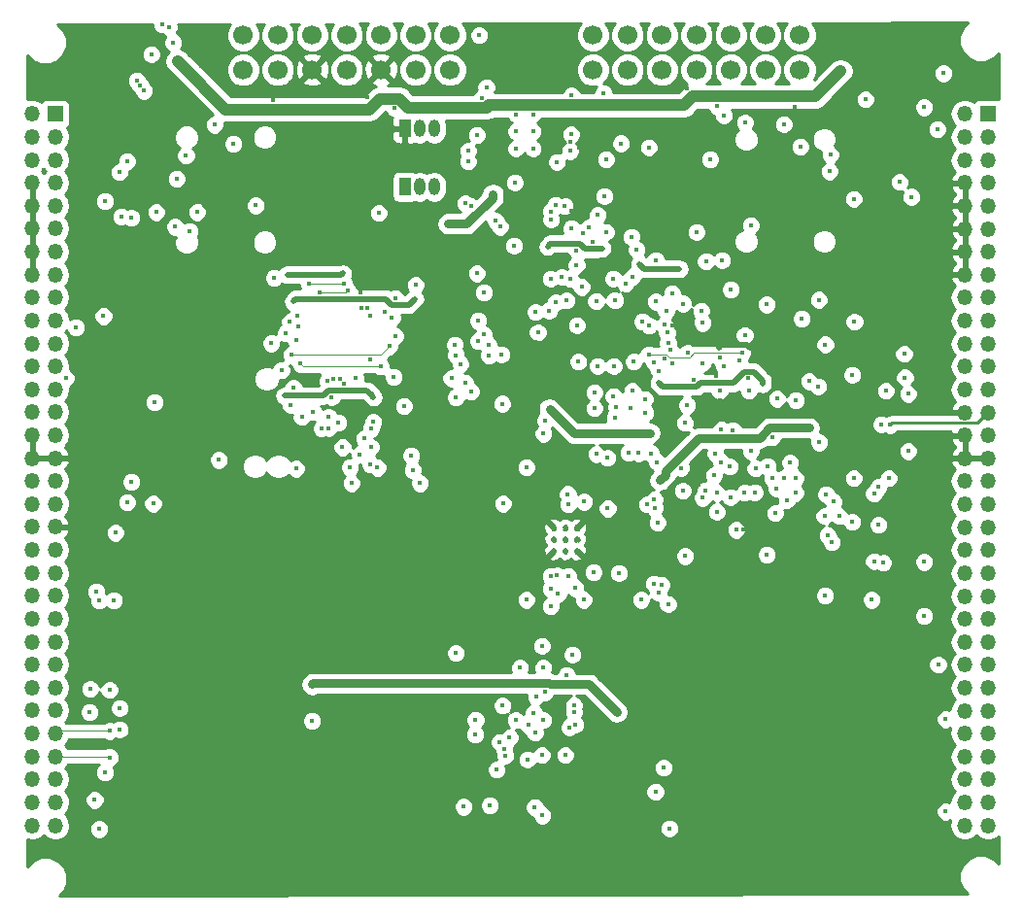
<source format=gbr>
G04 #@! TF.GenerationSoftware,KiCad,Pcbnew,(5.0.2)-1*
G04 #@! TF.CreationDate,2019-03-25T23:56:42-07:00*
G04 #@! TF.ProjectId,SwitcheroModule,53776974-6368-4657-926f-4d6f64756c65,rev?*
G04 #@! TF.SameCoordinates,Original*
G04 #@! TF.FileFunction,Copper,L2,Inr*
G04 #@! TF.FilePolarity,Positive*
%FSLAX46Y46*%
G04 Gerber Fmt 4.6, Leading zero omitted, Abs format (unit mm)*
G04 Created by KiCad (PCBNEW (5.0.2)-1) date 3/25/2019 11:56:42 PM*
%MOMM*%
%LPD*%
G01*
G04 APERTURE LIST*
G04 #@! TA.AperFunction,ViaPad*
%ADD10R,1.350000X1.350000*%
G04 #@! TD*
G04 #@! TA.AperFunction,ViaPad*
%ADD11O,1.350000X1.350000*%
G04 #@! TD*
G04 #@! TA.AperFunction,ViaPad*
%ADD12C,1.700000*%
G04 #@! TD*
G04 #@! TA.AperFunction,ViaPad*
%ADD13R,1.000000X1.500000*%
G04 #@! TD*
G04 #@! TA.AperFunction,ViaPad*
%ADD14O,1.000000X1.500000*%
G04 #@! TD*
G04 #@! TA.AperFunction,ViaPad*
%ADD15C,0.380000*%
G04 #@! TD*
G04 #@! TA.AperFunction,ViaPad*
%ADD16C,0.500000*%
G04 #@! TD*
G04 #@! TA.AperFunction,ViaPad*
%ADD17C,0.450000*%
G04 #@! TD*
G04 #@! TA.AperFunction,Conductor*
%ADD18C,0.125000*%
G04 #@! TD*
G04 #@! TA.AperFunction,Conductor*
%ADD19C,0.500000*%
G04 #@! TD*
G04 #@! TA.AperFunction,Conductor*
%ADD20C,0.750000*%
G04 #@! TD*
G04 #@! TA.AperFunction,Conductor*
%ADD21C,1.000000*%
G04 #@! TD*
G04 #@! TA.AperFunction,Conductor*
%ADD22C,0.250000*%
G04 #@! TD*
G04 #@! TA.AperFunction,Conductor*
%ADD23C,0.254000*%
G04 #@! TD*
G04 APERTURE END LIST*
D10*
G04 #@! TO.N,+1V8*
G04 #@! TO.C,J1*
X251460000Y-27952700D03*
D11*
G04 #@! TO.N,LO*
X249460000Y-27952700D03*
G04 #@! TO.N,+1V8*
X251460000Y-29952700D03*
G04 #@! TO.N,LO*
X249460000Y-29952700D03*
G04 #@! TO.N,+1V8*
X251460000Y-31952700D03*
G04 #@! TO.N,LO*
X249460000Y-31952700D03*
G04 #@! TO.N,Net-(J1-Pad7)*
X251460000Y-33952700D03*
G04 #@! TO.N,GND*
X249460000Y-33952700D03*
G04 #@! TO.N,+12V*
X251460000Y-35952700D03*
G04 #@! TO.N,GND*
X249460000Y-35952700D03*
G04 #@! TO.N,+12V*
X251460000Y-37952700D03*
G04 #@! TO.N,GND*
X249460000Y-37952700D03*
G04 #@! TO.N,+5V*
X251460000Y-39952700D03*
G04 #@! TO.N,GND*
X249460000Y-39952700D03*
G04 #@! TO.N,+5V*
X251460000Y-41952700D03*
G04 #@! TO.N,GND*
X249460000Y-41952700D03*
G04 #@! TO.N,+5V*
X251460000Y-43952700D03*
G04 #@! TO.N,-5V*
X249460000Y-43952700D03*
X251460000Y-45952700D03*
X249460000Y-45952700D03*
G04 #@! TO.N,HT*
X251460000Y-47952700D03*
G04 #@! TO.N,SCLK0*
X249460000Y-47952700D03*
G04 #@! TO.N,HT*
X251460000Y-49952700D03*
G04 #@! TO.N,MISO0*
X249460000Y-49952700D03*
G04 #@! TO.N,Net-(J1-Pad25)*
X251460000Y-51952700D03*
G04 #@! TO.N,MOSI0*
X249460000Y-51952700D03*
G04 #@! TO.N,-3V3*
X251460000Y-53952700D03*
G04 #@! TO.N,GND*
X249460000Y-53952700D03*
G04 #@! TO.N,-3V3*
X251460000Y-55952700D03*
G04 #@! TO.N,GND*
X249460000Y-55952700D03*
X251460000Y-57952700D03*
X249460000Y-57952700D03*
G04 #@! TO.N,+3V3*
X251460000Y-59952700D03*
X249460000Y-59952700D03*
X251460000Y-61952700D03*
X249460000Y-61952700D03*
G04 #@! TO.N,GND*
X251460000Y-63952700D03*
G04 #@! TO.N,+3V3*
X249460000Y-63952700D03*
G04 #@! TO.N,VAA*
X251460000Y-65952700D03*
G04 #@! TO.N,+3V3*
X249460000Y-65952700D03*
G04 #@! TO.N,VAA*
X251460000Y-67952700D03*
G04 #@! TO.N,VD*
X249460000Y-67952700D03*
G04 #@! TO.N,VAA*
X251460000Y-69952700D03*
G04 #@! TO.N,VD*
X249460000Y-69952700D03*
G04 #@! TO.N,Net-(J1-Pad45)*
X251460000Y-71952700D03*
G04 #@! TO.N,VD*
X249460000Y-71952700D03*
G04 #@! TO.N,Net-(J1-Pad47)*
X251460000Y-73952700D03*
G04 #@! TO.N,VD*
X249460000Y-73952700D03*
G04 #@! TO.N,Net-(J1-Pad49)*
X251460000Y-75952700D03*
G04 #@! TO.N,VD*
X249460000Y-75952700D03*
G04 #@! TO.N,S3*
X251460000Y-77952700D03*
G04 #@! TO.N,VD*
X249460000Y-77952700D03*
G04 #@! TO.N,S2*
X251460000Y-79952700D03*
G04 #@! TO.N,VDC*
X249460000Y-79952700D03*
G04 #@! TO.N,S1*
X251460000Y-81952700D03*
G04 #@! TO.N,VDC*
X249460000Y-81952700D03*
G04 #@! TO.N,S0*
X251460000Y-83952700D03*
G04 #@! TO.N,VDC*
X249460000Y-83952700D03*
G04 #@! TO.N,SCLK1*
X251460000Y-85952700D03*
G04 #@! TO.N,VDC*
X249460000Y-85952700D03*
G04 #@! TO.N,MOSI1*
X251460000Y-87952700D03*
G04 #@! TO.N,VDC*
X249460000Y-87952700D03*
G04 #@! TO.N,MISO1*
X251460000Y-89952700D03*
G04 #@! TO.N,VDC*
X249460000Y-89952700D03*
G04 #@! TD*
D12*
G04 #@! TO.N,1_ADC3*
G04 #@! TO.C,J2*
X235060000Y-21060000D03*
G04 #@! TO.N,1_TX*
X235060000Y-24080000D03*
G04 #@! TO.N,1_ADC2*
X232060000Y-21060000D03*
G04 #@! TO.N,1_RX*
X232060000Y-24080000D03*
G04 #@! TO.N,1_ADC1*
X229060000Y-21060000D03*
G04 #@! TO.N,1_CTS*
X229060000Y-24080000D03*
G04 #@! TO.N,1_IN3*
X226060000Y-21060000D03*
G04 #@! TO.N,1_RTS*
X226060000Y-24080000D03*
G04 #@! TO.N,1_IN2*
X223060000Y-21060000D03*
G04 #@! TO.N,1_GarminPWR*
X223060000Y-24080000D03*
G04 #@! TO.N,1_IN1*
X220060000Y-21060000D03*
G04 #@! TO.N,1_GarminRX*
X220060000Y-24080000D03*
G04 #@! TO.N,1_IN0*
X217060000Y-21060000D03*
G04 #@! TO.N,1_GarminTX*
X217060000Y-24080000D03*
G04 #@! TD*
G04 #@! TO.N,1_OUT3*
G04 #@! TO.C,J3*
X186580000Y-24080000D03*
G04 #@! TO.N,1_OUT0*
X186580000Y-21060000D03*
G04 #@! TO.N,1_OUT2*
X189580000Y-24080000D03*
G04 #@! TO.N,2_OUT0*
X189580000Y-21060000D03*
G04 #@! TO.N,GND*
X192580000Y-24080000D03*
G04 #@! TO.N,2_OUT1*
X192580000Y-21060000D03*
G04 #@! TO.N,1_Vin*
X195580000Y-24080000D03*
G04 #@! TO.N,2_OUT2*
X195580000Y-21060000D03*
G04 #@! TO.N,GND*
X198580000Y-24080000D03*
G04 #@! TO.N,2_OUT3*
X198580000Y-21060000D03*
G04 #@! TO.N,1_OWB_PRI*
X201580000Y-24080000D03*
G04 #@! TO.N,1_OUT1*
X201580000Y-21060000D03*
G04 #@! TO.N,1_OWB_SEC*
X204580000Y-24080000D03*
G04 #@! TO.N,1_ADC0*
X204580000Y-21060000D03*
G04 #@! TD*
D13*
G04 #@! TO.N,GND*
G04 #@! TO.C,U8*
X200660000Y-29210000D03*
D14*
G04 #@! TO.N,1_OWB_PRI*
X203200000Y-29210000D03*
X201930000Y-29210000D03*
G04 #@! TD*
G04 #@! TO.N,1_OWB_SEC*
G04 #@! TO.C,U9*
X201930000Y-34290000D03*
X203200000Y-34290000D03*
D13*
G04 #@! TO.N,Net-(U9-Pad1)*
X200660000Y-34290000D03*
G04 #@! TD*
D15*
G04 #@! TO.N,N/C*
G04 #@! TO.C,U6*
X210324000Y-30964000D03*
X210324000Y-29464000D03*
X210324000Y-27964000D03*
X211824000Y-30964000D03*
X211824000Y-29464000D03*
X211824000Y-27964000D03*
G04 #@! TD*
D16*
G04 #@! TO.N,GND*
G04 #@! TO.C,IC1*
X213630000Y-66024000D03*
X213630000Y-65024000D03*
X213630000Y-64024000D03*
X214630000Y-66024000D03*
X214630000Y-65024000D03*
X214630000Y-64024000D03*
X215630000Y-66024000D03*
X215630000Y-65024000D03*
X215630000Y-64024000D03*
G04 #@! TD*
D10*
G04 #@! TO.N,+1V8*
G04 #@! TO.C,J6*
X170180000Y-27940000D03*
D11*
G04 #@! TO.N,LO*
X168180000Y-27940000D03*
G04 #@! TO.N,+1V8*
X170180000Y-29940000D03*
G04 #@! TO.N,LO*
X168180000Y-29940000D03*
G04 #@! TO.N,Net-(J6-Pad5)*
X170180000Y-31940000D03*
G04 #@! TO.N,LO*
X168180000Y-31940000D03*
G04 #@! TO.N,+12V*
X170180000Y-33940000D03*
G04 #@! TO.N,GND*
X168180000Y-33940000D03*
G04 #@! TO.N,+12V*
X170180000Y-35940000D03*
G04 #@! TO.N,GND*
X168180000Y-35940000D03*
G04 #@! TO.N,+12V*
X170180000Y-37940000D03*
G04 #@! TO.N,GND*
X168180000Y-37940000D03*
G04 #@! TO.N,+5V*
X170180000Y-39940000D03*
G04 #@! TO.N,GND*
X168180000Y-39940000D03*
G04 #@! TO.N,+5V*
X170180000Y-41940000D03*
G04 #@! TO.N,GND*
X168180000Y-41940000D03*
G04 #@! TO.N,+5V*
X170180000Y-43940000D03*
G04 #@! TO.N,-5V*
X168180000Y-43940000D03*
X170180000Y-45940000D03*
X168180000Y-45940000D03*
G04 #@! TO.N,HT*
X170180000Y-47940000D03*
G04 #@! TO.N,SCLK0*
X168180000Y-47940000D03*
G04 #@! TO.N,HT*
X170180000Y-49940000D03*
G04 #@! TO.N,MISO0*
X168180000Y-49940000D03*
G04 #@! TO.N,Net-(J6-Pad25)*
X170180000Y-51940000D03*
G04 #@! TO.N,MOSI0*
X168180000Y-51940000D03*
G04 #@! TO.N,-3V3*
X170180000Y-53940000D03*
G04 #@! TO.N,Net-(J6-Pad28)*
X168180000Y-53940000D03*
G04 #@! TO.N,-3V3*
X170180000Y-55940000D03*
G04 #@! TO.N,GND*
X168180000Y-55940000D03*
X170180000Y-57940000D03*
X168180000Y-57940000D03*
G04 #@! TO.N,+3V3*
X170180000Y-59940000D03*
X168180000Y-59940000D03*
X170180000Y-61940000D03*
X168180000Y-61940000D03*
G04 #@! TO.N,GND*
X170180000Y-63940000D03*
G04 #@! TO.N,+3V3*
X168180000Y-63940000D03*
G04 #@! TO.N,VAA*
X170180000Y-65940000D03*
G04 #@! TO.N,+3V3*
X168180000Y-65940000D03*
G04 #@! TO.N,VAA*
X170180000Y-67940000D03*
G04 #@! TO.N,VD*
X168180000Y-67940000D03*
G04 #@! TO.N,VAA*
X170180000Y-69940000D03*
G04 #@! TO.N,VD*
X168180000Y-69940000D03*
G04 #@! TO.N,Net-(J6-Pad45)*
X170180000Y-71940000D03*
G04 #@! TO.N,VD*
X168180000Y-71940000D03*
G04 #@! TO.N,Net-(J6-Pad47)*
X170180000Y-73940000D03*
G04 #@! TO.N,VD*
X168180000Y-73940000D03*
X170180000Y-75940000D03*
X168180000Y-75940000D03*
G04 #@! TO.N,S3*
X170180000Y-77940000D03*
G04 #@! TO.N,VD*
X168180000Y-77940000D03*
G04 #@! TO.N,S2*
X170180000Y-79940000D03*
G04 #@! TO.N,VDC*
X168180000Y-79940000D03*
G04 #@! TO.N,S1*
X170180000Y-81940000D03*
G04 #@! TO.N,VDC*
X168180000Y-81940000D03*
G04 #@! TO.N,S0*
X170180000Y-83940000D03*
G04 #@! TO.N,VDC*
X168180000Y-83940000D03*
G04 #@! TO.N,SCLK1*
X170180000Y-85940000D03*
G04 #@! TO.N,VDC*
X168180000Y-85940000D03*
G04 #@! TO.N,MOSI1*
X170180000Y-87940000D03*
G04 #@! TO.N,VDC*
X168180000Y-87940000D03*
G04 #@! TO.N,MISO1*
X170180000Y-89940000D03*
G04 #@! TO.N,VDC*
X168180000Y-89940000D03*
G04 #@! TD*
D17*
G04 #@! TO.N,GND*
X194872000Y-74110000D03*
X199872000Y-74110000D03*
X179872000Y-74110000D03*
X189872000Y-74110000D03*
X179872000Y-79110000D03*
X189872000Y-79110000D03*
X194872000Y-79110000D03*
X184872000Y-79110000D03*
X199872000Y-79110000D03*
X184872000Y-74110000D03*
X195126000Y-63315000D03*
X200126000Y-63315000D03*
X180126000Y-63315000D03*
X190126000Y-63315000D03*
X180126000Y-68315000D03*
X190126000Y-68315000D03*
X195126000Y-68315000D03*
X185126000Y-68315000D03*
X200126000Y-68315000D03*
X185126000Y-63315000D03*
X237911000Y-22534000D03*
X242911000Y-22534000D03*
X247911000Y-22534000D03*
X243753000Y-43870000D03*
X243753000Y-38870000D03*
G04 #@! TO.N,*
X243753000Y-33870000D03*
X244515000Y-57332000D03*
X244515000Y-52332000D03*
G04 #@! TO.N,GND*
X172760000Y-49204000D03*
X177760000Y-49204000D03*
X182760000Y-49204000D03*
X172506000Y-55427000D03*
X177506000Y-55427000D03*
X182506000Y-55427000D03*
X202732000Y-55808000D03*
X207732000Y-55808000D03*
G04 #@! TO.N,*
X212732000Y-55808000D03*
G04 #@! TO.N,GND*
X224830000Y-68381000D03*
X229830000Y-68381000D03*
X234830000Y-68381000D03*
X203367000Y-59618000D03*
X208367000Y-59618000D03*
X213367000Y-59618000D03*
X180126000Y-60380000D03*
X185126000Y-60380000D03*
X190126000Y-60380000D03*
G04 #@! TO.N,*
X211241000Y-70286000D03*
X216241000Y-70286000D03*
X221241000Y-70286000D03*
G04 #@! TO.N,GND*
X194096000Y-65587000D03*
X199096000Y-65587000D03*
X204096000Y-65587000D03*
G04 #@! TO.N,MUXD*
X206415000Y-35996000D03*
X206415000Y-52125000D03*
X213908000Y-32122990D03*
X213781000Y-35875500D03*
G04 #@! TO.N,MUXE*
X206161000Y-32059000D03*
X205492500Y-49731512D03*
X198526485Y-49931002D03*
X191562500Y-49712000D03*
G04 #@! TO.N,MUX1*
X215051000Y-31170000D03*
X205907000Y-35742000D03*
X205907000Y-51363000D03*
X214564735Y-35967406D03*
G04 #@! TO.N,GND*
X230886000Y-64135000D03*
X215051000Y-30408000D03*
X214035000Y-38282000D03*
X224068000Y-34980000D03*
X224068000Y-39298000D03*
X215813000Y-30916000D03*
X201081000Y-55300000D03*
X185714000Y-54665000D03*
X190413000Y-25963000D03*
X197398000Y-26471000D03*
X200065000Y-30662000D03*
X240324000Y-69270000D03*
X239435000Y-66730000D03*
X176697000Y-30408000D03*
X178856000Y-31170000D03*
X169204000Y-32821000D03*
X173014000Y-32440000D03*
X172252000Y-38663000D03*
X171871000Y-36631000D03*
X171998000Y-34853000D03*
X182666000Y-44505000D03*
X194350000Y-39044000D03*
X223941000Y-64825000D03*
X226221998Y-60253000D03*
X230164000Y-64190000D03*
X232530500Y-61650000D03*
X223687000Y-55427000D03*
X228005000Y-48315000D03*
X228132000Y-52887000D03*
X227751000Y-50734500D03*
X205907000Y-30027000D03*
X211241000Y-64825000D03*
X184698000Y-44505000D03*
X225592000Y-74096000D03*
X233720000Y-74096000D03*
X233974000Y-77525000D03*
X225592000Y-77525000D03*
X219496000Y-73969000D03*
X219369000Y-77525000D03*
X225973000Y-84129000D03*
X230973000Y-84129000D03*
X235973000Y-84129000D03*
X240973000Y-84129000D03*
X245973000Y-84129000D03*
X225973000Y-89129000D03*
X230973000Y-89129000D03*
X235973000Y-89129000D03*
X240973000Y-89129000D03*
X245973000Y-89129000D03*
X225973000Y-94129000D03*
X230973000Y-94129000D03*
X235973000Y-94129000D03*
X240973000Y-94129000D03*
X245973000Y-94129000D03*
X182285000Y-86429000D03*
X187285000Y-86429000D03*
X192285000Y-86429000D03*
X197285000Y-86429000D03*
X202285000Y-86429000D03*
X182285000Y-91429000D03*
X187285000Y-91429000D03*
X192285000Y-91429000D03*
X197285000Y-91429000D03*
X202285000Y-91429000D03*
X176570000Y-22915000D03*
X171998000Y-24820000D03*
X173649000Y-20629000D03*
X183047000Y-21137000D03*
X182920000Y-23804000D03*
X189143000Y-26725000D03*
X192699000Y-31551000D03*
X204637000Y-40314000D03*
X194604000Y-33329000D03*
X192699000Y-33837000D03*
X190921000Y-33202000D03*
X176951000Y-40441000D03*
X176824000Y-44251000D03*
X173014000Y-41965000D03*
X173268000Y-40441000D03*
X237276000Y-66730000D03*
X244642000Y-74096000D03*
X244769000Y-69651000D03*
X243626000Y-62793000D03*
X245023000Y-77271000D03*
X239562000Y-77144000D03*
X236768000Y-74858000D03*
X220385000Y-85018000D03*
X220639000Y-83240000D03*
X220131000Y-87431000D03*
X245404000Y-26090000D03*
X244769000Y-31043000D03*
X211241000Y-24947000D03*
X213527000Y-24312000D03*
X184825000Y-45648000D03*
X218988000Y-84256000D03*
X216829000Y-79430000D03*
X210225000Y-53522000D03*
X235244000Y-36377000D03*
X233847000Y-39044000D03*
X231815000Y-39044000D03*
X229656000Y-35234000D03*
X237657000Y-35869000D03*
X233593000Y-30281000D03*
X232196000Y-30027000D03*
X234609000Y-27360000D03*
X225211000Y-25709000D03*
X212003000Y-47807000D03*
X212384000Y-49712000D03*
X212384000Y-51871000D03*
X223941000Y-46410000D03*
X231434000Y-47553000D03*
X234736000Y-48061000D03*
X230037000Y-42092000D03*
X200954000Y-70540000D03*
X211876000Y-21010000D03*
X233593000Y-81589000D03*
X228640000Y-31805000D03*
X240451000Y-21645000D03*
X198513700Y-40703500D03*
X195554600Y-40881300D03*
X197205600Y-41148000D03*
X193344800Y-40576500D03*
X215176100Y-36385500D03*
X217538300Y-46266100D03*
G04 #@! TO.N,1_ADC0*
X215138000Y-29718000D03*
X207398021Y-26543000D03*
X207137000Y-21082000D03*
X215178000Y-26344000D03*
G04 #@! TO.N,1_ADC3*
X233680000Y-28829000D03*
G04 #@! TO.N,1_ADC2*
X230291000Y-28688990D03*
G04 #@! TO.N,1_ADC1*
X227878000Y-27232980D03*
G04 #@! TO.N,VAA*
X245912000Y-27360000D03*
X245912000Y-66984000D03*
X245912000Y-71683000D03*
G04 #@! TO.N,HT*
X189016000Y-47934000D03*
X189270000Y-42219000D03*
X190413000Y-41965000D03*
X195239000Y-41838000D03*
X206923000Y-41838000D03*
X206923000Y-29773000D03*
X244170200Y-48856900D03*
X244233700Y-50914300D03*
X237299500Y-48031400D03*
X236728000Y-44132500D03*
X228307900Y-40690800D03*
X227253800Y-31902400D03*
X218186000Y-31889700D03*
X217982800Y-26136600D03*
X207759300Y-25603200D03*
X218046300Y-35102802D03*
G04 #@! TO.N,MUXF*
X206161000Y-31170000D03*
X205018000Y-48061000D03*
X199301485Y-48181500D03*
X190787500Y-48950000D03*
G04 #@! TO.N,-VSW*
X239649000Y-63500000D03*
X239776000Y-59690000D03*
X218948000Y-54386000D03*
X219075000Y-53467000D03*
X221568496Y-52785496D03*
X220340707Y-53587500D03*
X239649000Y-50673000D03*
X222528500Y-44295000D03*
X222401500Y-49629000D03*
X219877000Y-42727000D03*
X197906000Y-54792000D03*
X213781000Y-44378000D03*
X212892000Y-54678010D03*
X190158752Y-52499800D03*
X197905999Y-52618979D03*
G04 #@! TO.N,+VSW*
X237871000Y-65278000D03*
X238004501Y-61722000D03*
X233934000Y-61595000D03*
X233680000Y-59690000D03*
X232664000Y-59690000D03*
X232664000Y-56134000D03*
X221996000Y-55753000D03*
X221615000Y-53975000D03*
X213106000Y-39497000D03*
X213233000Y-45085000D03*
X217845000Y-39679000D03*
X213273000Y-53649000D03*
X213273000Y-53649000D03*
G04 #@! TO.N,+5V*
X232180500Y-44549000D03*
X223418400Y-45097700D03*
X223278700Y-46316900D03*
X212255100Y-46977300D03*
X212051900Y-45199300D03*
X201523600Y-44056300D03*
X190931800Y-44272200D03*
G04 #@! TO.N,+3V3*
X220412246Y-38646855D03*
X217043000Y-39122500D03*
X201208000Y-57713000D03*
X196001000Y-60126000D03*
X209209000Y-61904000D03*
X197652000Y-58475000D03*
X212638000Y-89082000D03*
X196382000Y-50982000D03*
X195874000Y-58729000D03*
X237276000Y-69905000D03*
X241340000Y-70286000D03*
X232196000Y-66349000D03*
X229529000Y-64190000D03*
X225084000Y-66476000D03*
X222671000Y-63555000D03*
X221045010Y-57499490D03*
X220131000Y-57459000D03*
X217337000Y-57586000D03*
X228132000Y-49204000D03*
X226608000Y-49650500D03*
X229783000Y-49458000D03*
X230545000Y-50982000D03*
X225846000Y-51109000D03*
X230799000Y-57332000D03*
X231217630Y-58844422D03*
X234228000Y-58348000D03*
X230799000Y-37647000D03*
X222521499Y-40695000D03*
X199811000Y-47299000D03*
X199684000Y-50855000D03*
X184444000Y-58094000D03*
X176824000Y-59999000D03*
X176443000Y-61777000D03*
X175427000Y-64444000D03*
X199811000Y-43997000D03*
X208066000Y-88193000D03*
X205780000Y-88320000D03*
X201335000Y-58983000D03*
X204717500Y-50982000D03*
X216194000Y-38347500D03*
X217464000Y-36758000D03*
X211241000Y-58729000D03*
X226898204Y-40779700D03*
X219316300Y-67945000D03*
X217093800Y-67881500D03*
G04 #@! TO.N,+1V8*
X237657000Y-32948000D03*
X251460000Y-31940000D03*
X185714000Y-30535000D03*
G04 #@! TO.N,-5V*
X174522500Y-35532000D03*
X174395500Y-45565000D03*
X239839500Y-46050200D03*
X239776000Y-35344100D03*
X210159600Y-39420800D03*
X210235800Y-33909000D03*
X187667900Y-35915600D03*
G04 #@! TO.N,-3V3*
X215619456Y-41086531D03*
X215619456Y-39816531D03*
X221107000Y-41021000D03*
X220853000Y-39751000D03*
X220472000Y-52070000D03*
X217170000Y-52197000D03*
X178840500Y-53058000D03*
X182539000Y-36504000D03*
X178983000Y-36504000D03*
X235879000Y-55300000D03*
X235244000Y-45775000D03*
X226608000Y-46156000D03*
X226481000Y-45108000D03*
X224576000Y-41457000D03*
X235879000Y-51236000D03*
X231815000Y-51490000D03*
X222798000Y-51363000D03*
X178727100Y-61899800D03*
X222878500Y-59855100D03*
X242957500Y-55039999D03*
X224891600Y-44475400D03*
G04 #@! TO.N,Net-(Q6-Pad5)*
X242824000Y-59690000D03*
X242570000Y-52070000D03*
X230632000Y-52070000D03*
X228092000Y-52070000D03*
G04 #@! TO.N,MUXA*
X180761000Y-33583000D03*
X180634016Y-37774000D03*
G04 #@! TO.N,MUX2*
X181588966Y-31551000D03*
X181904000Y-38155000D03*
G04 #@! TO.N,1_OUT0*
X184063000Y-28884000D03*
G04 #@! TO.N,1_OUT1*
X199771000Y-27432000D03*
G04 #@! TO.N,LO*
X180467000Y-21717000D03*
X180880920Y-23368000D03*
X247586500Y-24396700D03*
X238607600Y-24231600D03*
G04 #@! TO.N,2_OUT2*
X177292000Y-25019000D03*
X178562000Y-22733000D03*
G04 #@! TO.N,2_OUT1*
X177597086Y-25476629D03*
X179491002Y-20121000D03*
G04 #@! TO.N,2_OUT0*
X177931211Y-25913507D03*
X180082601Y-20355386D03*
G04 #@! TO.N,+12V*
X244792500Y-35166300D03*
X208330800Y-34925000D03*
X204431900Y-37515800D03*
G04 #@! TO.N,MUXC*
X176443000Y-32059000D03*
X176824000Y-36998989D03*
G04 #@! TO.N,MUXB*
X175768000Y-33020000D03*
X175935000Y-36885000D03*
G04 #@! TO.N,2_REL*
X207932490Y-48061000D03*
X213400000Y-37132490D03*
X208574000Y-37266000D03*
G04 #@! TO.N,1_REL*
X215178000Y-37901000D03*
X207991565Y-49001670D03*
X208955000Y-37774000D03*
G04 #@! TO.N,RS232INV*
X224719501Y-58777499D03*
X225044000Y-54864000D03*
X228981000Y-58674000D03*
X229235000Y-55499000D03*
X225298000Y-48768000D03*
X225252159Y-53333272D03*
X193207000Y-43489000D03*
X195656254Y-43325746D03*
X207544990Y-43489000D03*
X207544990Y-47172000D03*
G04 #@! TO.N,VDC*
X200573000Y-53395000D03*
X192572000Y-80827000D03*
X219115000Y-80065000D03*
X192572000Y-77652000D03*
X192633600Y-53903000D03*
G04 #@! TO.N,Net-(U4-Pad3)*
X215011000Y-81407000D03*
X214757000Y-76835000D03*
G04 #@! TO.N,Net-(U4-Pad11)*
X212725000Y-76200000D03*
X210312000Y-80772000D03*
X210693000Y-76200000D03*
G04 #@! TO.N,Net-(R41-Pad1)*
X232918000Y-62738000D03*
X233045000Y-60579000D03*
G04 #@! TO.N,Net-(R1-Pad1)*
X208661000Y-85090000D03*
X208920036Y-82677000D03*
G04 #@! TO.N,Net-(R2-Pad1)*
X212725000Y-80772000D03*
X212598000Y-83820000D03*
G04 #@! TO.N,/Micro/CSB*
X201970000Y-60126000D03*
X201589000Y-42854000D03*
X195366000Y-42727000D03*
X192318000Y-42727000D03*
G04 #@! TO.N,/Micro/SOMIB*
X198271500Y-58773000D03*
X198913985Y-45180245D03*
G04 #@! TO.N,/Micro/SIMOB*
X197418709Y-44839046D03*
X197128500Y-56233000D03*
G04 #@! TO.N,/Micro/SCKB*
X196869199Y-44815774D03*
X196747500Y-57630000D03*
G04 #@! TO.N,/Micro/\005CHOLD*
X191175000Y-58856000D03*
X191175000Y-47680000D03*
G04 #@! TO.N,GND*
X196763000Y-43495500D03*
X197618550Y-49347521D03*
X230720900Y-48310800D03*
X206286100Y-79324200D03*
X204317600Y-81483200D03*
X200609200Y-83248500D03*
X191122300Y-82715100D03*
G04 #@! TO.N,SCLK0*
X197623502Y-45565000D03*
X199541500Y-45692000D03*
X191302000Y-45521000D03*
X190286000Y-47045000D03*
X207048100Y-45948600D03*
X207048100Y-47739300D03*
X223596200Y-47891700D03*
X223507300Y-47002700D03*
X230276400Y-47231300D03*
G04 #@! TO.N,MISO0*
X190651500Y-46073000D03*
X189905000Y-50264000D03*
X230047800Y-48780700D03*
X221907100Y-48901500D03*
X209061200Y-48901500D03*
X209130900Y-53200300D03*
X190690500Y-53274501D03*
G04 #@! TO.N,MOSI0*
X171998000Y-46537000D03*
X171109000Y-50982000D03*
X236664500Y-51682499D03*
X236766100Y-56565800D03*
X197688200Y-56972200D03*
X197700900Y-55372000D03*
X194017900Y-55308500D03*
X193992500Y-54344000D03*
X191681100Y-54330600D03*
X191407354Y-46471654D03*
G04 #@! TO.N,/Micro/TCK*
X193922924Y-51159159D03*
X193421000Y-55344000D03*
G04 #@! TO.N,/Micro/TMS*
X194461500Y-51026000D03*
X194284600Y-52618979D03*
G04 #@! TO.N,/Micro/TDI*
X195011503Y-51026000D03*
X194842500Y-54836000D03*
G04 #@! TO.N,/Micro/TDO*
X195377103Y-51436899D03*
X195223500Y-56995000D03*
G04 #@! TO.N,S0*
X174944400Y-84014700D03*
X209418552Y-83848173D03*
X209781499Y-82308700D03*
G04 #@! TO.N,S1*
X215502167Y-81159500D03*
X215398500Y-80109000D03*
X174910000Y-78147300D03*
X174910000Y-81716000D03*
G04 #@! TO.N,S2*
X206819998Y-80744000D03*
X206780500Y-82014000D03*
X211987500Y-88364000D03*
X247801500Y-88745000D03*
X247801500Y-80700000D03*
X211990300Y-81842998D03*
X175806100Y-81577000D03*
X175806100Y-79717900D03*
G04 #@! TO.N,S3*
X212871083Y-78322448D03*
X173179100Y-80065000D03*
X173229900Y-78058400D03*
X211888700Y-80122000D03*
G04 #@! TO.N,VD*
X247055000Y-29265000D03*
X228449011Y-28058011D03*
X247129300Y-75940000D03*
G04 #@! TO.N,CTS_CONT*
X241935000Y-60452000D03*
X241935038Y-63754000D03*
G04 #@! TO.N,TX_CONT*
X237363000Y-61087000D03*
X237490000Y-64643000D03*
G04 #@! TO.N,1_TX*
X235117000Y-30789000D03*
X221909000Y-30854500D03*
X221945199Y-46393100D03*
G04 #@! TO.N,1_RX*
X234696000Y-59690000D03*
X234696000Y-60966500D03*
X231149414Y-60916281D03*
X230244500Y-60960000D03*
X227838000Y-60960000D03*
X227838000Y-62611000D03*
X233085000Y-52760000D03*
X234736000Y-52887000D03*
G04 #@! TO.N,1_CTS*
X228473000Y-49959490D03*
X217464000Y-49917500D03*
X222798000Y-50318500D03*
X229060000Y-43235000D03*
X223941000Y-43553198D03*
G04 #@! TO.N,1_RTS*
X240792000Y-26670000D03*
X241547500Y-61031000D03*
G04 #@! TO.N,1_GarminRX*
X237229500Y-62992000D03*
X237744000Y-31496000D03*
X238506000Y-62992000D03*
X219494100Y-30505400D03*
G04 #@! TO.N,1_GarminTX*
X217325582Y-44260173D03*
G04 #@! TO.N,Net-(U4-Pad6)*
X215398500Y-79502000D03*
X215265000Y-75057000D03*
G04 #@! TO.N,Net-(U4-Pad8)*
X212598000Y-74295000D03*
X212090000Y-78740000D03*
G04 #@! TO.N,Net-(R4-Pad1)*
X214630000Y-83820000D03*
X209169000Y-79502000D03*
X209296000Y-83312000D03*
G04 #@! TO.N,Net-(R3-Pad1)*
X211328000Y-84207500D03*
X211418800Y-81182600D03*
G04 #@! TO.N,Net-(Q8-Pad6)*
X242329011Y-67056000D03*
X241545984Y-66920993D03*
X242182500Y-54991000D03*
G04 #@! TO.N,Net-(C6-Pad1)*
X218313000Y-57912000D03*
X217170000Y-53594000D03*
X232276500Y-58630604D03*
G04 #@! TO.N,Net-(C4-Pad1)*
X218821000Y-42291000D03*
X220472000Y-42164000D03*
G04 #@! TO.N,Net-(C3-Pad1)*
X213360000Y-42291000D03*
X215036590Y-42284603D03*
G04 #@! TO.N,/Serial/RX/Sheet5CA21CAA/TX_+3v3-3v3*
X214757000Y-44196000D03*
X214334456Y-42164000D03*
G04 #@! TO.N,SSINV*
X223266000Y-49276000D03*
X223012000Y-68961000D03*
X214884000Y-68199000D03*
X215502202Y-69262512D03*
G04 #@! TO.N,SS*
X223774000Y-48514000D03*
X205105000Y-74930000D03*
X205105000Y-48956510D03*
X205105000Y-52633000D03*
X223941000Y-49712000D03*
X190957200Y-51816000D03*
G04 #@! TO.N,RS232INVDif*
X215646000Y-46355000D03*
X215773000Y-49530000D03*
X220599000Y-49530000D03*
X221361000Y-46030990D03*
G04 #@! TO.N,/Relays/2_RELH*
X216662000Y-37846000D03*
X226075000Y-38227000D03*
X218186000Y-38227000D03*
G04 #@! TO.N,/Relays/1_RELH*
X198374000Y-36576000D03*
X213360000Y-36449000D03*
G04 #@! TO.N,/Serial/sheet5C94ECE6/RX_3V3_4*
X221742000Y-61976000D03*
X222123000Y-57524500D03*
X227711000Y-57524500D03*
X227584000Y-59436000D03*
G04 #@! TO.N,/Serial/sheet5C94ECE6/RX_3V3_3*
X214884000Y-61954500D03*
X224871376Y-60787377D03*
X214863989Y-61066989D03*
X226862000Y-60761000D03*
G04 #@! TO.N,/Serial/sheet5C94ECE6/RX_3V3_2*
X222401500Y-61567000D03*
X222655500Y-58299500D03*
X228243500Y-58299500D03*
X228243500Y-55471000D03*
G04 #@! TO.N,MISO1*
X213360000Y-69342000D03*
X213360000Y-68199000D03*
X174014500Y-70330000D03*
X174014500Y-90269000D03*
X213360000Y-70840600D03*
X223723200Y-90208100D03*
X223596200Y-70662800D03*
G04 #@! TO.N,SCLK1*
X214019500Y-69736000D03*
X213909243Y-68170120D03*
X175284500Y-70330000D03*
X174522500Y-85316000D03*
X222751800Y-69672200D03*
X223202500Y-84924900D03*
G04 #@! TO.N,MOSI1*
X173627000Y-87729000D03*
X173760500Y-69568000D03*
X222364300Y-68872100D03*
X222491300Y-87020398D03*
G04 #@! TO.N,/Serial/RX/TX_3v3_3*
X229021000Y-61347500D03*
X226608000Y-61396000D03*
X222417000Y-62285000D03*
G04 #@! TO.N,/Serial/RX/TX_3v3_2*
X218337500Y-62329000D03*
X218845500Y-52543500D03*
X218858287Y-49917500D03*
X218972500Y-44168000D03*
G04 #@! TO.N,/Serial/RX/TX_3v3_1*
X216281000Y-61728500D03*
X216059106Y-43016499D03*
G04 #@! TD*
D18*
G04 #@! TO.N,MUXE*
X198526485Y-49931002D02*
X191781502Y-49931002D01*
X191781502Y-49931002D02*
X191562500Y-49712000D01*
D19*
G04 #@! TO.N,HT*
X190413000Y-41965000D02*
X195112000Y-41965000D01*
X195112000Y-41965000D02*
X195239000Y-41838000D01*
D18*
G04 #@! TO.N,MUXF*
X199301485Y-48181500D02*
X198532985Y-48950000D01*
X198532985Y-48950000D02*
X190787500Y-48950000D01*
D19*
G04 #@! TO.N,-VSW*
X197330998Y-52043978D02*
X197681000Y-52393980D01*
X194008599Y-52043978D02*
X197330998Y-52043978D01*
X197681000Y-52393980D02*
X197905999Y-52618979D01*
X193552777Y-52499800D02*
X194008599Y-52043978D01*
X190158752Y-52499800D02*
X193552777Y-52499800D01*
G04 #@! TO.N,+VSW*
X213330999Y-39272001D02*
X213106000Y-39497000D01*
X213361470Y-39241530D02*
X213330999Y-39272001D01*
X215895457Y-39241530D02*
X213361470Y-39241530D01*
X216351428Y-39697501D02*
X215895457Y-39241530D01*
X217508301Y-39697501D02*
X216351428Y-39697501D01*
X217526802Y-39679000D02*
X217508301Y-39697501D01*
X217845000Y-39679000D02*
X217526802Y-39679000D01*
D20*
X221996000Y-55753000D02*
X215377000Y-55753000D01*
X215377000Y-55753000D02*
X213273000Y-53649000D01*
D19*
G04 #@! TO.N,+5V*
X191133499Y-44070501D02*
X190931800Y-44272200D01*
X199033499Y-44070501D02*
X191133499Y-44070501D01*
X199534999Y-44572001D02*
X199033499Y-44070501D01*
X201523600Y-44056300D02*
X201007899Y-44572001D01*
X201007899Y-44572001D02*
X199534999Y-44572001D01*
G04 #@! TO.N,-3V3*
X221543000Y-41457000D02*
X221107000Y-41021000D01*
X224576000Y-41457000D02*
X221543000Y-41457000D01*
X223119001Y-51684001D02*
X222798000Y-51363000D01*
X231815000Y-51171802D02*
X231050197Y-50406999D01*
X231050197Y-50406999D02*
X230268999Y-50406999D01*
X230268999Y-50406999D02*
X229290997Y-51385001D01*
X231815000Y-51490000D02*
X231815000Y-51171802D01*
X229290997Y-51385001D02*
X226421001Y-51385001D01*
X226122001Y-51684001D02*
X223119001Y-51684001D01*
X226421001Y-51385001D02*
X226122001Y-51684001D01*
D20*
X235560802Y-55300000D02*
X235879000Y-55300000D01*
X232461998Y-55300000D02*
X235560802Y-55300000D01*
X231562997Y-56199001D02*
X232461998Y-55300000D01*
X226261997Y-56199001D02*
X231562997Y-56199001D01*
X223355501Y-59105497D02*
X226261997Y-56199001D01*
X223355501Y-59378099D02*
X223355501Y-59105497D01*
X222878500Y-59855100D02*
X223355501Y-59378099D01*
D21*
G04 #@! TO.N,LO*
X185062921Y-27550001D02*
X181105919Y-23592999D01*
X197540001Y-27550001D02*
X185062921Y-27550001D01*
X198483003Y-26606999D02*
X197540001Y-27550001D01*
X181105919Y-23592999D02*
X180880920Y-23368000D01*
X200167001Y-26606999D02*
X198483003Y-26606999D01*
X200928003Y-27368001D02*
X200167001Y-26606999D01*
X207794022Y-27368001D02*
X200928003Y-27368001D01*
X207993022Y-27169001D02*
X207794022Y-27368001D01*
X224972001Y-27169001D02*
X207993022Y-27169001D01*
X225733023Y-26407979D02*
X224972001Y-27169001D01*
X236431221Y-26407979D02*
X225733023Y-26407979D01*
X238607600Y-24231600D02*
X236431221Y-26407979D01*
D20*
G04 #@! TO.N,+12V*
X206058198Y-37515800D02*
X204431900Y-37515800D01*
X208330800Y-34925000D02*
X208330800Y-35243198D01*
X208330800Y-35243198D02*
X206058198Y-37515800D01*
D18*
G04 #@! TO.N,RS232INV*
X193207000Y-43489000D02*
X195493000Y-43489000D01*
X195493000Y-43489000D02*
X195656254Y-43325746D01*
D20*
G04 #@! TO.N,VDC*
X192651553Y-77572447D02*
X192572000Y-77652000D01*
X213310637Y-77652000D02*
X213231084Y-77572447D01*
X216702000Y-77652000D02*
X213310637Y-77652000D01*
X219115000Y-80065000D02*
X216702000Y-77652000D01*
X213231084Y-77572447D02*
X192651553Y-77572447D01*
D18*
G04 #@! TO.N,/Micro/CSB*
X192191000Y-42727000D02*
X192318000Y-42727000D01*
X195366000Y-42727000D02*
X192318000Y-42727000D01*
D19*
G04 #@! TO.N,GND*
X230500101Y-48090001D02*
X230720900Y-48310800D01*
X228005000Y-48315000D02*
X228229999Y-48090001D01*
X228229999Y-48090001D02*
X230500101Y-48090001D01*
D22*
G04 #@! TO.N,-3V3*
X243133499Y-54864000D02*
X242957500Y-55039999D01*
X251460000Y-53940000D02*
X250536000Y-54864000D01*
X250536000Y-54864000D02*
X243133499Y-54864000D01*
D18*
G04 #@! TO.N,MISO0*
X225858802Y-48780700D02*
X225484001Y-49155501D01*
X230047800Y-48780700D02*
X225858802Y-48780700D01*
X225484001Y-49155501D02*
X223719003Y-49155501D01*
X223719003Y-49155501D02*
X223452001Y-48888499D01*
X223452001Y-48888499D02*
X221920101Y-48888499D01*
X221920101Y-48888499D02*
X221907100Y-48901500D01*
G04 #@! TO.N,S0*
X170180000Y-83940000D02*
X174869700Y-83940000D01*
X174869700Y-83940000D02*
X174944400Y-84014700D01*
G04 #@! TO.N,S1*
X170404000Y-81716000D02*
X170180000Y-81940000D01*
X174910000Y-81716000D02*
X170404000Y-81716000D01*
G04 #@! TD*
D23*
G04 #@! TO.N,GND*
G36*
X249266974Y-20450233D02*
X248980000Y-21143050D01*
X248980000Y-21892950D01*
X249266974Y-22585767D01*
X249797233Y-23116026D01*
X250490050Y-23403000D01*
X251239950Y-23403000D01*
X251932767Y-23116026D01*
X252389000Y-22659793D01*
X252389000Y-26683709D01*
X252382765Y-26679543D01*
X252135000Y-26630260D01*
X250785000Y-26630260D01*
X250537235Y-26679543D01*
X250327191Y-26819891D01*
X250264032Y-26914414D01*
X249971136Y-26718707D01*
X249589022Y-26642700D01*
X249330978Y-26642700D01*
X248948864Y-26718707D01*
X248515543Y-27008243D01*
X248226007Y-27441564D01*
X248124336Y-27952700D01*
X248226007Y-28463836D01*
X248515543Y-28897157D01*
X248598669Y-28952700D01*
X248515543Y-29008243D01*
X248226007Y-29441564D01*
X248124336Y-29952700D01*
X248226007Y-30463836D01*
X248515543Y-30897157D01*
X248598669Y-30952700D01*
X248515543Y-31008243D01*
X248226007Y-31441564D01*
X248124336Y-31952700D01*
X248226007Y-32463836D01*
X248515543Y-32897157D01*
X248618358Y-32965856D01*
X248330522Y-33289067D01*
X248192090Y-33623300D01*
X248315776Y-33825700D01*
X249333000Y-33825700D01*
X249333000Y-33805700D01*
X249587000Y-33805700D01*
X249587000Y-33825700D01*
X249607000Y-33825700D01*
X249607000Y-34079700D01*
X249587000Y-34079700D01*
X249587000Y-35825700D01*
X249607000Y-35825700D01*
X249607000Y-36079700D01*
X249587000Y-36079700D01*
X249587000Y-37825700D01*
X249607000Y-37825700D01*
X249607000Y-38079700D01*
X249587000Y-38079700D01*
X249587000Y-39825700D01*
X249607000Y-39825700D01*
X249607000Y-40079700D01*
X249587000Y-40079700D01*
X249587000Y-41825700D01*
X249607000Y-41825700D01*
X249607000Y-42079700D01*
X249587000Y-42079700D01*
X249587000Y-42099700D01*
X249333000Y-42099700D01*
X249333000Y-42079700D01*
X248315776Y-42079700D01*
X248192090Y-42282100D01*
X248330522Y-42616333D01*
X248618358Y-42939544D01*
X248515543Y-43008243D01*
X248226007Y-43441564D01*
X248124336Y-43952700D01*
X248226007Y-44463836D01*
X248515543Y-44897157D01*
X248598669Y-44952700D01*
X248515543Y-45008243D01*
X248226007Y-45441564D01*
X248124336Y-45952700D01*
X248226007Y-46463836D01*
X248515543Y-46897157D01*
X248598669Y-46952700D01*
X248515543Y-47008243D01*
X248226007Y-47441564D01*
X248124336Y-47952700D01*
X248226007Y-48463836D01*
X248515543Y-48897157D01*
X248598669Y-48952700D01*
X248515543Y-49008243D01*
X248226007Y-49441564D01*
X248124336Y-49952700D01*
X248226007Y-50463836D01*
X248515543Y-50897157D01*
X248598669Y-50952700D01*
X248515543Y-51008243D01*
X248226007Y-51441564D01*
X248124336Y-51952700D01*
X248226007Y-52463836D01*
X248515543Y-52897157D01*
X248618358Y-52965856D01*
X248330522Y-53289067D01*
X248192090Y-53623300D01*
X248315776Y-53825700D01*
X249333000Y-53825700D01*
X249333000Y-53805700D01*
X249587000Y-53805700D01*
X249587000Y-53825700D01*
X249607000Y-53825700D01*
X249607000Y-54079700D01*
X249587000Y-54079700D01*
X249587000Y-54099700D01*
X249333000Y-54099700D01*
X249333000Y-54079700D01*
X248315776Y-54079700D01*
X248300926Y-54104000D01*
X243208345Y-54104000D01*
X243133498Y-54089112D01*
X243058651Y-54104000D01*
X243058647Y-54104000D01*
X242836962Y-54148096D01*
X242789216Y-54179999D01*
X242786435Y-54179999D01*
X242629147Y-54245150D01*
X242353565Y-54131000D01*
X242011435Y-54131000D01*
X241695349Y-54261928D01*
X241453428Y-54503849D01*
X241322500Y-54819935D01*
X241322500Y-55162065D01*
X241453428Y-55478151D01*
X241695349Y-55720072D01*
X242011435Y-55851000D01*
X242353565Y-55851000D01*
X242510853Y-55785849D01*
X242786435Y-55899999D01*
X243128565Y-55899999D01*
X243444651Y-55769071D01*
X243589722Y-55624000D01*
X248192518Y-55624000D01*
X248315776Y-55825700D01*
X249333000Y-55825700D01*
X249333000Y-55805700D01*
X249587000Y-55805700D01*
X249587000Y-55825700D01*
X249607000Y-55825700D01*
X249607000Y-56079700D01*
X249587000Y-56079700D01*
X249587000Y-57825700D01*
X251333000Y-57825700D01*
X251333000Y-57805700D01*
X251587000Y-57805700D01*
X251587000Y-57825700D01*
X251607000Y-57825700D01*
X251607000Y-58079700D01*
X251587000Y-58079700D01*
X251587000Y-58099700D01*
X251333000Y-58099700D01*
X251333000Y-58079700D01*
X249587000Y-58079700D01*
X249587000Y-58099700D01*
X249333000Y-58099700D01*
X249333000Y-58079700D01*
X248315776Y-58079700D01*
X248192090Y-58282100D01*
X248330522Y-58616333D01*
X248618358Y-58939544D01*
X248515543Y-59008243D01*
X248226007Y-59441564D01*
X248124336Y-59952700D01*
X248226007Y-60463836D01*
X248515543Y-60897157D01*
X248598669Y-60952700D01*
X248515543Y-61008243D01*
X248226007Y-61441564D01*
X248124336Y-61952700D01*
X248226007Y-62463836D01*
X248515543Y-62897157D01*
X248598669Y-62952700D01*
X248515543Y-63008243D01*
X248226007Y-63441564D01*
X248124336Y-63952700D01*
X248226007Y-64463836D01*
X248515543Y-64897157D01*
X248598669Y-64952700D01*
X248515543Y-65008243D01*
X248226007Y-65441564D01*
X248124336Y-65952700D01*
X248226007Y-66463836D01*
X248515543Y-66897157D01*
X248598669Y-66952700D01*
X248515543Y-67008243D01*
X248226007Y-67441564D01*
X248124336Y-67952700D01*
X248226007Y-68463836D01*
X248515543Y-68897157D01*
X248598669Y-68952700D01*
X248515543Y-69008243D01*
X248226007Y-69441564D01*
X248124336Y-69952700D01*
X248226007Y-70463836D01*
X248515543Y-70897157D01*
X248598669Y-70952700D01*
X248515543Y-71008243D01*
X248226007Y-71441564D01*
X248124336Y-71952700D01*
X248226007Y-72463836D01*
X248515543Y-72897157D01*
X248598669Y-72952700D01*
X248515543Y-73008243D01*
X248226007Y-73441564D01*
X248124336Y-73952700D01*
X248226007Y-74463836D01*
X248515543Y-74897157D01*
X248598669Y-74952700D01*
X248515543Y-75008243D01*
X248226007Y-75441564D01*
X248124336Y-75952700D01*
X248226007Y-76463836D01*
X248515543Y-76897157D01*
X248598669Y-76952700D01*
X248515543Y-77008243D01*
X248226007Y-77441564D01*
X248124336Y-77952700D01*
X248226007Y-78463836D01*
X248515543Y-78897157D01*
X248598669Y-78952700D01*
X248515543Y-79008243D01*
X248226007Y-79441564D01*
X248133494Y-79906659D01*
X247972565Y-79840000D01*
X247630435Y-79840000D01*
X247314349Y-79970928D01*
X247072428Y-80212849D01*
X246941500Y-80528935D01*
X246941500Y-80871065D01*
X247072428Y-81187151D01*
X247314349Y-81429072D01*
X247630435Y-81560000D01*
X247972565Y-81560000D01*
X248223090Y-81456228D01*
X248124336Y-81952700D01*
X248226007Y-82463836D01*
X248515543Y-82897157D01*
X248598669Y-82952700D01*
X248515543Y-83008243D01*
X248226007Y-83441564D01*
X248124336Y-83952700D01*
X248226007Y-84463836D01*
X248515543Y-84897157D01*
X248598669Y-84952700D01*
X248515543Y-85008243D01*
X248226007Y-85441564D01*
X248124336Y-85952700D01*
X248226007Y-86463836D01*
X248515543Y-86897157D01*
X248598669Y-86952700D01*
X248515543Y-87008243D01*
X248226007Y-87441564D01*
X248125224Y-87948234D01*
X247972565Y-87885000D01*
X247630435Y-87885000D01*
X247314349Y-88015928D01*
X247072428Y-88257849D01*
X246941500Y-88573935D01*
X246941500Y-88916065D01*
X247072428Y-89232151D01*
X247314349Y-89474072D01*
X247630435Y-89605000D01*
X247972565Y-89605000D01*
X248213335Y-89505269D01*
X248124336Y-89952700D01*
X248226007Y-90463836D01*
X248515543Y-90897157D01*
X248948864Y-91186693D01*
X249330978Y-91262700D01*
X249589022Y-91262700D01*
X249971136Y-91186693D01*
X250404457Y-90897157D01*
X250460000Y-90814031D01*
X250515543Y-90897157D01*
X250948864Y-91186693D01*
X251330978Y-91262700D01*
X251589022Y-91262700D01*
X251971136Y-91186693D01*
X252389000Y-90907485D01*
X252389000Y-93274207D01*
X251932767Y-92817974D01*
X251239950Y-92531000D01*
X250490050Y-92531000D01*
X249797233Y-92817974D01*
X249266974Y-93348233D01*
X248980000Y-94041050D01*
X248980000Y-94790950D01*
X249266974Y-95483767D01*
X249727576Y-95944369D01*
X170528720Y-96068473D01*
X170939826Y-95657367D01*
X171226800Y-94964550D01*
X171226800Y-94214650D01*
X170939826Y-93521833D01*
X170409567Y-92991574D01*
X169716750Y-92704600D01*
X168966850Y-92704600D01*
X168274033Y-92991574D01*
X167767000Y-93498607D01*
X167767000Y-91193513D01*
X168050978Y-91250000D01*
X168309022Y-91250000D01*
X168691136Y-91173993D01*
X169124457Y-90884457D01*
X169180000Y-90801331D01*
X169235543Y-90884457D01*
X169668864Y-91173993D01*
X170050978Y-91250000D01*
X170309022Y-91250000D01*
X170691136Y-91173993D01*
X171124457Y-90884457D01*
X171413993Y-90451136D01*
X171484248Y-90097935D01*
X173154500Y-90097935D01*
X173154500Y-90440065D01*
X173285428Y-90756151D01*
X173527349Y-90998072D01*
X173843435Y-91129000D01*
X174185565Y-91129000D01*
X174501651Y-90998072D01*
X174743572Y-90756151D01*
X174874500Y-90440065D01*
X174874500Y-90097935D01*
X174849275Y-90037035D01*
X222863200Y-90037035D01*
X222863200Y-90379165D01*
X222994128Y-90695251D01*
X223236049Y-90937172D01*
X223552135Y-91068100D01*
X223894265Y-91068100D01*
X224210351Y-90937172D01*
X224452272Y-90695251D01*
X224583200Y-90379165D01*
X224583200Y-90037035D01*
X224452272Y-89720949D01*
X224210351Y-89479028D01*
X223894265Y-89348100D01*
X223552135Y-89348100D01*
X223236049Y-89479028D01*
X222994128Y-89720949D01*
X222863200Y-90037035D01*
X174849275Y-90037035D01*
X174743572Y-89781849D01*
X174501651Y-89539928D01*
X174185565Y-89409000D01*
X173843435Y-89409000D01*
X173527349Y-89539928D01*
X173285428Y-89781849D01*
X173154500Y-90097935D01*
X171484248Y-90097935D01*
X171515664Y-89940000D01*
X171413993Y-89428864D01*
X171124457Y-88995543D01*
X171041331Y-88940000D01*
X171124457Y-88884457D01*
X171413993Y-88451136D01*
X171515664Y-87940000D01*
X171439667Y-87557935D01*
X172767000Y-87557935D01*
X172767000Y-87900065D01*
X172897928Y-88216151D01*
X173139849Y-88458072D01*
X173455935Y-88589000D01*
X173798065Y-88589000D01*
X174114151Y-88458072D01*
X174356072Y-88216151D01*
X174383913Y-88148935D01*
X204920000Y-88148935D01*
X204920000Y-88491065D01*
X205050928Y-88807151D01*
X205292849Y-89049072D01*
X205608935Y-89180000D01*
X205951065Y-89180000D01*
X206267151Y-89049072D01*
X206509072Y-88807151D01*
X206640000Y-88491065D01*
X206640000Y-88148935D01*
X206587395Y-88021935D01*
X207206000Y-88021935D01*
X207206000Y-88364065D01*
X207336928Y-88680151D01*
X207578849Y-88922072D01*
X207894935Y-89053000D01*
X208237065Y-89053000D01*
X208553151Y-88922072D01*
X208795072Y-88680151D01*
X208926000Y-88364065D01*
X208926000Y-88192935D01*
X211127500Y-88192935D01*
X211127500Y-88535065D01*
X211258428Y-88851151D01*
X211500349Y-89093072D01*
X211778000Y-89208080D01*
X211778000Y-89253065D01*
X211908928Y-89569151D01*
X212150849Y-89811072D01*
X212466935Y-89942000D01*
X212809065Y-89942000D01*
X213125151Y-89811072D01*
X213367072Y-89569151D01*
X213498000Y-89253065D01*
X213498000Y-88910935D01*
X213367072Y-88594849D01*
X213125151Y-88352928D01*
X212847500Y-88237920D01*
X212847500Y-88192935D01*
X212716572Y-87876849D01*
X212474651Y-87634928D01*
X212158565Y-87504000D01*
X211816435Y-87504000D01*
X211500349Y-87634928D01*
X211258428Y-87876849D01*
X211127500Y-88192935D01*
X208926000Y-88192935D01*
X208926000Y-88021935D01*
X208795072Y-87705849D01*
X208553151Y-87463928D01*
X208237065Y-87333000D01*
X207894935Y-87333000D01*
X207578849Y-87463928D01*
X207336928Y-87705849D01*
X207206000Y-88021935D01*
X206587395Y-88021935D01*
X206509072Y-87832849D01*
X206267151Y-87590928D01*
X205951065Y-87460000D01*
X205608935Y-87460000D01*
X205292849Y-87590928D01*
X205050928Y-87832849D01*
X204920000Y-88148935D01*
X174383913Y-88148935D01*
X174487000Y-87900065D01*
X174487000Y-87557935D01*
X174356072Y-87241849D01*
X174114151Y-86999928D01*
X173798065Y-86869000D01*
X173455935Y-86869000D01*
X173139849Y-86999928D01*
X172897928Y-87241849D01*
X172767000Y-87557935D01*
X171439667Y-87557935D01*
X171413993Y-87428864D01*
X171124457Y-86995543D01*
X171041331Y-86940000D01*
X171124457Y-86884457D01*
X171147926Y-86849333D01*
X221631300Y-86849333D01*
X221631300Y-87191463D01*
X221762228Y-87507549D01*
X222004149Y-87749470D01*
X222320235Y-87880398D01*
X222662365Y-87880398D01*
X222978451Y-87749470D01*
X223220372Y-87507549D01*
X223351300Y-87191463D01*
X223351300Y-86849333D01*
X223220372Y-86533247D01*
X222978451Y-86291326D01*
X222662365Y-86160398D01*
X222320235Y-86160398D01*
X222004149Y-86291326D01*
X221762228Y-86533247D01*
X221631300Y-86849333D01*
X171147926Y-86849333D01*
X171413993Y-86451136D01*
X171515664Y-85940000D01*
X171413993Y-85428864D01*
X171124457Y-84995543D01*
X171041331Y-84940000D01*
X171124457Y-84884457D01*
X171289468Y-84637500D01*
X173984777Y-84637500D01*
X173793428Y-84828849D01*
X173662500Y-85144935D01*
X173662500Y-85487065D01*
X173793428Y-85803151D01*
X174035349Y-86045072D01*
X174351435Y-86176000D01*
X174693565Y-86176000D01*
X175009651Y-86045072D01*
X175251572Y-85803151D01*
X175382500Y-85487065D01*
X175382500Y-85144935D01*
X175251572Y-84828849D01*
X175244128Y-84821405D01*
X175431551Y-84743772D01*
X175673472Y-84501851D01*
X175804400Y-84185765D01*
X175804400Y-83843635D01*
X175673472Y-83527549D01*
X175431551Y-83285628D01*
X175115465Y-83154700D01*
X174773335Y-83154700D01*
X174561368Y-83242500D01*
X171289468Y-83242500D01*
X171124457Y-82995543D01*
X171041331Y-82940000D01*
X171124457Y-82884457D01*
X171413993Y-82451136D01*
X171421479Y-82413500D01*
X174391277Y-82413500D01*
X174422849Y-82445072D01*
X174738935Y-82576000D01*
X175081065Y-82576000D01*
X175397151Y-82445072D01*
X175472534Y-82369689D01*
X175635035Y-82437000D01*
X175977165Y-82437000D01*
X176293251Y-82306072D01*
X176535172Y-82064151D01*
X176626803Y-81842935D01*
X205920500Y-81842935D01*
X205920500Y-82185065D01*
X206051428Y-82501151D01*
X206293349Y-82743072D01*
X206609435Y-82874000D01*
X206951565Y-82874000D01*
X207267651Y-82743072D01*
X207509572Y-82501151D01*
X207640500Y-82185065D01*
X207640500Y-81842935D01*
X207509572Y-81526849D01*
X207381472Y-81398749D01*
X207549070Y-81231151D01*
X207679998Y-80915065D01*
X207679998Y-80572935D01*
X207549070Y-80256849D01*
X207307149Y-80014928D01*
X206991063Y-79884000D01*
X206648933Y-79884000D01*
X206332847Y-80014928D01*
X206090926Y-80256849D01*
X205959998Y-80572935D01*
X205959998Y-80915065D01*
X206090926Y-81231151D01*
X206219026Y-81359251D01*
X206051428Y-81526849D01*
X205920500Y-81842935D01*
X176626803Y-81842935D01*
X176666100Y-81748065D01*
X176666100Y-81405935D01*
X176535172Y-81089849D01*
X176293251Y-80847928D01*
X175977165Y-80717000D01*
X175635035Y-80717000D01*
X175318949Y-80847928D01*
X175243566Y-80923311D01*
X175081065Y-80856000D01*
X174738935Y-80856000D01*
X174422849Y-80986928D01*
X174391277Y-81018500D01*
X171139796Y-81018500D01*
X171124457Y-80995543D01*
X171041331Y-80940000D01*
X171124457Y-80884457D01*
X171413993Y-80451136D01*
X171515664Y-79940000D01*
X171506502Y-79893935D01*
X172319100Y-79893935D01*
X172319100Y-80236065D01*
X172450028Y-80552151D01*
X172691949Y-80794072D01*
X173008035Y-80925000D01*
X173350165Y-80925000D01*
X173666251Y-80794072D01*
X173804388Y-80655935D01*
X191712000Y-80655935D01*
X191712000Y-80998065D01*
X191842928Y-81314151D01*
X192084849Y-81556072D01*
X192400935Y-81687000D01*
X192743065Y-81687000D01*
X193059151Y-81556072D01*
X193301072Y-81314151D01*
X193432000Y-80998065D01*
X193432000Y-80655935D01*
X193301072Y-80339849D01*
X193059151Y-80097928D01*
X192743065Y-79967000D01*
X192400935Y-79967000D01*
X192084849Y-80097928D01*
X191842928Y-80339849D01*
X191712000Y-80655935D01*
X173804388Y-80655935D01*
X173908172Y-80552151D01*
X174039100Y-80236065D01*
X174039100Y-79893935D01*
X173908172Y-79577849D01*
X173877158Y-79546835D01*
X174946100Y-79546835D01*
X174946100Y-79888965D01*
X175077028Y-80205051D01*
X175318949Y-80446972D01*
X175635035Y-80577900D01*
X175977165Y-80577900D01*
X176293251Y-80446972D01*
X176535172Y-80205051D01*
X176666100Y-79888965D01*
X176666100Y-79546835D01*
X176535172Y-79230749D01*
X176293251Y-78988828D01*
X175977165Y-78857900D01*
X175635035Y-78857900D01*
X175318949Y-78988828D01*
X175077028Y-79230749D01*
X174946100Y-79546835D01*
X173877158Y-79546835D01*
X173666251Y-79335928D01*
X173350165Y-79205000D01*
X173008035Y-79205000D01*
X172691949Y-79335928D01*
X172450028Y-79577849D01*
X172319100Y-79893935D01*
X171506502Y-79893935D01*
X171413993Y-79428864D01*
X171124457Y-78995543D01*
X171041331Y-78940000D01*
X171124457Y-78884457D01*
X171413993Y-78451136D01*
X171515664Y-77940000D01*
X171505189Y-77887335D01*
X172369900Y-77887335D01*
X172369900Y-78229465D01*
X172500828Y-78545551D01*
X172742749Y-78787472D01*
X173058835Y-78918400D01*
X173400965Y-78918400D01*
X173717051Y-78787472D01*
X173958972Y-78545551D01*
X174051538Y-78322078D01*
X174180928Y-78634451D01*
X174422849Y-78876372D01*
X174738935Y-79007300D01*
X175081065Y-79007300D01*
X175397151Y-78876372D01*
X175639072Y-78634451D01*
X175770000Y-78318365D01*
X175770000Y-77976235D01*
X175639072Y-77660149D01*
X175630923Y-77652000D01*
X191542214Y-77652000D01*
X191620602Y-78046082D01*
X191843831Y-78380169D01*
X192177918Y-78603398D01*
X192572000Y-78681786D01*
X192966082Y-78603398D01*
X192997438Y-78582447D01*
X211230000Y-78582447D01*
X211230000Y-78911065D01*
X211360928Y-79227151D01*
X211490047Y-79356270D01*
X211401549Y-79392928D01*
X211159628Y-79634849D01*
X211028700Y-79950935D01*
X211028700Y-80272477D01*
X210799151Y-80042928D01*
X210483065Y-79912000D01*
X210140935Y-79912000D01*
X209858046Y-80029177D01*
X209898072Y-79989151D01*
X210029000Y-79673065D01*
X210029000Y-79330935D01*
X209898072Y-79014849D01*
X209656151Y-78772928D01*
X209340065Y-78642000D01*
X208997935Y-78642000D01*
X208681849Y-78772928D01*
X208439928Y-79014849D01*
X208309000Y-79330935D01*
X208309000Y-79673065D01*
X208439928Y-79989151D01*
X208681849Y-80231072D01*
X208997935Y-80362000D01*
X209340065Y-80362000D01*
X209622954Y-80244823D01*
X209582928Y-80284849D01*
X209452000Y-80600935D01*
X209452000Y-80943065D01*
X209582928Y-81259151D01*
X209772477Y-81448700D01*
X209610434Y-81448700D01*
X209294348Y-81579628D01*
X209056976Y-81817000D01*
X208748971Y-81817000D01*
X208432885Y-81947928D01*
X208190964Y-82189849D01*
X208060036Y-82505935D01*
X208060036Y-82848065D01*
X208190964Y-83164151D01*
X208432885Y-83406072D01*
X208436000Y-83407362D01*
X208436000Y-83483065D01*
X208558552Y-83778930D01*
X208558552Y-84019238D01*
X208645853Y-84230000D01*
X208489935Y-84230000D01*
X208173849Y-84360928D01*
X207931928Y-84602849D01*
X207801000Y-84918935D01*
X207801000Y-85261065D01*
X207931928Y-85577151D01*
X208173849Y-85819072D01*
X208489935Y-85950000D01*
X208832065Y-85950000D01*
X209148151Y-85819072D01*
X209390072Y-85577151D01*
X209521000Y-85261065D01*
X209521000Y-84918935D01*
X209433699Y-84708173D01*
X209589617Y-84708173D01*
X209905703Y-84577245D01*
X210147624Y-84335324D01*
X210271428Y-84036435D01*
X210468000Y-84036435D01*
X210468000Y-84378565D01*
X210598928Y-84694651D01*
X210840849Y-84936572D01*
X211156935Y-85067500D01*
X211499065Y-85067500D01*
X211815151Y-84936572D01*
X211997888Y-84753835D01*
X222342500Y-84753835D01*
X222342500Y-85095965D01*
X222473428Y-85412051D01*
X222715349Y-85653972D01*
X223031435Y-85784900D01*
X223373565Y-85784900D01*
X223689651Y-85653972D01*
X223931572Y-85412051D01*
X224062500Y-85095965D01*
X224062500Y-84753835D01*
X223931572Y-84437749D01*
X223689651Y-84195828D01*
X223373565Y-84064900D01*
X223031435Y-84064900D01*
X222715349Y-84195828D01*
X222473428Y-84437749D01*
X222342500Y-84753835D01*
X211997888Y-84753835D01*
X212057072Y-84694651D01*
X212116418Y-84551379D01*
X212426935Y-84680000D01*
X212769065Y-84680000D01*
X213085151Y-84549072D01*
X213327072Y-84307151D01*
X213458000Y-83991065D01*
X213458000Y-83648935D01*
X213770000Y-83648935D01*
X213770000Y-83991065D01*
X213900928Y-84307151D01*
X214142849Y-84549072D01*
X214458935Y-84680000D01*
X214801065Y-84680000D01*
X215117151Y-84549072D01*
X215359072Y-84307151D01*
X215490000Y-83991065D01*
X215490000Y-83648935D01*
X215359072Y-83332849D01*
X215117151Y-83090928D01*
X214801065Y-82960000D01*
X214458935Y-82960000D01*
X214142849Y-83090928D01*
X213900928Y-83332849D01*
X213770000Y-83648935D01*
X213458000Y-83648935D01*
X213327072Y-83332849D01*
X213085151Y-83090928D01*
X212769065Y-82960000D01*
X212426935Y-82960000D01*
X212110849Y-83090928D01*
X211868928Y-83332849D01*
X211809582Y-83476121D01*
X211499065Y-83347500D01*
X211156935Y-83347500D01*
X210840849Y-83478428D01*
X210598928Y-83720349D01*
X210468000Y-84036435D01*
X210271428Y-84036435D01*
X210278552Y-84019238D01*
X210278552Y-83677108D01*
X210156000Y-83381243D01*
X210156000Y-83140935D01*
X210136024Y-83092708D01*
X210268650Y-83037772D01*
X210510571Y-82795851D01*
X210641499Y-82479765D01*
X210641499Y-82137635D01*
X210510571Y-81821549D01*
X210321022Y-81632000D01*
X210483065Y-81632000D01*
X210646115Y-81564462D01*
X210689728Y-81669751D01*
X210931649Y-81911672D01*
X211130300Y-81993956D01*
X211130300Y-82014063D01*
X211261228Y-82330149D01*
X211503149Y-82572070D01*
X211819235Y-82702998D01*
X212161365Y-82702998D01*
X212477451Y-82572070D01*
X212719372Y-82330149D01*
X212850300Y-82014063D01*
X212850300Y-81671933D01*
X212833759Y-81632000D01*
X212896065Y-81632000D01*
X213212151Y-81501072D01*
X213454072Y-81259151D01*
X213585000Y-80943065D01*
X213585000Y-80600935D01*
X213454072Y-80284849D01*
X213212151Y-80042928D01*
X212896065Y-79912000D01*
X212732572Y-79912000D01*
X212617772Y-79634849D01*
X212488653Y-79505730D01*
X212577151Y-79469072D01*
X212819072Y-79227151D01*
X212837589Y-79182448D01*
X213042148Y-79182448D01*
X213358234Y-79051520D01*
X213600155Y-78809599D01*
X213661293Y-78662000D01*
X215179151Y-78662000D01*
X214911349Y-78772928D01*
X214669428Y-79014849D01*
X214538500Y-79330935D01*
X214538500Y-79673065D01*
X214593357Y-79805500D01*
X214538500Y-79937935D01*
X214538500Y-80280065D01*
X214669428Y-80596151D01*
X214684614Y-80611337D01*
X214523849Y-80677928D01*
X214281928Y-80919849D01*
X214151000Y-81235935D01*
X214151000Y-81578065D01*
X214281928Y-81894151D01*
X214523849Y-82136072D01*
X214839935Y-82267000D01*
X215182065Y-82267000D01*
X215498151Y-82136072D01*
X215614723Y-82019500D01*
X215673232Y-82019500D01*
X215989318Y-81888572D01*
X216231239Y-81646651D01*
X216362167Y-81330565D01*
X216362167Y-80988435D01*
X216231239Y-80672349D01*
X216135618Y-80576728D01*
X216258500Y-80280065D01*
X216258500Y-79937935D01*
X216203643Y-79805500D01*
X216258500Y-79673065D01*
X216258500Y-79330935D01*
X216127572Y-79014849D01*
X215885651Y-78772928D01*
X215617849Y-78662000D01*
X216283645Y-78662000D01*
X218471162Y-80849517D01*
X218720917Y-81016398D01*
X219114999Y-81094786D01*
X219509082Y-81016398D01*
X219843169Y-80793169D01*
X220066398Y-80459082D01*
X220144786Y-80064999D01*
X220066398Y-79670917D01*
X219899517Y-79421162D01*
X217486518Y-77008163D01*
X217430169Y-76923831D01*
X217096082Y-76700601D01*
X216801476Y-76642000D01*
X216801471Y-76642000D01*
X216702000Y-76622214D01*
X216602529Y-76642000D01*
X215607914Y-76642000D01*
X215486072Y-76347849D01*
X215244151Y-76105928D01*
X214928065Y-75975000D01*
X214585935Y-75975000D01*
X214269849Y-76105928D01*
X214027928Y-76347849D01*
X213906086Y-76642000D01*
X213656523Y-76642000D01*
X213625166Y-76621048D01*
X213492393Y-76594638D01*
X213585000Y-76371065D01*
X213585000Y-76028935D01*
X213454072Y-75712849D01*
X213212151Y-75470928D01*
X212896065Y-75340000D01*
X212553935Y-75340000D01*
X212237849Y-75470928D01*
X211995928Y-75712849D01*
X211865000Y-76028935D01*
X211865000Y-76371065D01*
X211944274Y-76562447D01*
X211473726Y-76562447D01*
X211553000Y-76371065D01*
X211553000Y-76028935D01*
X211422072Y-75712849D01*
X211180151Y-75470928D01*
X210864065Y-75340000D01*
X210521935Y-75340000D01*
X210205849Y-75470928D01*
X209963928Y-75712849D01*
X209833000Y-76028935D01*
X209833000Y-76371065D01*
X209912274Y-76562447D01*
X192751024Y-76562447D01*
X192651553Y-76542661D01*
X192552082Y-76562447D01*
X192552077Y-76562447D01*
X192257471Y-76621048D01*
X191923384Y-76844278D01*
X191867035Y-76928610D01*
X191787482Y-77008163D01*
X191620602Y-77257918D01*
X191542214Y-77652000D01*
X175630923Y-77652000D01*
X175397151Y-77418228D01*
X175081065Y-77287300D01*
X174738935Y-77287300D01*
X174422849Y-77418228D01*
X174180928Y-77660149D01*
X174088362Y-77883622D01*
X173958972Y-77571249D01*
X173717051Y-77329328D01*
X173400965Y-77198400D01*
X173058835Y-77198400D01*
X172742749Y-77329328D01*
X172500828Y-77571249D01*
X172369900Y-77887335D01*
X171505189Y-77887335D01*
X171413993Y-77428864D01*
X171124457Y-76995543D01*
X171041331Y-76940000D01*
X171124457Y-76884457D01*
X171413993Y-76451136D01*
X171515664Y-75940000D01*
X171413993Y-75428864D01*
X171124457Y-74995543D01*
X171041331Y-74940000D01*
X171124457Y-74884457D01*
X171208328Y-74758935D01*
X204245000Y-74758935D01*
X204245000Y-75101065D01*
X204375928Y-75417151D01*
X204617849Y-75659072D01*
X204933935Y-75790000D01*
X205276065Y-75790000D01*
X205592151Y-75659072D01*
X205834072Y-75417151D01*
X205965000Y-75101065D01*
X205965000Y-74758935D01*
X205834072Y-74442849D01*
X205592151Y-74200928D01*
X205406275Y-74123935D01*
X211738000Y-74123935D01*
X211738000Y-74466065D01*
X211868928Y-74782151D01*
X212110849Y-75024072D01*
X212426935Y-75155000D01*
X212769065Y-75155000D01*
X213085151Y-75024072D01*
X213223288Y-74885935D01*
X214405000Y-74885935D01*
X214405000Y-75228065D01*
X214535928Y-75544151D01*
X214777849Y-75786072D01*
X215093935Y-75917000D01*
X215436065Y-75917000D01*
X215752151Y-75786072D01*
X215769288Y-75768935D01*
X246269300Y-75768935D01*
X246269300Y-76111065D01*
X246400228Y-76427151D01*
X246642149Y-76669072D01*
X246958235Y-76800000D01*
X247300365Y-76800000D01*
X247616451Y-76669072D01*
X247858372Y-76427151D01*
X247989300Y-76111065D01*
X247989300Y-75768935D01*
X247858372Y-75452849D01*
X247616451Y-75210928D01*
X247300365Y-75080000D01*
X246958235Y-75080000D01*
X246642149Y-75210928D01*
X246400228Y-75452849D01*
X246269300Y-75768935D01*
X215769288Y-75768935D01*
X215994072Y-75544151D01*
X216125000Y-75228065D01*
X216125000Y-74885935D01*
X215994072Y-74569849D01*
X215752151Y-74327928D01*
X215436065Y-74197000D01*
X215093935Y-74197000D01*
X214777849Y-74327928D01*
X214535928Y-74569849D01*
X214405000Y-74885935D01*
X213223288Y-74885935D01*
X213327072Y-74782151D01*
X213458000Y-74466065D01*
X213458000Y-74123935D01*
X213327072Y-73807849D01*
X213085151Y-73565928D01*
X212769065Y-73435000D01*
X212426935Y-73435000D01*
X212110849Y-73565928D01*
X211868928Y-73807849D01*
X211738000Y-74123935D01*
X205406275Y-74123935D01*
X205276065Y-74070000D01*
X204933935Y-74070000D01*
X204617849Y-74200928D01*
X204375928Y-74442849D01*
X204245000Y-74758935D01*
X171208328Y-74758935D01*
X171413993Y-74451136D01*
X171515664Y-73940000D01*
X171413993Y-73428864D01*
X171124457Y-72995543D01*
X171041331Y-72940000D01*
X171124457Y-72884457D01*
X171413993Y-72451136D01*
X171515664Y-71940000D01*
X171413993Y-71428864D01*
X171124457Y-70995543D01*
X171041331Y-70940000D01*
X171124457Y-70884457D01*
X171413993Y-70451136D01*
X171515664Y-69940000D01*
X171413993Y-69428864D01*
X171392659Y-69396935D01*
X172900500Y-69396935D01*
X172900500Y-69739065D01*
X173031428Y-70055151D01*
X173154500Y-70178223D01*
X173154500Y-70501065D01*
X173285428Y-70817151D01*
X173527349Y-71059072D01*
X173843435Y-71190000D01*
X174185565Y-71190000D01*
X174501651Y-71059072D01*
X174649500Y-70911223D01*
X174797349Y-71059072D01*
X175113435Y-71190000D01*
X175455565Y-71190000D01*
X175771651Y-71059072D01*
X176013572Y-70817151D01*
X176144500Y-70501065D01*
X176144500Y-70158935D01*
X176126275Y-70114935D01*
X210381000Y-70114935D01*
X210381000Y-70457065D01*
X210511928Y-70773151D01*
X210753849Y-71015072D01*
X211069935Y-71146000D01*
X211412065Y-71146000D01*
X211728151Y-71015072D01*
X211970072Y-70773151D01*
X212101000Y-70457065D01*
X212101000Y-70114935D01*
X211970072Y-69798849D01*
X211728151Y-69556928D01*
X211412065Y-69426000D01*
X211069935Y-69426000D01*
X210753849Y-69556928D01*
X210511928Y-69798849D01*
X210381000Y-70114935D01*
X176126275Y-70114935D01*
X176013572Y-69842849D01*
X175771651Y-69600928D01*
X175455565Y-69470000D01*
X175113435Y-69470000D01*
X174797349Y-69600928D01*
X174649500Y-69748777D01*
X174620500Y-69719777D01*
X174620500Y-69396935D01*
X174489572Y-69080849D01*
X174247651Y-68838928D01*
X173931565Y-68708000D01*
X173589435Y-68708000D01*
X173273349Y-68838928D01*
X173031428Y-69080849D01*
X172900500Y-69396935D01*
X171392659Y-69396935D01*
X171124457Y-68995543D01*
X171041331Y-68940000D01*
X171124457Y-68884457D01*
X171413993Y-68451136D01*
X171498172Y-68027935D01*
X212500000Y-68027935D01*
X212500000Y-68370065D01*
X212630928Y-68686151D01*
X212715277Y-68770500D01*
X212630928Y-68854849D01*
X212500000Y-69170935D01*
X212500000Y-69513065D01*
X212630928Y-69829151D01*
X212872849Y-70071072D01*
X212921683Y-70091300D01*
X212872849Y-70111528D01*
X212630928Y-70353449D01*
X212500000Y-70669535D01*
X212500000Y-71011665D01*
X212630928Y-71327751D01*
X212872849Y-71569672D01*
X213188935Y-71700600D01*
X213531065Y-71700600D01*
X213847151Y-71569672D01*
X214089072Y-71327751D01*
X214220000Y-71011665D01*
X214220000Y-70669535D01*
X214189541Y-70596000D01*
X214190565Y-70596000D01*
X214506651Y-70465072D01*
X214748572Y-70223151D01*
X214879500Y-69907065D01*
X214879500Y-69856033D01*
X215015051Y-69991584D01*
X215331137Y-70122512D01*
X215381000Y-70122512D01*
X215381000Y-70457065D01*
X215511928Y-70773151D01*
X215753849Y-71015072D01*
X216069935Y-71146000D01*
X216412065Y-71146000D01*
X216728151Y-71015072D01*
X216970072Y-70773151D01*
X217101000Y-70457065D01*
X217101000Y-70114935D01*
X220381000Y-70114935D01*
X220381000Y-70457065D01*
X220511928Y-70773151D01*
X220753849Y-71015072D01*
X221069935Y-71146000D01*
X221412065Y-71146000D01*
X221728151Y-71015072D01*
X221970072Y-70773151D01*
X222101000Y-70457065D01*
X222101000Y-70237623D01*
X222264649Y-70401272D01*
X222580735Y-70532200D01*
X222736200Y-70532200D01*
X222736200Y-70833865D01*
X222867128Y-71149951D01*
X223109049Y-71391872D01*
X223425135Y-71522800D01*
X223767265Y-71522800D01*
X223793495Y-71511935D01*
X245052000Y-71511935D01*
X245052000Y-71854065D01*
X245182928Y-72170151D01*
X245424849Y-72412072D01*
X245740935Y-72543000D01*
X246083065Y-72543000D01*
X246399151Y-72412072D01*
X246641072Y-72170151D01*
X246772000Y-71854065D01*
X246772000Y-71511935D01*
X246641072Y-71195849D01*
X246399151Y-70953928D01*
X246083065Y-70823000D01*
X245740935Y-70823000D01*
X245424849Y-70953928D01*
X245182928Y-71195849D01*
X245052000Y-71511935D01*
X223793495Y-71511935D01*
X224083351Y-71391872D01*
X224325272Y-71149951D01*
X224456200Y-70833865D01*
X224456200Y-70491735D01*
X224325272Y-70175649D01*
X224083351Y-69933728D01*
X223767265Y-69802800D01*
X223611800Y-69802800D01*
X223611800Y-69733935D01*
X236416000Y-69733935D01*
X236416000Y-70076065D01*
X236546928Y-70392151D01*
X236788849Y-70634072D01*
X237104935Y-70765000D01*
X237447065Y-70765000D01*
X237763151Y-70634072D01*
X238005072Y-70392151D01*
X238119899Y-70114935D01*
X240480000Y-70114935D01*
X240480000Y-70457065D01*
X240610928Y-70773151D01*
X240852849Y-71015072D01*
X241168935Y-71146000D01*
X241511065Y-71146000D01*
X241827151Y-71015072D01*
X242069072Y-70773151D01*
X242200000Y-70457065D01*
X242200000Y-70114935D01*
X242069072Y-69798849D01*
X241827151Y-69556928D01*
X241511065Y-69426000D01*
X241168935Y-69426000D01*
X240852849Y-69556928D01*
X240610928Y-69798849D01*
X240480000Y-70114935D01*
X238119899Y-70114935D01*
X238136000Y-70076065D01*
X238136000Y-69733935D01*
X238005072Y-69417849D01*
X237763151Y-69175928D01*
X237447065Y-69045000D01*
X237104935Y-69045000D01*
X236788849Y-69175928D01*
X236546928Y-69417849D01*
X236416000Y-69733935D01*
X223611800Y-69733935D01*
X223611800Y-69577423D01*
X223741072Y-69448151D01*
X223872000Y-69132065D01*
X223872000Y-68789935D01*
X223741072Y-68473849D01*
X223499151Y-68231928D01*
X223183065Y-68101000D01*
X222840935Y-68101000D01*
X222795461Y-68119836D01*
X222535365Y-68012100D01*
X222193235Y-68012100D01*
X221877149Y-68143028D01*
X221635228Y-68384949D01*
X221504300Y-68701035D01*
X221504300Y-69043165D01*
X221635228Y-69359251D01*
X221877149Y-69601172D01*
X221891800Y-69607241D01*
X221891800Y-69720577D01*
X221728151Y-69556928D01*
X221412065Y-69426000D01*
X221069935Y-69426000D01*
X220753849Y-69556928D01*
X220511928Y-69798849D01*
X220381000Y-70114935D01*
X217101000Y-70114935D01*
X216970072Y-69798849D01*
X216728151Y-69556928D01*
X216412065Y-69426000D01*
X216362202Y-69426000D01*
X216362202Y-69091447D01*
X216231274Y-68775361D01*
X215989353Y-68533440D01*
X215722169Y-68422768D01*
X215744000Y-68370065D01*
X215744000Y-68027935D01*
X215613072Y-67711849D01*
X215611658Y-67710435D01*
X216233800Y-67710435D01*
X216233800Y-68052565D01*
X216364728Y-68368651D01*
X216606649Y-68610572D01*
X216922735Y-68741500D01*
X217264865Y-68741500D01*
X217580951Y-68610572D01*
X217822872Y-68368651D01*
X217953800Y-68052565D01*
X217953800Y-67773935D01*
X218456300Y-67773935D01*
X218456300Y-68116065D01*
X218587228Y-68432151D01*
X218829149Y-68674072D01*
X219145235Y-68805000D01*
X219487365Y-68805000D01*
X219803451Y-68674072D01*
X220045372Y-68432151D01*
X220176300Y-68116065D01*
X220176300Y-67773935D01*
X220045372Y-67457849D01*
X219803451Y-67215928D01*
X219487365Y-67085000D01*
X219145235Y-67085000D01*
X218829149Y-67215928D01*
X218587228Y-67457849D01*
X218456300Y-67773935D01*
X217953800Y-67773935D01*
X217953800Y-67710435D01*
X217822872Y-67394349D01*
X217580951Y-67152428D01*
X217264865Y-67021500D01*
X216922735Y-67021500D01*
X216606649Y-67152428D01*
X216364728Y-67394349D01*
X216233800Y-67710435D01*
X215611658Y-67710435D01*
X215371151Y-67469928D01*
X215055065Y-67339000D01*
X214712935Y-67339000D01*
X214416948Y-67461602D01*
X214396394Y-67441048D01*
X214080308Y-67310120D01*
X213738178Y-67310120D01*
X213599760Y-67367455D01*
X213531065Y-67339000D01*
X213188935Y-67339000D01*
X212872849Y-67469928D01*
X212630928Y-67711849D01*
X212500000Y-68027935D01*
X171498172Y-68027935D01*
X171515664Y-67940000D01*
X171413993Y-67428864D01*
X171124457Y-66995543D01*
X171041331Y-66940000D01*
X171124457Y-66884457D01*
X171413993Y-66451136D01*
X171515664Y-65940000D01*
X171413993Y-65428864D01*
X171124457Y-64995543D01*
X171021642Y-64926844D01*
X171309478Y-64603633D01*
X171446445Y-64272935D01*
X174567000Y-64272935D01*
X174567000Y-64615065D01*
X174697928Y-64931151D01*
X174939849Y-65173072D01*
X175255935Y-65304000D01*
X175598065Y-65304000D01*
X175914151Y-65173072D01*
X176156072Y-64931151D01*
X176287000Y-64615065D01*
X176287000Y-64272935D01*
X176156072Y-63956849D01*
X176136153Y-63936930D01*
X212731872Y-63936930D01*
X212766917Y-64287257D01*
X212833558Y-64448140D01*
X212930330Y-64451090D01*
X212903906Y-64477514D01*
X212950392Y-64524000D01*
X212903906Y-64570486D01*
X212930330Y-64596910D01*
X212833558Y-64599860D01*
X212731872Y-64936930D01*
X212766917Y-65287257D01*
X212833558Y-65448140D01*
X212930330Y-65451090D01*
X212903906Y-65477514D01*
X212950392Y-65524000D01*
X212903906Y-65570486D01*
X212930330Y-65596910D01*
X212833558Y-65599860D01*
X212731872Y-65936930D01*
X212766917Y-66287257D01*
X212833558Y-66448140D01*
X213023298Y-66453925D01*
X213453223Y-66024000D01*
X213437667Y-66008444D01*
X213528373Y-65917737D01*
X213542930Y-65922128D01*
X213718459Y-65904569D01*
X213736263Y-65922373D01*
X213731872Y-65936930D01*
X213749431Y-66112459D01*
X213645557Y-66216334D01*
X213630000Y-66200777D01*
X213200075Y-66630702D01*
X213205860Y-66820442D01*
X213542930Y-66922128D01*
X213893257Y-66887083D01*
X214054140Y-66820442D01*
X214057090Y-66723670D01*
X214083514Y-66750094D01*
X214130000Y-66703608D01*
X214176486Y-66750094D01*
X214202910Y-66723670D01*
X214205860Y-66820442D01*
X214542930Y-66922128D01*
X214893257Y-66887083D01*
X215054140Y-66820442D01*
X215057090Y-66723670D01*
X215083514Y-66750094D01*
X215130000Y-66703608D01*
X215176486Y-66750094D01*
X215202910Y-66723670D01*
X215205860Y-66820442D01*
X215542930Y-66922128D01*
X215893257Y-66887083D01*
X216054140Y-66820442D01*
X216059925Y-66630702D01*
X215630000Y-66200777D01*
X215614444Y-66216334D01*
X215523737Y-66125627D01*
X215528128Y-66111070D01*
X215510569Y-65935541D01*
X215528373Y-65917737D01*
X215542930Y-65922128D01*
X215718459Y-65904569D01*
X215822334Y-66008444D01*
X215806777Y-66024000D01*
X216236702Y-66453925D01*
X216426442Y-66448140D01*
X216469643Y-66304935D01*
X224224000Y-66304935D01*
X224224000Y-66647065D01*
X224354928Y-66963151D01*
X224596849Y-67205072D01*
X224912935Y-67336000D01*
X225255065Y-67336000D01*
X225571151Y-67205072D01*
X225813072Y-66963151D01*
X225944000Y-66647065D01*
X225944000Y-66304935D01*
X225891395Y-66177935D01*
X231336000Y-66177935D01*
X231336000Y-66520065D01*
X231466928Y-66836151D01*
X231708849Y-67078072D01*
X232024935Y-67209000D01*
X232367065Y-67209000D01*
X232683151Y-67078072D01*
X232925072Y-66836151D01*
X232960786Y-66749928D01*
X240685984Y-66749928D01*
X240685984Y-67092058D01*
X240816912Y-67408144D01*
X241058833Y-67650065D01*
X241374919Y-67780993D01*
X241717049Y-67780993D01*
X241802419Y-67745631D01*
X241841860Y-67785072D01*
X242157946Y-67916000D01*
X242500076Y-67916000D01*
X242816162Y-67785072D01*
X243058083Y-67543151D01*
X243189011Y-67227065D01*
X243189011Y-66884935D01*
X243159188Y-66812935D01*
X245052000Y-66812935D01*
X245052000Y-67155065D01*
X245182928Y-67471151D01*
X245424849Y-67713072D01*
X245740935Y-67844000D01*
X246083065Y-67844000D01*
X246399151Y-67713072D01*
X246641072Y-67471151D01*
X246772000Y-67155065D01*
X246772000Y-66812935D01*
X246641072Y-66496849D01*
X246399151Y-66254928D01*
X246083065Y-66124000D01*
X245740935Y-66124000D01*
X245424849Y-66254928D01*
X245182928Y-66496849D01*
X245052000Y-66812935D01*
X243159188Y-66812935D01*
X243058083Y-66568849D01*
X242816162Y-66326928D01*
X242500076Y-66196000D01*
X242157946Y-66196000D01*
X242072576Y-66231362D01*
X242033135Y-66191921D01*
X241717049Y-66060993D01*
X241374919Y-66060993D01*
X241058833Y-66191921D01*
X240816912Y-66433842D01*
X240685984Y-66749928D01*
X232960786Y-66749928D01*
X233056000Y-66520065D01*
X233056000Y-66177935D01*
X232925072Y-65861849D01*
X232683151Y-65619928D01*
X232367065Y-65489000D01*
X232024935Y-65489000D01*
X231708849Y-65619928D01*
X231466928Y-65861849D01*
X231336000Y-66177935D01*
X225891395Y-66177935D01*
X225813072Y-65988849D01*
X225571151Y-65746928D01*
X225255065Y-65616000D01*
X224912935Y-65616000D01*
X224596849Y-65746928D01*
X224354928Y-65988849D01*
X224224000Y-66304935D01*
X216469643Y-66304935D01*
X216528128Y-66111070D01*
X216493083Y-65760743D01*
X216426442Y-65599860D01*
X216329670Y-65596910D01*
X216356094Y-65570486D01*
X216309608Y-65524000D01*
X216356094Y-65477514D01*
X216329670Y-65451090D01*
X216426442Y-65448140D01*
X216528128Y-65111070D01*
X216493083Y-64760743D01*
X216426442Y-64599860D01*
X216329670Y-64596910D01*
X216356094Y-64570486D01*
X216309608Y-64524000D01*
X216356094Y-64477514D01*
X216329670Y-64451090D01*
X216426442Y-64448140D01*
X216528128Y-64111070D01*
X216493083Y-63760743D01*
X216426442Y-63599860D01*
X216236702Y-63594075D01*
X215806777Y-64024000D01*
X215822334Y-64039557D01*
X215731627Y-64130263D01*
X215717070Y-64125872D01*
X215541541Y-64143431D01*
X215523737Y-64125627D01*
X215528128Y-64111070D01*
X215510569Y-63935541D01*
X215614444Y-63831667D01*
X215630000Y-63847223D01*
X216059925Y-63417298D01*
X216054140Y-63227558D01*
X215717070Y-63125872D01*
X215366743Y-63160917D01*
X215205860Y-63227558D01*
X215202910Y-63324330D01*
X215176486Y-63297906D01*
X215130000Y-63344392D01*
X215083514Y-63297906D01*
X215057090Y-63324330D01*
X215054140Y-63227558D01*
X214717070Y-63125872D01*
X214366743Y-63160917D01*
X214205860Y-63227558D01*
X214202910Y-63324330D01*
X214176486Y-63297906D01*
X214130000Y-63344392D01*
X214083514Y-63297906D01*
X214057090Y-63324330D01*
X214054140Y-63227558D01*
X213717070Y-63125872D01*
X213366743Y-63160917D01*
X213205860Y-63227558D01*
X213200075Y-63417298D01*
X213630000Y-63847223D01*
X213645557Y-63831667D01*
X213736263Y-63922373D01*
X213731872Y-63936930D01*
X213749431Y-64112459D01*
X213731627Y-64130263D01*
X213717070Y-64125872D01*
X213541541Y-64143431D01*
X213437667Y-64039557D01*
X213453223Y-64024000D01*
X213023298Y-63594075D01*
X212833558Y-63599860D01*
X212731872Y-63936930D01*
X176136153Y-63936930D01*
X175914151Y-63714928D01*
X175598065Y-63584000D01*
X175255935Y-63584000D01*
X174939849Y-63714928D01*
X174697928Y-63956849D01*
X174567000Y-64272935D01*
X171446445Y-64272935D01*
X171447910Y-64269400D01*
X171324224Y-64067000D01*
X170307000Y-64067000D01*
X170307000Y-64087000D01*
X170053000Y-64087000D01*
X170053000Y-64067000D01*
X170033000Y-64067000D01*
X170033000Y-63813000D01*
X170053000Y-63813000D01*
X170053000Y-63793000D01*
X170307000Y-63793000D01*
X170307000Y-63813000D01*
X171324224Y-63813000D01*
X171447910Y-63610600D01*
X171309478Y-63276367D01*
X171021642Y-62953156D01*
X171124457Y-62884457D01*
X171413993Y-62451136D01*
X171515664Y-61940000D01*
X171449215Y-61605935D01*
X175583000Y-61605935D01*
X175583000Y-61948065D01*
X175713928Y-62264151D01*
X175955849Y-62506072D01*
X176271935Y-62637000D01*
X176614065Y-62637000D01*
X176930151Y-62506072D01*
X177172072Y-62264151D01*
X177303000Y-61948065D01*
X177303000Y-61728735D01*
X177867100Y-61728735D01*
X177867100Y-62070865D01*
X177998028Y-62386951D01*
X178239949Y-62628872D01*
X178556035Y-62759800D01*
X178898165Y-62759800D01*
X179214251Y-62628872D01*
X179456172Y-62386951D01*
X179587100Y-62070865D01*
X179587100Y-61732935D01*
X208349000Y-61732935D01*
X208349000Y-62075065D01*
X208479928Y-62391151D01*
X208721849Y-62633072D01*
X209037935Y-62764000D01*
X209380065Y-62764000D01*
X209696151Y-62633072D01*
X209938072Y-62391151D01*
X210069000Y-62075065D01*
X210069000Y-61732935D01*
X209938072Y-61416849D01*
X209696151Y-61174928D01*
X209380065Y-61044000D01*
X209037935Y-61044000D01*
X208721849Y-61174928D01*
X208479928Y-61416849D01*
X208349000Y-61732935D01*
X179587100Y-61732935D01*
X179587100Y-61728735D01*
X179456172Y-61412649D01*
X179214251Y-61170728D01*
X178898165Y-61039800D01*
X178556035Y-61039800D01*
X178239949Y-61170728D01*
X177998028Y-61412649D01*
X177867100Y-61728735D01*
X177303000Y-61728735D01*
X177303000Y-61605935D01*
X177172072Y-61289849D01*
X176930151Y-61047928D01*
X176614065Y-60917000D01*
X176271935Y-60917000D01*
X175955849Y-61047928D01*
X175713928Y-61289849D01*
X175583000Y-61605935D01*
X171449215Y-61605935D01*
X171413993Y-61428864D01*
X171124457Y-60995543D01*
X171041331Y-60940000D01*
X171124457Y-60884457D01*
X171413993Y-60451136D01*
X171515664Y-59940000D01*
X171493373Y-59827935D01*
X175964000Y-59827935D01*
X175964000Y-60170065D01*
X176094928Y-60486151D01*
X176336849Y-60728072D01*
X176652935Y-60859000D01*
X176995065Y-60859000D01*
X177311151Y-60728072D01*
X177553072Y-60486151D01*
X177684000Y-60170065D01*
X177684000Y-59827935D01*
X177553072Y-59511849D01*
X177311151Y-59269928D01*
X176995065Y-59139000D01*
X176652935Y-59139000D01*
X176336849Y-59269928D01*
X176094928Y-59511849D01*
X175964000Y-59827935D01*
X171493373Y-59827935D01*
X171413993Y-59428864D01*
X171124457Y-58995543D01*
X171021642Y-58926844D01*
X171309478Y-58603633D01*
X171447910Y-58269400D01*
X171324224Y-58067000D01*
X170307000Y-58067000D01*
X170307000Y-58087000D01*
X170053000Y-58087000D01*
X170053000Y-58067000D01*
X168307000Y-58067000D01*
X168307000Y-58087000D01*
X168053000Y-58087000D01*
X168053000Y-58067000D01*
X168033000Y-58067000D01*
X168033000Y-57922935D01*
X183584000Y-57922935D01*
X183584000Y-58265065D01*
X183714928Y-58581151D01*
X183956849Y-58823072D01*
X184272935Y-58954000D01*
X184615065Y-58954000D01*
X184931151Y-58823072D01*
X185173072Y-58581151D01*
X185239339Y-58421169D01*
X186473200Y-58421169D01*
X186473200Y-58870831D01*
X186645278Y-59286264D01*
X186963236Y-59604222D01*
X187378669Y-59776300D01*
X187828331Y-59776300D01*
X188243764Y-59604222D01*
X188561722Y-59286264D01*
X188619500Y-59146776D01*
X188677278Y-59286264D01*
X188995236Y-59604222D01*
X189410669Y-59776300D01*
X189860331Y-59776300D01*
X190275764Y-59604222D01*
X190491382Y-59388605D01*
X190687849Y-59585072D01*
X191003935Y-59716000D01*
X191346065Y-59716000D01*
X191662151Y-59585072D01*
X191904072Y-59343151D01*
X192035000Y-59027065D01*
X192035000Y-58684935D01*
X191904072Y-58368849D01*
X191662151Y-58126928D01*
X191346065Y-57996000D01*
X191003935Y-57996000D01*
X190687849Y-58126928D01*
X190656787Y-58157990D01*
X190593722Y-58005736D01*
X190275764Y-57687778D01*
X189860331Y-57515700D01*
X189410669Y-57515700D01*
X188995236Y-57687778D01*
X188677278Y-58005736D01*
X188619500Y-58145224D01*
X188561722Y-58005736D01*
X188243764Y-57687778D01*
X187828331Y-57515700D01*
X187378669Y-57515700D01*
X186963236Y-57687778D01*
X186645278Y-58005736D01*
X186473200Y-58421169D01*
X185239339Y-58421169D01*
X185304000Y-58265065D01*
X185304000Y-57922935D01*
X185173072Y-57606849D01*
X184931151Y-57364928D01*
X184615065Y-57234000D01*
X184272935Y-57234000D01*
X183956849Y-57364928D01*
X183714928Y-57606849D01*
X183584000Y-57922935D01*
X168033000Y-57922935D01*
X168033000Y-57813000D01*
X168053000Y-57813000D01*
X168053000Y-56067000D01*
X168033000Y-56067000D01*
X168033000Y-55813000D01*
X168053000Y-55813000D01*
X168053000Y-55793000D01*
X168307000Y-55793000D01*
X168307000Y-55813000D01*
X168327000Y-55813000D01*
X168327000Y-56067000D01*
X168307000Y-56067000D01*
X168307000Y-57813000D01*
X170053000Y-57813000D01*
X170053000Y-57793000D01*
X170307000Y-57793000D01*
X170307000Y-57813000D01*
X171324224Y-57813000D01*
X171447910Y-57610600D01*
X171309478Y-57276367D01*
X171021642Y-56953156D01*
X171124457Y-56884457D01*
X171164896Y-56823935D01*
X194363500Y-56823935D01*
X194363500Y-57166065D01*
X194494428Y-57482151D01*
X194736349Y-57724072D01*
X195052435Y-57855000D01*
X195394565Y-57855000D01*
X195710651Y-57724072D01*
X195887500Y-57547223D01*
X195887500Y-57801065D01*
X195915640Y-57869000D01*
X195702935Y-57869000D01*
X195386849Y-57999928D01*
X195144928Y-58241849D01*
X195014000Y-58557935D01*
X195014000Y-58900065D01*
X195144928Y-59216151D01*
X195386849Y-59458072D01*
X195433416Y-59477361D01*
X195271928Y-59638849D01*
X195141000Y-59954935D01*
X195141000Y-60297065D01*
X195271928Y-60613151D01*
X195513849Y-60855072D01*
X195829935Y-60986000D01*
X196172065Y-60986000D01*
X196488151Y-60855072D01*
X196730072Y-60613151D01*
X196861000Y-60297065D01*
X196861000Y-59954935D01*
X196730072Y-59638849D01*
X196488151Y-59396928D01*
X196441584Y-59377639D01*
X196603072Y-59216151D01*
X196734000Y-58900065D01*
X196734000Y-58557935D01*
X196705860Y-58490000D01*
X196792000Y-58490000D01*
X196792000Y-58646065D01*
X196922928Y-58962151D01*
X197164849Y-59204072D01*
X197480935Y-59335000D01*
X197617277Y-59335000D01*
X197784349Y-59502072D01*
X198100435Y-59633000D01*
X198442565Y-59633000D01*
X198758651Y-59502072D01*
X199000572Y-59260151D01*
X199131500Y-58944065D01*
X199131500Y-58601935D01*
X199000572Y-58285849D01*
X198758651Y-58043928D01*
X198442565Y-57913000D01*
X198306223Y-57913000D01*
X198139151Y-57745928D01*
X198103347Y-57731097D01*
X198175351Y-57701272D01*
X198334688Y-57541935D01*
X200348000Y-57541935D01*
X200348000Y-57884065D01*
X200478928Y-58200151D01*
X200690277Y-58411500D01*
X200605928Y-58495849D01*
X200475000Y-58811935D01*
X200475000Y-59154065D01*
X200605928Y-59470151D01*
X200847849Y-59712072D01*
X201157474Y-59840324D01*
X201110000Y-59954935D01*
X201110000Y-60297065D01*
X201240928Y-60613151D01*
X201482849Y-60855072D01*
X201798935Y-60986000D01*
X202141065Y-60986000D01*
X202358526Y-60895924D01*
X214003989Y-60895924D01*
X214003989Y-61238054D01*
X214126947Y-61534900D01*
X214024000Y-61783435D01*
X214024000Y-62125565D01*
X214154928Y-62441651D01*
X214396849Y-62683572D01*
X214712935Y-62814500D01*
X215055065Y-62814500D01*
X215371151Y-62683572D01*
X215613072Y-62441651D01*
X215661357Y-62325080D01*
X215793849Y-62457572D01*
X216109935Y-62588500D01*
X216452065Y-62588500D01*
X216768151Y-62457572D01*
X217010072Y-62215651D01*
X217033978Y-62157935D01*
X217477500Y-62157935D01*
X217477500Y-62500065D01*
X217608428Y-62816151D01*
X217850349Y-63058072D01*
X218166435Y-63189000D01*
X218508565Y-63189000D01*
X218824651Y-63058072D01*
X219066572Y-62816151D01*
X219197500Y-62500065D01*
X219197500Y-62157935D01*
X219066572Y-61841849D01*
X218824651Y-61599928D01*
X218508565Y-61469000D01*
X218166435Y-61469000D01*
X217850349Y-61599928D01*
X217608428Y-61841849D01*
X217477500Y-62157935D01*
X217033978Y-62157935D01*
X217141000Y-61899565D01*
X217141000Y-61557435D01*
X217010072Y-61241349D01*
X216768151Y-60999428D01*
X216452065Y-60868500D01*
X216109935Y-60868500D01*
X215793849Y-60999428D01*
X215723989Y-61069288D01*
X215723989Y-60895924D01*
X215593061Y-60579838D01*
X215351140Y-60337917D01*
X215035054Y-60206989D01*
X214692924Y-60206989D01*
X214376838Y-60337917D01*
X214134917Y-60579838D01*
X214003989Y-60895924D01*
X202358526Y-60895924D01*
X202457151Y-60855072D01*
X202699072Y-60613151D01*
X202830000Y-60297065D01*
X202830000Y-59954935D01*
X202699072Y-59638849D01*
X202457151Y-59396928D01*
X202147526Y-59268676D01*
X202195000Y-59154065D01*
X202195000Y-58811935D01*
X202089790Y-58557935D01*
X210381000Y-58557935D01*
X210381000Y-58900065D01*
X210511928Y-59216151D01*
X210753849Y-59458072D01*
X211069935Y-59589000D01*
X211412065Y-59589000D01*
X211728151Y-59458072D01*
X211970072Y-59216151D01*
X212101000Y-58900065D01*
X212101000Y-58557935D01*
X211970072Y-58241849D01*
X211728151Y-57999928D01*
X211412065Y-57869000D01*
X211069935Y-57869000D01*
X210753849Y-57999928D01*
X210511928Y-58241849D01*
X210381000Y-58557935D01*
X202089790Y-58557935D01*
X202064072Y-58495849D01*
X201852723Y-58284500D01*
X201937072Y-58200151D01*
X202068000Y-57884065D01*
X202068000Y-57541935D01*
X201937072Y-57225849D01*
X201695151Y-56983928D01*
X201379065Y-56853000D01*
X201036935Y-56853000D01*
X200720849Y-56983928D01*
X200478928Y-57225849D01*
X200348000Y-57541935D01*
X198334688Y-57541935D01*
X198417272Y-57459351D01*
X198548200Y-57143265D01*
X198548200Y-56801135D01*
X198417272Y-56485049D01*
X198175351Y-56243128D01*
X198010225Y-56174730D01*
X198188051Y-56101072D01*
X198429972Y-55859151D01*
X198522017Y-55636935D01*
X211872000Y-55636935D01*
X211872000Y-55979065D01*
X212002928Y-56295151D01*
X212244849Y-56537072D01*
X212560935Y-56668000D01*
X212903065Y-56668000D01*
X213219151Y-56537072D01*
X213461072Y-56295151D01*
X213592000Y-55979065D01*
X213592000Y-55636935D01*
X213462335Y-55323898D01*
X213490939Y-55295294D01*
X214592482Y-56396837D01*
X214648831Y-56481169D01*
X214982918Y-56704399D01*
X215277524Y-56763000D01*
X215277528Y-56763000D01*
X215376999Y-56782786D01*
X215476470Y-56763000D01*
X217076610Y-56763000D01*
X216849849Y-56856928D01*
X216607928Y-57098849D01*
X216477000Y-57414935D01*
X216477000Y-57757065D01*
X216607928Y-58073151D01*
X216849849Y-58315072D01*
X217165935Y-58446000D01*
X217508065Y-58446000D01*
X217594835Y-58410058D01*
X217825849Y-58641072D01*
X218141935Y-58772000D01*
X218484065Y-58772000D01*
X218800151Y-58641072D01*
X219042072Y-58399151D01*
X219173000Y-58083065D01*
X219173000Y-57740935D01*
X219042072Y-57424849D01*
X218800151Y-57182928D01*
X218484065Y-57052000D01*
X218141935Y-57052000D01*
X218055165Y-57087942D01*
X217824151Y-56856928D01*
X217597390Y-56763000D01*
X219610777Y-56763000D01*
X219401928Y-56971849D01*
X219271000Y-57287935D01*
X219271000Y-57630065D01*
X219401928Y-57946151D01*
X219643849Y-58188072D01*
X219959935Y-58319000D01*
X220302065Y-58319000D01*
X220546888Y-58217591D01*
X220557859Y-58228562D01*
X220873945Y-58359490D01*
X221216075Y-58359490D01*
X221532161Y-58228562D01*
X221571500Y-58189223D01*
X221635849Y-58253572D01*
X221795500Y-58319702D01*
X221795500Y-58470565D01*
X221926428Y-58786651D01*
X222168349Y-59028572D01*
X222244946Y-59060300D01*
X222093982Y-59211263D01*
X221927102Y-59461018D01*
X221848714Y-59855100D01*
X221927102Y-60249182D01*
X222150331Y-60583269D01*
X222335508Y-60707000D01*
X222230435Y-60707000D01*
X221914349Y-60837928D01*
X221672428Y-61079849D01*
X221657454Y-61116000D01*
X221570935Y-61116000D01*
X221254849Y-61246928D01*
X221012928Y-61488849D01*
X220882000Y-61804935D01*
X220882000Y-62147065D01*
X221012928Y-62463151D01*
X221254849Y-62705072D01*
X221570935Y-62836000D01*
X221751777Y-62836000D01*
X221929849Y-63014072D01*
X221976416Y-63033361D01*
X221941928Y-63067849D01*
X221811000Y-63383935D01*
X221811000Y-63726065D01*
X221941928Y-64042151D01*
X222183849Y-64284072D01*
X222499935Y-64415000D01*
X222842065Y-64415000D01*
X223158151Y-64284072D01*
X223400072Y-64042151D01*
X223409688Y-64018935D01*
X228669000Y-64018935D01*
X228669000Y-64361065D01*
X228799928Y-64677151D01*
X229041849Y-64919072D01*
X229357935Y-65050000D01*
X229700065Y-65050000D01*
X230016151Y-64919072D01*
X230258072Y-64677151D01*
X230389000Y-64361065D01*
X230389000Y-64018935D01*
X230258072Y-63702849D01*
X230016151Y-63460928D01*
X229700065Y-63330000D01*
X229357935Y-63330000D01*
X229041849Y-63460928D01*
X228799928Y-63702849D01*
X228669000Y-64018935D01*
X223409688Y-64018935D01*
X223531000Y-63726065D01*
X223531000Y-63383935D01*
X223400072Y-63067849D01*
X223158151Y-62825928D01*
X223111584Y-62806639D01*
X223146072Y-62772151D01*
X223277000Y-62456065D01*
X223277000Y-62113935D01*
X223191404Y-61907290D01*
X223261500Y-61738065D01*
X223261500Y-61395935D01*
X223130572Y-61079849D01*
X222926134Y-60875411D01*
X223272582Y-60806498D01*
X223522337Y-60639618D01*
X223545643Y-60616312D01*
X224011376Y-60616312D01*
X224011376Y-60958442D01*
X224142304Y-61274528D01*
X224384225Y-61516449D01*
X224700311Y-61647377D01*
X225042441Y-61647377D01*
X225358527Y-61516449D01*
X225600448Y-61274528D01*
X225731376Y-60958442D01*
X225731376Y-60616312D01*
X225600448Y-60300226D01*
X225358527Y-60058305D01*
X225042441Y-59927377D01*
X224700311Y-59927377D01*
X224384225Y-60058305D01*
X224142304Y-60300226D01*
X224011376Y-60616312D01*
X223545643Y-60616312D01*
X223999337Y-60162618D01*
X224083670Y-60106268D01*
X224306900Y-59772181D01*
X224350037Y-59555319D01*
X224548436Y-59637499D01*
X224890566Y-59637499D01*
X225206652Y-59506571D01*
X225448573Y-59264650D01*
X225579501Y-58948564D01*
X225579501Y-58606434D01*
X225492634Y-58396719D01*
X226680352Y-57209001D01*
X226910827Y-57209001D01*
X226851000Y-57353435D01*
X226851000Y-57695565D01*
X226981928Y-58011651D01*
X227223849Y-58253572D01*
X227383500Y-58319702D01*
X227383500Y-58470565D01*
X227427173Y-58576000D01*
X227412935Y-58576000D01*
X227096849Y-58706928D01*
X226854928Y-58948849D01*
X226724000Y-59264935D01*
X226724000Y-59607065D01*
X226845753Y-59901000D01*
X226690935Y-59901000D01*
X226374849Y-60031928D01*
X226132928Y-60273849D01*
X226002000Y-60589935D01*
X226002000Y-60785777D01*
X225878928Y-60908849D01*
X225748000Y-61224935D01*
X225748000Y-61567065D01*
X225878928Y-61883151D01*
X226120849Y-62125072D01*
X226436935Y-62256000D01*
X226779065Y-62256000D01*
X227095151Y-62125072D01*
X227337072Y-61883151D01*
X227407707Y-61712624D01*
X227583645Y-61785500D01*
X227350849Y-61881928D01*
X227108928Y-62123849D01*
X226978000Y-62439935D01*
X226978000Y-62782065D01*
X227108928Y-63098151D01*
X227350849Y-63340072D01*
X227666935Y-63471000D01*
X228009065Y-63471000D01*
X228325151Y-63340072D01*
X228567072Y-63098151D01*
X228698000Y-62782065D01*
X228698000Y-62439935D01*
X228567072Y-62123849D01*
X228325151Y-61881928D01*
X228092355Y-61785500D01*
X228245323Y-61722138D01*
X228291928Y-61834651D01*
X228533849Y-62076572D01*
X228849935Y-62207500D01*
X229192065Y-62207500D01*
X229508151Y-62076572D01*
X229750072Y-61834651D01*
X229802608Y-61707819D01*
X230073435Y-61820000D01*
X230415565Y-61820000D01*
X230731651Y-61689072D01*
X230742242Y-61678481D01*
X230978349Y-61776281D01*
X231320479Y-61776281D01*
X231636565Y-61645353D01*
X231878486Y-61403432D01*
X232009414Y-61087346D01*
X232009414Y-60745216D01*
X231878486Y-60429130D01*
X231636565Y-60187209D01*
X231320479Y-60056281D01*
X230978349Y-60056281D01*
X230662263Y-60187209D01*
X230651672Y-60197800D01*
X230415565Y-60100000D01*
X230073435Y-60100000D01*
X229757349Y-60230928D01*
X229515428Y-60472849D01*
X229462892Y-60599681D01*
X229192065Y-60487500D01*
X228849935Y-60487500D01*
X228613677Y-60585362D01*
X228567072Y-60472849D01*
X228325151Y-60230928D01*
X228098979Y-60137244D01*
X228313072Y-59923151D01*
X228444000Y-59607065D01*
X228444000Y-59353223D01*
X228493849Y-59403072D01*
X228809935Y-59534000D01*
X229152065Y-59534000D01*
X229468151Y-59403072D01*
X229710072Y-59161151D01*
X229841000Y-58845065D01*
X229841000Y-58502935D01*
X229710072Y-58186849D01*
X229468151Y-57944928D01*
X229152065Y-57814000D01*
X228973256Y-57814000D01*
X228972572Y-57812349D01*
X228730651Y-57570428D01*
X228571000Y-57504298D01*
X228571000Y-57353435D01*
X228511173Y-57209001D01*
X229939000Y-57209001D01*
X229939000Y-57503065D01*
X230069928Y-57819151D01*
X230311849Y-58061072D01*
X230627935Y-58192000D01*
X230653829Y-58192000D01*
X230488558Y-58357271D01*
X230357630Y-58673357D01*
X230357630Y-59015487D01*
X230488558Y-59331573D01*
X230730479Y-59573494D01*
X231046565Y-59704422D01*
X231388695Y-59704422D01*
X231704781Y-59573494D01*
X231835580Y-59442695D01*
X231804000Y-59518935D01*
X231804000Y-59861065D01*
X231934928Y-60177151D01*
X232176849Y-60419072D01*
X232185000Y-60422448D01*
X232185000Y-60750065D01*
X232315928Y-61066151D01*
X232557849Y-61308072D01*
X232873935Y-61439000D01*
X233074000Y-61439000D01*
X233074000Y-61766065D01*
X233126848Y-61893650D01*
X233089065Y-61878000D01*
X232746935Y-61878000D01*
X232430849Y-62008928D01*
X232188928Y-62250849D01*
X232058000Y-62566935D01*
X232058000Y-62909065D01*
X232188928Y-63225151D01*
X232430849Y-63467072D01*
X232746935Y-63598000D01*
X233089065Y-63598000D01*
X233405151Y-63467072D01*
X233647072Y-63225151D01*
X233778000Y-62909065D01*
X233778000Y-62820935D01*
X236369500Y-62820935D01*
X236369500Y-63163065D01*
X236500428Y-63479151D01*
X236742349Y-63721072D01*
X237058435Y-63852000D01*
X237152355Y-63852000D01*
X237002849Y-63913928D01*
X236760928Y-64155849D01*
X236630000Y-64471935D01*
X236630000Y-64814065D01*
X236760928Y-65130151D01*
X237002849Y-65372072D01*
X237011000Y-65375448D01*
X237011000Y-65449065D01*
X237141928Y-65765151D01*
X237383849Y-66007072D01*
X237699935Y-66138000D01*
X238042065Y-66138000D01*
X238358151Y-66007072D01*
X238600072Y-65765151D01*
X238731000Y-65449065D01*
X238731000Y-65106935D01*
X238600072Y-64790849D01*
X238358151Y-64548928D01*
X238350000Y-64545552D01*
X238350000Y-64471935D01*
X238219072Y-64155849D01*
X237977151Y-63913928D01*
X237661065Y-63783000D01*
X237567145Y-63783000D01*
X237716651Y-63721072D01*
X237867750Y-63569973D01*
X238018849Y-63721072D01*
X238334935Y-63852000D01*
X238677065Y-63852000D01*
X238836578Y-63785927D01*
X238919928Y-63987151D01*
X239161849Y-64229072D01*
X239477935Y-64360000D01*
X239820065Y-64360000D01*
X240136151Y-64229072D01*
X240378072Y-63987151D01*
X240509000Y-63671065D01*
X240509000Y-63582935D01*
X241075038Y-63582935D01*
X241075038Y-63925065D01*
X241205966Y-64241151D01*
X241447887Y-64483072D01*
X241763973Y-64614000D01*
X242106103Y-64614000D01*
X242422189Y-64483072D01*
X242664110Y-64241151D01*
X242795038Y-63925065D01*
X242795038Y-63582935D01*
X242664110Y-63266849D01*
X242422189Y-63024928D01*
X242106103Y-62894000D01*
X241763973Y-62894000D01*
X241447887Y-63024928D01*
X241205966Y-63266849D01*
X241075038Y-63582935D01*
X240509000Y-63582935D01*
X240509000Y-63328935D01*
X240378072Y-63012849D01*
X240136151Y-62770928D01*
X239820065Y-62640000D01*
X239477935Y-62640000D01*
X239318422Y-62706073D01*
X239235072Y-62504849D01*
X238993151Y-62262928D01*
X238752575Y-62163277D01*
X238864501Y-61893065D01*
X238864501Y-61550935D01*
X238733573Y-61234849D01*
X238491652Y-60992928D01*
X238205856Y-60874547D01*
X238199804Y-60859935D01*
X240687500Y-60859935D01*
X240687500Y-61202065D01*
X240818428Y-61518151D01*
X241060349Y-61760072D01*
X241376435Y-61891000D01*
X241718565Y-61891000D01*
X242034651Y-61760072D01*
X242276572Y-61518151D01*
X242407500Y-61202065D01*
X242407500Y-61187141D01*
X242422151Y-61181072D01*
X242664072Y-60939151D01*
X242795000Y-60623065D01*
X242795000Y-60550000D01*
X242995065Y-60550000D01*
X243311151Y-60419072D01*
X243553072Y-60177151D01*
X243684000Y-59861065D01*
X243684000Y-59518935D01*
X243553072Y-59202849D01*
X243311151Y-58960928D01*
X242995065Y-58830000D01*
X242652935Y-58830000D01*
X242336849Y-58960928D01*
X242094928Y-59202849D01*
X241964000Y-59518935D01*
X241964000Y-59592000D01*
X241763935Y-59592000D01*
X241447849Y-59722928D01*
X241205928Y-59964849D01*
X241075000Y-60280935D01*
X241075000Y-60295859D01*
X241060349Y-60301928D01*
X240818428Y-60543849D01*
X240687500Y-60859935D01*
X238199804Y-60859935D01*
X238092072Y-60599849D01*
X237850151Y-60357928D01*
X237534065Y-60227000D01*
X237191935Y-60227000D01*
X236875849Y-60357928D01*
X236633928Y-60599849D01*
X236503000Y-60915935D01*
X236503000Y-61258065D01*
X236633928Y-61574151D01*
X236875849Y-61816072D01*
X237161645Y-61934453D01*
X237243472Y-62132000D01*
X237058435Y-62132000D01*
X236742349Y-62262928D01*
X236500428Y-62504849D01*
X236369500Y-62820935D01*
X233778000Y-62820935D01*
X233778000Y-62566935D01*
X233725152Y-62439350D01*
X233762935Y-62455000D01*
X234105065Y-62455000D01*
X234421151Y-62324072D01*
X234663072Y-62082151D01*
X234768967Y-61826500D01*
X234867065Y-61826500D01*
X235183151Y-61695572D01*
X235425072Y-61453651D01*
X235556000Y-61137565D01*
X235556000Y-60795435D01*
X235425072Y-60479349D01*
X235273973Y-60328250D01*
X235425072Y-60177151D01*
X235556000Y-59861065D01*
X235556000Y-59518935D01*
X238916000Y-59518935D01*
X238916000Y-59861065D01*
X239046928Y-60177151D01*
X239288849Y-60419072D01*
X239604935Y-60550000D01*
X239947065Y-60550000D01*
X240263151Y-60419072D01*
X240505072Y-60177151D01*
X240636000Y-59861065D01*
X240636000Y-59518935D01*
X240505072Y-59202849D01*
X240263151Y-58960928D01*
X239947065Y-58830000D01*
X239604935Y-58830000D01*
X239288849Y-58960928D01*
X239046928Y-59202849D01*
X238916000Y-59518935D01*
X235556000Y-59518935D01*
X235425072Y-59202849D01*
X235183151Y-58960928D01*
X234934352Y-58857871D01*
X234957072Y-58835151D01*
X235088000Y-58519065D01*
X235088000Y-58176935D01*
X234957072Y-57860849D01*
X234715151Y-57618928D01*
X234399065Y-57488000D01*
X234056935Y-57488000D01*
X233740849Y-57618928D01*
X233498928Y-57860849D01*
X233368000Y-58176935D01*
X233368000Y-58519065D01*
X233498572Y-58834292D01*
X233192849Y-58960928D01*
X233172000Y-58981777D01*
X233151151Y-58960928D01*
X233082339Y-58932425D01*
X233136500Y-58801669D01*
X233136500Y-58459539D01*
X233005572Y-58143453D01*
X232763651Y-57901532D01*
X232447565Y-57770604D01*
X232105435Y-57770604D01*
X231789349Y-57901532D01*
X231613388Y-58077493D01*
X231388695Y-57984422D01*
X231362801Y-57984422D01*
X231528072Y-57819151D01*
X231659000Y-57503065D01*
X231659000Y-57209691D01*
X231662468Y-57209001D01*
X231662473Y-57209001D01*
X231957079Y-57150400D01*
X232291166Y-56927170D01*
X232299930Y-56914054D01*
X232492935Y-56994000D01*
X232835065Y-56994000D01*
X233151151Y-56863072D01*
X233393072Y-56621151D01*
X233521956Y-56310000D01*
X235941199Y-56310000D01*
X235906100Y-56394735D01*
X235906100Y-56736865D01*
X236037028Y-57052951D01*
X236278949Y-57294872D01*
X236595035Y-57425800D01*
X236937165Y-57425800D01*
X237253251Y-57294872D01*
X237387188Y-57160935D01*
X243655000Y-57160935D01*
X243655000Y-57503065D01*
X243785928Y-57819151D01*
X244027849Y-58061072D01*
X244343935Y-58192000D01*
X244686065Y-58192000D01*
X245002151Y-58061072D01*
X245244072Y-57819151D01*
X245375000Y-57503065D01*
X245375000Y-57160935D01*
X245244072Y-56844849D01*
X245002151Y-56602928D01*
X244686065Y-56472000D01*
X244343935Y-56472000D01*
X244027849Y-56602928D01*
X243785928Y-56844849D01*
X243655000Y-57160935D01*
X237387188Y-57160935D01*
X237495172Y-57052951D01*
X237626100Y-56736865D01*
X237626100Y-56394735D01*
X237579445Y-56282100D01*
X248192090Y-56282100D01*
X248330522Y-56616333D01*
X248630074Y-56952700D01*
X248330522Y-57289067D01*
X248192090Y-57623300D01*
X248315776Y-57825700D01*
X249333000Y-57825700D01*
X249333000Y-56079700D01*
X248315776Y-56079700D01*
X248192090Y-56282100D01*
X237579445Y-56282100D01*
X237495172Y-56078649D01*
X237253251Y-55836728D01*
X236937165Y-55705800D01*
X236822569Y-55705800D01*
X236830399Y-55694082D01*
X236908787Y-55300000D01*
X236830399Y-54905918D01*
X236607169Y-54571831D01*
X236273082Y-54348601D01*
X235978476Y-54290000D01*
X232561468Y-54290000D01*
X232461997Y-54270214D01*
X232362526Y-54290000D01*
X232362522Y-54290000D01*
X232067916Y-54348601D01*
X231733829Y-54571831D01*
X231677480Y-54656163D01*
X231144642Y-55189001D01*
X230037451Y-55189001D01*
X229964072Y-55011849D01*
X229722151Y-54769928D01*
X229406065Y-54639000D01*
X229063935Y-54639000D01*
X228755487Y-54766764D01*
X228730651Y-54741928D01*
X228414565Y-54611000D01*
X228072435Y-54611000D01*
X227756349Y-54741928D01*
X227514428Y-54983849D01*
X227429451Y-55189001D01*
X226361467Y-55189001D01*
X226261996Y-55169215D01*
X226162525Y-55189001D01*
X226162521Y-55189001D01*
X225867915Y-55247602D01*
X225796083Y-55295599D01*
X225904000Y-55035065D01*
X225904000Y-54692935D01*
X225773072Y-54376849D01*
X225540795Y-54144572D01*
X225739310Y-54062344D01*
X225981231Y-53820423D01*
X226112159Y-53504337D01*
X226112159Y-53162207D01*
X225981231Y-52846121D01*
X225739310Y-52604200D01*
X225654333Y-52569001D01*
X226034840Y-52569001D01*
X226122001Y-52586338D01*
X226209162Y-52569001D01*
X226209166Y-52569001D01*
X226467311Y-52517653D01*
X226760050Y-52322050D01*
X226794828Y-52270001D01*
X227243986Y-52270001D01*
X227362928Y-52557151D01*
X227604849Y-52799072D01*
X227920935Y-52930000D01*
X228263065Y-52930000D01*
X228579151Y-52799072D01*
X228821072Y-52557151D01*
X228940014Y-52270001D01*
X229203836Y-52270001D01*
X229290997Y-52287338D01*
X229378158Y-52270001D01*
X229378162Y-52270001D01*
X229636307Y-52218653D01*
X229772000Y-52127985D01*
X229772000Y-52241065D01*
X229902928Y-52557151D01*
X230144849Y-52799072D01*
X230460935Y-52930000D01*
X230803065Y-52930000D01*
X231119151Y-52799072D01*
X231329288Y-52588935D01*
X232225000Y-52588935D01*
X232225000Y-52931065D01*
X232355928Y-53247151D01*
X232597849Y-53489072D01*
X232913935Y-53620000D01*
X233256065Y-53620000D01*
X233572151Y-53489072D01*
X233814072Y-53247151D01*
X233884197Y-53077855D01*
X234006928Y-53374151D01*
X234248849Y-53616072D01*
X234564935Y-53747000D01*
X234907065Y-53747000D01*
X235223151Y-53616072D01*
X235465072Y-53374151D01*
X235596000Y-53058065D01*
X235596000Y-52715935D01*
X235465072Y-52399849D01*
X235223151Y-52157928D01*
X234907065Y-52027000D01*
X234564935Y-52027000D01*
X234248849Y-52157928D01*
X234006928Y-52399849D01*
X233936803Y-52569145D01*
X233814072Y-52272849D01*
X233572151Y-52030928D01*
X233256065Y-51900000D01*
X232913935Y-51900000D01*
X232597849Y-52030928D01*
X232355928Y-52272849D01*
X232225000Y-52588935D01*
X231329288Y-52588935D01*
X231361072Y-52557151D01*
X231460370Y-52317425D01*
X231469690Y-52323652D01*
X231815000Y-52392338D01*
X232160309Y-52323652D01*
X232453049Y-52128049D01*
X232648652Y-51835310D01*
X232700000Y-51577165D01*
X232700000Y-51258963D01*
X232717337Y-51171802D01*
X232700000Y-51084641D01*
X232700000Y-51084638D01*
X232696081Y-51064935D01*
X235019000Y-51064935D01*
X235019000Y-51407065D01*
X235149928Y-51723151D01*
X235391849Y-51965072D01*
X235707935Y-52096000D01*
X235904921Y-52096000D01*
X235935428Y-52169650D01*
X236177349Y-52411571D01*
X236493435Y-52542499D01*
X236835565Y-52542499D01*
X237151651Y-52411571D01*
X237393572Y-52169650D01*
X237505706Y-51898935D01*
X241710000Y-51898935D01*
X241710000Y-52241065D01*
X241840928Y-52557151D01*
X242082849Y-52799072D01*
X242398935Y-52930000D01*
X242741065Y-52930000D01*
X243057151Y-52799072D01*
X243299072Y-52557151D01*
X243430000Y-52241065D01*
X243430000Y-51898935D01*
X243299072Y-51582849D01*
X243057151Y-51340928D01*
X242741065Y-51210000D01*
X242398935Y-51210000D01*
X242082849Y-51340928D01*
X241840928Y-51582849D01*
X241710000Y-51898935D01*
X237505706Y-51898935D01*
X237524500Y-51853564D01*
X237524500Y-51511434D01*
X237393572Y-51195348D01*
X237151651Y-50953427D01*
X236835565Y-50822499D01*
X236638579Y-50822499D01*
X236608072Y-50748849D01*
X236366151Y-50506928D01*
X236354097Y-50501935D01*
X238789000Y-50501935D01*
X238789000Y-50844065D01*
X238919928Y-51160151D01*
X239161849Y-51402072D01*
X239477935Y-51533000D01*
X239820065Y-51533000D01*
X240136151Y-51402072D01*
X240378072Y-51160151D01*
X240509000Y-50844065D01*
X240509000Y-50743235D01*
X243373700Y-50743235D01*
X243373700Y-51085365D01*
X243504628Y-51401451D01*
X243746549Y-51643372D01*
X243916860Y-51713917D01*
X243785928Y-51844849D01*
X243655000Y-52160935D01*
X243655000Y-52503065D01*
X243785928Y-52819151D01*
X244027849Y-53061072D01*
X244343935Y-53192000D01*
X244686065Y-53192000D01*
X245002151Y-53061072D01*
X245244072Y-52819151D01*
X245375000Y-52503065D01*
X245375000Y-52160935D01*
X245244072Y-51844849D01*
X245002151Y-51602928D01*
X244831840Y-51532383D01*
X244962772Y-51401451D01*
X245093700Y-51085365D01*
X245093700Y-50743235D01*
X244962772Y-50427149D01*
X244720851Y-50185228D01*
X244404765Y-50054300D01*
X244062635Y-50054300D01*
X243746549Y-50185228D01*
X243504628Y-50427149D01*
X243373700Y-50743235D01*
X240509000Y-50743235D01*
X240509000Y-50501935D01*
X240378072Y-50185849D01*
X240136151Y-49943928D01*
X239820065Y-49813000D01*
X239477935Y-49813000D01*
X239161849Y-49943928D01*
X238919928Y-50185849D01*
X238789000Y-50501935D01*
X236354097Y-50501935D01*
X236050065Y-50376000D01*
X235707935Y-50376000D01*
X235391849Y-50506928D01*
X235149928Y-50748849D01*
X235019000Y-51064935D01*
X232696081Y-51064935D01*
X232648652Y-50826492D01*
X232599084Y-50752308D01*
X232502424Y-50607647D01*
X232502423Y-50607646D01*
X232453049Y-50533753D01*
X232379156Y-50484379D01*
X231737622Y-49842846D01*
X231688246Y-49768950D01*
X231395507Y-49573347D01*
X231137362Y-49521999D01*
X231137358Y-49521999D01*
X231050197Y-49504662D01*
X230963036Y-49521999D01*
X230643000Y-49521999D01*
X230643000Y-49401723D01*
X230776872Y-49267851D01*
X230907800Y-48951765D01*
X230907800Y-48609635D01*
X230776872Y-48293549D01*
X230537379Y-48054056D01*
X230763551Y-47960372D01*
X230863588Y-47860335D01*
X236439500Y-47860335D01*
X236439500Y-48202465D01*
X236570428Y-48518551D01*
X236812349Y-48760472D01*
X237128435Y-48891400D01*
X237470565Y-48891400D01*
X237786651Y-48760472D01*
X237861288Y-48685835D01*
X243310200Y-48685835D01*
X243310200Y-49027965D01*
X243441128Y-49344051D01*
X243683049Y-49585972D01*
X243999135Y-49716900D01*
X244341265Y-49716900D01*
X244657351Y-49585972D01*
X244899272Y-49344051D01*
X245030200Y-49027965D01*
X245030200Y-48685835D01*
X244899272Y-48369749D01*
X244657351Y-48127828D01*
X244341265Y-47996900D01*
X243999135Y-47996900D01*
X243683049Y-48127828D01*
X243441128Y-48369749D01*
X243310200Y-48685835D01*
X237861288Y-48685835D01*
X238028572Y-48518551D01*
X238159500Y-48202465D01*
X238159500Y-47860335D01*
X238028572Y-47544249D01*
X237786651Y-47302328D01*
X237470565Y-47171400D01*
X237128435Y-47171400D01*
X236812349Y-47302328D01*
X236570428Y-47544249D01*
X236439500Y-47860335D01*
X230863588Y-47860335D01*
X231005472Y-47718451D01*
X231136400Y-47402365D01*
X231136400Y-47060235D01*
X231005472Y-46744149D01*
X230763551Y-46502228D01*
X230447465Y-46371300D01*
X230105335Y-46371300D01*
X229789249Y-46502228D01*
X229547328Y-46744149D01*
X229416400Y-47060235D01*
X229416400Y-47402365D01*
X229547328Y-47718451D01*
X229786821Y-47957944D01*
X229560649Y-48051628D01*
X229529077Y-48083200D01*
X225927496Y-48083200D01*
X225858802Y-48069536D01*
X225822900Y-48076677D01*
X225785151Y-48038928D01*
X225469065Y-47908000D01*
X225126935Y-47908000D01*
X224810849Y-48038928D01*
X224596756Y-48253021D01*
X224503072Y-48026849D01*
X224456200Y-47979977D01*
X224456200Y-47720635D01*
X224325272Y-47404549D01*
X224287395Y-47366672D01*
X224367300Y-47173765D01*
X224367300Y-46831635D01*
X224236372Y-46515549D01*
X224138700Y-46417877D01*
X224138700Y-46145835D01*
X224007772Y-45829749D01*
X223955173Y-45777150D01*
X224147472Y-45584851D01*
X224278400Y-45268765D01*
X224278400Y-45078423D01*
X224404449Y-45204472D01*
X224720535Y-45335400D01*
X225062665Y-45335400D01*
X225378751Y-45204472D01*
X225620672Y-44962551D01*
X225621000Y-44961759D01*
X225621000Y-45279065D01*
X225751928Y-45595151D01*
X225863316Y-45706539D01*
X225748000Y-45984935D01*
X225748000Y-46327065D01*
X225878928Y-46643151D01*
X226120849Y-46885072D01*
X226436935Y-47016000D01*
X226779065Y-47016000D01*
X227095151Y-46885072D01*
X227337072Y-46643151D01*
X227468000Y-46327065D01*
X227468000Y-45984935D01*
X227337072Y-45668849D01*
X227272158Y-45603935D01*
X234384000Y-45603935D01*
X234384000Y-45946065D01*
X234514928Y-46262151D01*
X234756849Y-46504072D01*
X235072935Y-46635000D01*
X235415065Y-46635000D01*
X235731151Y-46504072D01*
X235973072Y-46262151D01*
X236104000Y-45946065D01*
X236104000Y-45879135D01*
X238979500Y-45879135D01*
X238979500Y-46221265D01*
X239110428Y-46537351D01*
X239352349Y-46779272D01*
X239668435Y-46910200D01*
X240010565Y-46910200D01*
X240326651Y-46779272D01*
X240568572Y-46537351D01*
X240699500Y-46221265D01*
X240699500Y-45879135D01*
X240568572Y-45563049D01*
X240326651Y-45321128D01*
X240010565Y-45190200D01*
X239668435Y-45190200D01*
X239352349Y-45321128D01*
X239110428Y-45563049D01*
X238979500Y-45879135D01*
X236104000Y-45879135D01*
X236104000Y-45603935D01*
X235973072Y-45287849D01*
X235731151Y-45045928D01*
X235415065Y-44915000D01*
X235072935Y-44915000D01*
X234756849Y-45045928D01*
X234514928Y-45287849D01*
X234384000Y-45603935D01*
X227272158Y-45603935D01*
X227225684Y-45557461D01*
X227341000Y-45279065D01*
X227341000Y-44936935D01*
X227210072Y-44620849D01*
X226968151Y-44378928D01*
X226965754Y-44377935D01*
X231320500Y-44377935D01*
X231320500Y-44720065D01*
X231451428Y-45036151D01*
X231693349Y-45278072D01*
X232009435Y-45409000D01*
X232351565Y-45409000D01*
X232667651Y-45278072D01*
X232909572Y-45036151D01*
X233040500Y-44720065D01*
X233040500Y-44377935D01*
X232909572Y-44061849D01*
X232809158Y-43961435D01*
X235868000Y-43961435D01*
X235868000Y-44303565D01*
X235998928Y-44619651D01*
X236240849Y-44861572D01*
X236556935Y-44992500D01*
X236899065Y-44992500D01*
X237215151Y-44861572D01*
X237457072Y-44619651D01*
X237588000Y-44303565D01*
X237588000Y-43961435D01*
X237457072Y-43645349D01*
X237215151Y-43403428D01*
X236899065Y-43272500D01*
X236556935Y-43272500D01*
X236240849Y-43403428D01*
X235998928Y-43645349D01*
X235868000Y-43961435D01*
X232809158Y-43961435D01*
X232667651Y-43819928D01*
X232351565Y-43689000D01*
X232009435Y-43689000D01*
X231693349Y-43819928D01*
X231451428Y-44061849D01*
X231320500Y-44377935D01*
X226965754Y-44377935D01*
X226652065Y-44248000D01*
X226309935Y-44248000D01*
X225993849Y-44378928D01*
X225751928Y-44620849D01*
X225751600Y-44621641D01*
X225751600Y-44304335D01*
X225620672Y-43988249D01*
X225378751Y-43746328D01*
X225062665Y-43615400D01*
X224801000Y-43615400D01*
X224801000Y-43382133D01*
X224670072Y-43066047D01*
X224667960Y-43063935D01*
X228200000Y-43063935D01*
X228200000Y-43406065D01*
X228330928Y-43722151D01*
X228572849Y-43964072D01*
X228888935Y-44095000D01*
X229231065Y-44095000D01*
X229547151Y-43964072D01*
X229789072Y-43722151D01*
X229920000Y-43406065D01*
X229920000Y-43063935D01*
X229789072Y-42747849D01*
X229547151Y-42505928D01*
X229231065Y-42375000D01*
X228888935Y-42375000D01*
X228572849Y-42505928D01*
X228330928Y-42747849D01*
X228200000Y-43063935D01*
X224667960Y-43063935D01*
X224428151Y-42824126D01*
X224112065Y-42693198D01*
X223769935Y-42693198D01*
X223453849Y-42824126D01*
X223211928Y-43066047D01*
X223081000Y-43382133D01*
X223081000Y-43631277D01*
X223015651Y-43565928D01*
X222699565Y-43435000D01*
X222357435Y-43435000D01*
X222041349Y-43565928D01*
X221799428Y-43807849D01*
X221668500Y-44123935D01*
X221668500Y-44466065D01*
X221799428Y-44782151D01*
X222041349Y-45024072D01*
X222357435Y-45155000D01*
X222558400Y-45155000D01*
X222558400Y-45268765D01*
X222689328Y-45584851D01*
X222741927Y-45637450D01*
X222573850Y-45805528D01*
X222432350Y-45664028D01*
X222116264Y-45533100D01*
X222079333Y-45533100D01*
X221848151Y-45301918D01*
X221532065Y-45170990D01*
X221189935Y-45170990D01*
X220873849Y-45301918D01*
X220631928Y-45543839D01*
X220501000Y-45859925D01*
X220501000Y-46202055D01*
X220631928Y-46518141D01*
X220873849Y-46760062D01*
X221189935Y-46890990D01*
X221226866Y-46890990D01*
X221458048Y-47122172D01*
X221774134Y-47253100D01*
X222116264Y-47253100D01*
X222432350Y-47122172D01*
X222647300Y-46907222D01*
X222647300Y-47173765D01*
X222778228Y-47489851D01*
X222816105Y-47527728D01*
X222736200Y-47720635D01*
X222736200Y-48062765D01*
X222789317Y-48190999D01*
X222412822Y-48190999D01*
X222394251Y-48172428D01*
X222078165Y-48041500D01*
X221736035Y-48041500D01*
X221419949Y-48172428D01*
X221178028Y-48414349D01*
X221047100Y-48730435D01*
X221047100Y-48784752D01*
X220770065Y-48670000D01*
X220427935Y-48670000D01*
X220111849Y-48800928D01*
X219869928Y-49042849D01*
X219739000Y-49358935D01*
X219739000Y-49701065D01*
X219869928Y-50017151D01*
X220111849Y-50259072D01*
X220427935Y-50390000D01*
X220770065Y-50390000D01*
X221086151Y-50259072D01*
X221328072Y-50017151D01*
X221459000Y-49701065D01*
X221459000Y-49646748D01*
X221541500Y-49680920D01*
X221541500Y-49800065D01*
X221672428Y-50116151D01*
X221914349Y-50358072D01*
X221938000Y-50367869D01*
X221938000Y-50489565D01*
X222068928Y-50805651D01*
X222091168Y-50827891D01*
X221964348Y-51017691D01*
X221895663Y-51363000D01*
X221964348Y-51708309D01*
X222110576Y-51927154D01*
X222431576Y-52248154D01*
X222480952Y-52322050D01*
X222773691Y-52517653D01*
X223031836Y-52569001D01*
X223031840Y-52569001D01*
X223119001Y-52586338D01*
X223206162Y-52569001D01*
X224849985Y-52569001D01*
X224765008Y-52604200D01*
X224523087Y-52846121D01*
X224392159Y-53162207D01*
X224392159Y-53504337D01*
X224523087Y-53820423D01*
X224755364Y-54052700D01*
X224556849Y-54134928D01*
X224314928Y-54376849D01*
X224184000Y-54692935D01*
X224184000Y-55035065D01*
X224314928Y-55351151D01*
X224556849Y-55593072D01*
X224872935Y-55724000D01*
X225215065Y-55724000D01*
X225374813Y-55657830D01*
X223302433Y-57730210D01*
X223142651Y-57570428D01*
X222983000Y-57504298D01*
X222983000Y-57353435D01*
X222852072Y-57037349D01*
X222610151Y-56795428D01*
X222390200Y-56704320D01*
X222724169Y-56481169D01*
X222947399Y-56147082D01*
X223025787Y-55753000D01*
X222947399Y-55358918D01*
X222724169Y-55024831D01*
X222390082Y-54801601D01*
X222095476Y-54743000D01*
X222008171Y-54743000D01*
X222102151Y-54704072D01*
X222344072Y-54462151D01*
X222475000Y-54146065D01*
X222475000Y-53803935D01*
X222344072Y-53487849D01*
X222213219Y-53356996D01*
X222297568Y-53272647D01*
X222428496Y-52956561D01*
X222428496Y-52614431D01*
X222297568Y-52298345D01*
X222055647Y-52056424D01*
X221739561Y-51925496D01*
X221397431Y-51925496D01*
X221332000Y-51952599D01*
X221332000Y-51898935D01*
X221201072Y-51582849D01*
X220959151Y-51340928D01*
X220643065Y-51210000D01*
X220300935Y-51210000D01*
X219984849Y-51340928D01*
X219742928Y-51582849D01*
X219612000Y-51898935D01*
X219612000Y-52146708D01*
X219574572Y-52056349D01*
X219332651Y-51814428D01*
X219016565Y-51683500D01*
X218674435Y-51683500D01*
X218358349Y-51814428D01*
X218116428Y-52056349D01*
X218030000Y-52265003D01*
X218030000Y-52025935D01*
X217899072Y-51709849D01*
X217657151Y-51467928D01*
X217341065Y-51337000D01*
X216998935Y-51337000D01*
X216682849Y-51467928D01*
X216440928Y-51709849D01*
X216310000Y-52025935D01*
X216310000Y-52368065D01*
X216440928Y-52684151D01*
X216652277Y-52895500D01*
X216440928Y-53106849D01*
X216310000Y-53422935D01*
X216310000Y-53765065D01*
X216440928Y-54081151D01*
X216682849Y-54323072D01*
X216998935Y-54454000D01*
X217341065Y-54454000D01*
X217657151Y-54323072D01*
X217899072Y-54081151D01*
X218030000Y-53765065D01*
X218030000Y-53422935D01*
X217899072Y-53106849D01*
X217687723Y-52895500D01*
X217899072Y-52684151D01*
X217985500Y-52475497D01*
X217985500Y-52714565D01*
X218116428Y-53030651D01*
X218263829Y-53178052D01*
X218215000Y-53295935D01*
X218215000Y-53638065D01*
X218292533Y-53825244D01*
X218218928Y-53898849D01*
X218088000Y-54214935D01*
X218088000Y-54557065D01*
X218165017Y-54743000D01*
X215795355Y-54743000D01*
X213916837Y-52864482D01*
X213667082Y-52697602D01*
X213273000Y-52619214D01*
X212878918Y-52697602D01*
X212544831Y-52920831D01*
X212321602Y-53254918D01*
X212243214Y-53649000D01*
X212319794Y-54033993D01*
X212162928Y-54190859D01*
X212032000Y-54506945D01*
X212032000Y-54849075D01*
X212161665Y-55162112D01*
X212002928Y-55320849D01*
X211872000Y-55636935D01*
X198522017Y-55636935D01*
X198560900Y-55543065D01*
X198560900Y-55353323D01*
X198635072Y-55279151D01*
X198766000Y-54963065D01*
X198766000Y-54620935D01*
X198635072Y-54304849D01*
X198393151Y-54062928D01*
X198077065Y-53932000D01*
X197734935Y-53932000D01*
X197418849Y-54062928D01*
X197176928Y-54304849D01*
X197046000Y-54620935D01*
X197046000Y-54810677D01*
X196971828Y-54884849D01*
X196840900Y-55200935D01*
X196840900Y-55421271D01*
X196641349Y-55503928D01*
X196399428Y-55745849D01*
X196268500Y-56061935D01*
X196268500Y-56404065D01*
X196399428Y-56720151D01*
X196486521Y-56807244D01*
X196260349Y-56900928D01*
X196083500Y-57077777D01*
X196083500Y-56823935D01*
X195952572Y-56507849D01*
X195710651Y-56265928D01*
X195394565Y-56135000D01*
X195052435Y-56135000D01*
X194736349Y-56265928D01*
X194494428Y-56507849D01*
X194363500Y-56823935D01*
X171164896Y-56823935D01*
X171413993Y-56451136D01*
X171515664Y-55940000D01*
X171413993Y-55428864D01*
X171124457Y-54995543D01*
X171041331Y-54940000D01*
X171124457Y-54884457D01*
X171413993Y-54451136D01*
X171515664Y-53940000D01*
X171413993Y-53428864D01*
X171124457Y-52995543D01*
X171041331Y-52940000D01*
X171120748Y-52886935D01*
X177980500Y-52886935D01*
X177980500Y-53229065D01*
X178111428Y-53545151D01*
X178353349Y-53787072D01*
X178669435Y-53918000D01*
X179011565Y-53918000D01*
X179327651Y-53787072D01*
X179569572Y-53545151D01*
X179700500Y-53229065D01*
X179700500Y-52886935D01*
X179569572Y-52570849D01*
X179327651Y-52328928D01*
X179011565Y-52198000D01*
X178669435Y-52198000D01*
X178353349Y-52328928D01*
X178111428Y-52570849D01*
X177980500Y-52886935D01*
X171120748Y-52886935D01*
X171124457Y-52884457D01*
X171413993Y-52451136D01*
X171515664Y-51940000D01*
X171479721Y-51759299D01*
X171596151Y-51711072D01*
X171838072Y-51469151D01*
X171969000Y-51153065D01*
X171969000Y-50810935D01*
X171964955Y-50801169D01*
X187489200Y-50801169D01*
X187489200Y-51250831D01*
X187661278Y-51666264D01*
X187979236Y-51984222D01*
X188394669Y-52156300D01*
X188844331Y-52156300D01*
X189259764Y-51984222D01*
X189577722Y-51666264D01*
X189749800Y-51250831D01*
X189749800Y-51124000D01*
X190076065Y-51124000D01*
X190392151Y-50993072D01*
X190634072Y-50751151D01*
X190765000Y-50435065D01*
X190765000Y-50092935D01*
X190647804Y-49810000D01*
X190702500Y-49810000D01*
X190702500Y-49883065D01*
X190833428Y-50199151D01*
X191075349Y-50441072D01*
X191391435Y-50572000D01*
X191485357Y-50572000D01*
X191509351Y-50588032D01*
X191712808Y-50628502D01*
X191781502Y-50642166D01*
X191850196Y-50628502D01*
X193237358Y-50628502D01*
X193193852Y-50672008D01*
X193062924Y-50988094D01*
X193062924Y-51330224D01*
X193180800Y-51614800D01*
X191804718Y-51614800D01*
X191686272Y-51328849D01*
X191444351Y-51086928D01*
X191128265Y-50956000D01*
X190786135Y-50956000D01*
X190470049Y-51086928D01*
X190228128Y-51328849D01*
X190109682Y-51614800D01*
X190071587Y-51614800D01*
X189813442Y-51666148D01*
X189520703Y-51861751D01*
X189325100Y-52154490D01*
X189256414Y-52499800D01*
X189325100Y-52845110D01*
X189520703Y-53137849D01*
X189813442Y-53333452D01*
X189830500Y-53336845D01*
X189830500Y-53445566D01*
X189961428Y-53761652D01*
X190203349Y-54003573D01*
X190519435Y-54134501D01*
X190831469Y-54134501D01*
X190821100Y-54159535D01*
X190821100Y-54501665D01*
X190952028Y-54817751D01*
X191193949Y-55059672D01*
X191510035Y-55190600D01*
X191852165Y-55190600D01*
X192168251Y-55059672D01*
X192410172Y-54817751D01*
X192437198Y-54752505D01*
X192462535Y-54763000D01*
X192785777Y-54763000D01*
X192691928Y-54856849D01*
X192561000Y-55172935D01*
X192561000Y-55515065D01*
X192691928Y-55831151D01*
X192933849Y-56073072D01*
X193249935Y-56204000D01*
X193592065Y-56204000D01*
X193762302Y-56133485D01*
X193846835Y-56168500D01*
X194188965Y-56168500D01*
X194505051Y-56037572D01*
X194746972Y-55795651D01*
X194788249Y-55696000D01*
X195013565Y-55696000D01*
X195329651Y-55565072D01*
X195571572Y-55323151D01*
X195702500Y-55007065D01*
X195702500Y-54664935D01*
X195571572Y-54348849D01*
X195329651Y-54106928D01*
X195013565Y-53976000D01*
X194770926Y-53976000D01*
X194721572Y-53856849D01*
X194479651Y-53614928D01*
X194163565Y-53484000D01*
X193821435Y-53484000D01*
X193505349Y-53614928D01*
X193462770Y-53657507D01*
X193362672Y-53415849D01*
X193331623Y-53384800D01*
X193465616Y-53384800D01*
X193552777Y-53402137D01*
X193639938Y-53384800D01*
X193639942Y-53384800D01*
X193806287Y-53351712D01*
X194113535Y-53478979D01*
X194455665Y-53478979D01*
X194771751Y-53348051D01*
X195013672Y-53106130D01*
X195087051Y-52928978D01*
X196964420Y-52928978D01*
X197341845Y-53306403D01*
X197560690Y-53452631D01*
X197905999Y-53521316D01*
X198251309Y-53452631D01*
X198544048Y-53257028D01*
X198566160Y-53223935D01*
X199713000Y-53223935D01*
X199713000Y-53566065D01*
X199843928Y-53882151D01*
X200085849Y-54124072D01*
X200401935Y-54255000D01*
X200744065Y-54255000D01*
X201060151Y-54124072D01*
X201302072Y-53882151D01*
X201433000Y-53566065D01*
X201433000Y-53223935D01*
X201302072Y-52907849D01*
X201060151Y-52665928D01*
X200744065Y-52535000D01*
X200401935Y-52535000D01*
X200085849Y-52665928D01*
X199843928Y-52907849D01*
X199713000Y-53223935D01*
X198566160Y-53223935D01*
X198739651Y-52964289D01*
X198808336Y-52618979D01*
X198739651Y-52273670D01*
X198593423Y-52054825D01*
X198018423Y-51479825D01*
X197969047Y-51405929D01*
X197676308Y-51210326D01*
X197418163Y-51158978D01*
X197418159Y-51158978D01*
X197330998Y-51141641D01*
X197243837Y-51158978D01*
X197239551Y-51158978D01*
X197242000Y-51153065D01*
X197242000Y-50810935D01*
X197166433Y-50628502D01*
X198007762Y-50628502D01*
X198039334Y-50660074D01*
X198355420Y-50791002D01*
X198697550Y-50791002D01*
X198824000Y-50738624D01*
X198824000Y-51026065D01*
X198954928Y-51342151D01*
X199196849Y-51584072D01*
X199512935Y-51715000D01*
X199855065Y-51715000D01*
X200171151Y-51584072D01*
X200413072Y-51342151D01*
X200544000Y-51026065D01*
X200544000Y-50810935D01*
X203857500Y-50810935D01*
X203857500Y-51153065D01*
X203988428Y-51469151D01*
X204230349Y-51711072D01*
X204546435Y-51842000D01*
X204767355Y-51842000D01*
X204617849Y-51903928D01*
X204375928Y-52145849D01*
X204245000Y-52461935D01*
X204245000Y-52804065D01*
X204375928Y-53120151D01*
X204617849Y-53362072D01*
X204933935Y-53493000D01*
X205276065Y-53493000D01*
X205592151Y-53362072D01*
X205834072Y-53120151D01*
X205871730Y-53029235D01*
X208270900Y-53029235D01*
X208270900Y-53371365D01*
X208401828Y-53687451D01*
X208643749Y-53929372D01*
X208959835Y-54060300D01*
X209301965Y-54060300D01*
X209618051Y-53929372D01*
X209859972Y-53687451D01*
X209990900Y-53371365D01*
X209990900Y-53029235D01*
X209859972Y-52713149D01*
X209618051Y-52471228D01*
X209301965Y-52340300D01*
X208959835Y-52340300D01*
X208643749Y-52471228D01*
X208401828Y-52713149D01*
X208270900Y-53029235D01*
X205871730Y-53029235D01*
X205941879Y-52859883D01*
X206243935Y-52985000D01*
X206586065Y-52985000D01*
X206902151Y-52854072D01*
X207144072Y-52612151D01*
X207275000Y-52296065D01*
X207275000Y-51953935D01*
X207144072Y-51637849D01*
X206902151Y-51395928D01*
X206767000Y-51339946D01*
X206767000Y-51191935D01*
X206636072Y-50875849D01*
X206394151Y-50633928D01*
X206078065Y-50503000D01*
X205877250Y-50503000D01*
X205979651Y-50460584D01*
X206221572Y-50218663D01*
X206352500Y-49902577D01*
X206352500Y-49560447D01*
X206221572Y-49244361D01*
X205979651Y-49002440D01*
X205965000Y-48996371D01*
X205965000Y-48785445D01*
X205834072Y-48469359D01*
X205795632Y-48430919D01*
X205878000Y-48232065D01*
X205878000Y-47889935D01*
X205747072Y-47573849D01*
X205505151Y-47331928D01*
X205189065Y-47201000D01*
X204846935Y-47201000D01*
X204530849Y-47331928D01*
X204288928Y-47573849D01*
X204158000Y-47889935D01*
X204158000Y-48232065D01*
X204288928Y-48548151D01*
X204327368Y-48586591D01*
X204245000Y-48785445D01*
X204245000Y-49127575D01*
X204375928Y-49443661D01*
X204617849Y-49685582D01*
X204632500Y-49691651D01*
X204632500Y-49902577D01*
X204723389Y-50122000D01*
X204546435Y-50122000D01*
X204230349Y-50252928D01*
X203988428Y-50494849D01*
X203857500Y-50810935D01*
X200544000Y-50810935D01*
X200544000Y-50683935D01*
X200413072Y-50367849D01*
X200171151Y-50125928D01*
X199855065Y-49995000D01*
X199512935Y-49995000D01*
X199386485Y-50047378D01*
X199386485Y-49759937D01*
X199255557Y-49443851D01*
X199140552Y-49328846D01*
X199427898Y-49041500D01*
X199472550Y-49041500D01*
X199788636Y-48910572D01*
X200030557Y-48668651D01*
X200161485Y-48352565D01*
X200161485Y-48084681D01*
X200298151Y-48028072D01*
X200540072Y-47786151D01*
X200671000Y-47470065D01*
X200671000Y-47127935D01*
X200540072Y-46811849D01*
X200298151Y-46569928D01*
X199983717Y-46439684D01*
X200028651Y-46421072D01*
X200270572Y-46179151D01*
X200401500Y-45863065D01*
X200401500Y-45777535D01*
X206188100Y-45777535D01*
X206188100Y-46119665D01*
X206319028Y-46435751D01*
X206560949Y-46677672D01*
X206781116Y-46768869D01*
X206706034Y-46950132D01*
X206560949Y-47010228D01*
X206319028Y-47252149D01*
X206188100Y-47568235D01*
X206188100Y-47910365D01*
X206319028Y-48226451D01*
X206560949Y-48468372D01*
X206877035Y-48599300D01*
X207219165Y-48599300D01*
X207229076Y-48595195D01*
X207131565Y-48830605D01*
X207131565Y-49172735D01*
X207262493Y-49488821D01*
X207504414Y-49730742D01*
X207820500Y-49861670D01*
X208162630Y-49861670D01*
X208478716Y-49730742D01*
X208577469Y-49631989D01*
X208890135Y-49761500D01*
X209232265Y-49761500D01*
X209548351Y-49630572D01*
X209790272Y-49388651D01*
X209802580Y-49358935D01*
X214913000Y-49358935D01*
X214913000Y-49701065D01*
X215043928Y-50017151D01*
X215285849Y-50259072D01*
X215601935Y-50390000D01*
X215944065Y-50390000D01*
X216260151Y-50259072D01*
X216502072Y-50017151D01*
X216604000Y-49771077D01*
X216604000Y-50088565D01*
X216734928Y-50404651D01*
X216976849Y-50646572D01*
X217292935Y-50777500D01*
X217635065Y-50777500D01*
X217951151Y-50646572D01*
X218161144Y-50436580D01*
X218371136Y-50646572D01*
X218687222Y-50777500D01*
X219029352Y-50777500D01*
X219345438Y-50646572D01*
X219587359Y-50404651D01*
X219718287Y-50088565D01*
X219718287Y-49746435D01*
X219587359Y-49430349D01*
X219345438Y-49188428D01*
X219029352Y-49057500D01*
X218687222Y-49057500D01*
X218371136Y-49188428D01*
X218161144Y-49398421D01*
X217951151Y-49188428D01*
X217635065Y-49057500D01*
X217292935Y-49057500D01*
X216976849Y-49188428D01*
X216734928Y-49430349D01*
X216633000Y-49676423D01*
X216633000Y-49358935D01*
X216502072Y-49042849D01*
X216260151Y-48800928D01*
X215944065Y-48670000D01*
X215601935Y-48670000D01*
X215285849Y-48800928D01*
X215043928Y-49042849D01*
X214913000Y-49358935D01*
X209802580Y-49358935D01*
X209921200Y-49072565D01*
X209921200Y-48730435D01*
X209790272Y-48414349D01*
X209548351Y-48172428D01*
X209232265Y-48041500D01*
X208890135Y-48041500D01*
X208792490Y-48081946D01*
X208792490Y-47889935D01*
X208661562Y-47573849D01*
X208419641Y-47331928D01*
X208404990Y-47325859D01*
X208404990Y-47000935D01*
X208324343Y-46806235D01*
X211395100Y-46806235D01*
X211395100Y-47148365D01*
X211526028Y-47464451D01*
X211767949Y-47706372D01*
X212084035Y-47837300D01*
X212426165Y-47837300D01*
X212742251Y-47706372D01*
X212984172Y-47464451D01*
X213115100Y-47148365D01*
X213115100Y-46806235D01*
X212984172Y-46490149D01*
X212742251Y-46248228D01*
X212587036Y-46183935D01*
X214786000Y-46183935D01*
X214786000Y-46526065D01*
X214916928Y-46842151D01*
X215158849Y-47084072D01*
X215474935Y-47215000D01*
X215817065Y-47215000D01*
X216133151Y-47084072D01*
X216375072Y-46842151D01*
X216506000Y-46526065D01*
X216506000Y-46183935D01*
X216375072Y-45867849D01*
X216133151Y-45625928D01*
X215817065Y-45495000D01*
X215474935Y-45495000D01*
X215158849Y-45625928D01*
X214916928Y-45867849D01*
X214786000Y-46183935D01*
X212587036Y-46183935D01*
X212426165Y-46117300D01*
X212084035Y-46117300D01*
X211767949Y-46248228D01*
X211526028Y-46490149D01*
X211395100Y-46806235D01*
X208324343Y-46806235D01*
X208274062Y-46684849D01*
X208032141Y-46442928D01*
X207811974Y-46351731D01*
X207908100Y-46119665D01*
X207908100Y-45777535D01*
X207777172Y-45461449D01*
X207535251Y-45219528D01*
X207219165Y-45088600D01*
X206877035Y-45088600D01*
X206560949Y-45219528D01*
X206319028Y-45461449D01*
X206188100Y-45777535D01*
X200401500Y-45777535D01*
X200401500Y-45520935D01*
X200375017Y-45457001D01*
X200920738Y-45457001D01*
X201007899Y-45474338D01*
X201095060Y-45457001D01*
X201095064Y-45457001D01*
X201353209Y-45405653D01*
X201645948Y-45210050D01*
X201695324Y-45136154D01*
X201803243Y-45028235D01*
X211191900Y-45028235D01*
X211191900Y-45370365D01*
X211322828Y-45686451D01*
X211564749Y-45928372D01*
X211880835Y-46059300D01*
X212222965Y-46059300D01*
X212539051Y-45928372D01*
X212699600Y-45767823D01*
X212745849Y-45814072D01*
X213061935Y-45945000D01*
X213404065Y-45945000D01*
X213720151Y-45814072D01*
X213962072Y-45572151D01*
X214093000Y-45256065D01*
X214093000Y-45179622D01*
X214268151Y-45107072D01*
X214397342Y-44977881D01*
X214585935Y-45056000D01*
X214928065Y-45056000D01*
X215244151Y-44925072D01*
X215486072Y-44683151D01*
X215617000Y-44367065D01*
X215617000Y-44089108D01*
X216465582Y-44089108D01*
X216465582Y-44431238D01*
X216596510Y-44747324D01*
X216838431Y-44989245D01*
X217154517Y-45120173D01*
X217496647Y-45120173D01*
X217812733Y-44989245D01*
X218054654Y-44747324D01*
X218168131Y-44473369D01*
X218243428Y-44655151D01*
X218485349Y-44897072D01*
X218801435Y-45028000D01*
X219143565Y-45028000D01*
X219459651Y-44897072D01*
X219701572Y-44655151D01*
X219832500Y-44339065D01*
X219832500Y-43996935D01*
X219701572Y-43680849D01*
X219538276Y-43517553D01*
X219705935Y-43587000D01*
X220048065Y-43587000D01*
X220364151Y-43456072D01*
X220606072Y-43214151D01*
X220693487Y-43003114D01*
X220959151Y-42893072D01*
X221201072Y-42651151D01*
X221332000Y-42335065D01*
X221332000Y-42317368D01*
X221455835Y-42342000D01*
X221455839Y-42342000D01*
X221542999Y-42359337D01*
X221630159Y-42342000D01*
X224663165Y-42342000D01*
X224921310Y-42290652D01*
X225214049Y-42095049D01*
X225409652Y-41802310D01*
X225478338Y-41457000D01*
X225409652Y-41111690D01*
X225214049Y-40818951D01*
X224921310Y-40623348D01*
X224847343Y-40608635D01*
X226038204Y-40608635D01*
X226038204Y-40950765D01*
X226169132Y-41266851D01*
X226411053Y-41508772D01*
X226727139Y-41639700D01*
X227069269Y-41639700D01*
X227385355Y-41508772D01*
X227627276Y-41266851D01*
X227639124Y-41238247D01*
X227820749Y-41419872D01*
X228136835Y-41550800D01*
X228478965Y-41550800D01*
X228795051Y-41419872D01*
X229036972Y-41177951D01*
X229167900Y-40861865D01*
X229167900Y-40519735D01*
X229069468Y-40282100D01*
X248192090Y-40282100D01*
X248330522Y-40616333D01*
X248630074Y-40952700D01*
X248330522Y-41289067D01*
X248192090Y-41623300D01*
X248315776Y-41825700D01*
X249333000Y-41825700D01*
X249333000Y-40079700D01*
X248315776Y-40079700D01*
X248192090Y-40282100D01*
X229069468Y-40282100D01*
X229036972Y-40203649D01*
X228795051Y-39961728D01*
X228478965Y-39830800D01*
X228136835Y-39830800D01*
X227820749Y-39961728D01*
X227578828Y-40203649D01*
X227566980Y-40232253D01*
X227385355Y-40050628D01*
X227069269Y-39919700D01*
X226727139Y-39919700D01*
X226411053Y-40050628D01*
X226169132Y-40292549D01*
X226038204Y-40608635D01*
X224847343Y-40608635D01*
X224663165Y-40572000D01*
X223381499Y-40572000D01*
X223381499Y-40523935D01*
X223250571Y-40207849D01*
X223008650Y-39965928D01*
X222692564Y-39835000D01*
X222350434Y-39835000D01*
X222034348Y-39965928D01*
X221792427Y-40207849D01*
X221720082Y-40382504D01*
X221671154Y-40333576D01*
X221560550Y-40259673D01*
X221582072Y-40238151D01*
X221713000Y-39922065D01*
X221713000Y-39579935D01*
X221582072Y-39263849D01*
X221340151Y-39021928D01*
X221210063Y-38968043D01*
X221272246Y-38817920D01*
X221272246Y-38475790D01*
X221141318Y-38159704D01*
X221037549Y-38055935D01*
X225215000Y-38055935D01*
X225215000Y-38398065D01*
X225345928Y-38714151D01*
X225587849Y-38956072D01*
X225903935Y-39087000D01*
X226246065Y-39087000D01*
X226562151Y-38956072D01*
X226675185Y-38843038D01*
X229320069Y-38843038D01*
X229320069Y-39274678D01*
X229485251Y-39673461D01*
X229790466Y-39978676D01*
X230189249Y-40143858D01*
X230620889Y-40143858D01*
X231019672Y-39978676D01*
X231324887Y-39673461D01*
X231490069Y-39274678D01*
X231490069Y-38843038D01*
X236120069Y-38843038D01*
X236120069Y-39274678D01*
X236285251Y-39673461D01*
X236590466Y-39978676D01*
X236989249Y-40143858D01*
X237420889Y-40143858D01*
X237819672Y-39978676D01*
X238124887Y-39673461D01*
X238290069Y-39274678D01*
X238290069Y-38843038D01*
X238124887Y-38444255D01*
X237962732Y-38282100D01*
X248192090Y-38282100D01*
X248330522Y-38616333D01*
X248630074Y-38952700D01*
X248330522Y-39289067D01*
X248192090Y-39623300D01*
X248315776Y-39825700D01*
X249333000Y-39825700D01*
X249333000Y-38079700D01*
X248315776Y-38079700D01*
X248192090Y-38282100D01*
X237962732Y-38282100D01*
X237819672Y-38139040D01*
X237420889Y-37973858D01*
X236989249Y-37973858D01*
X236590466Y-38139040D01*
X236285251Y-38444255D01*
X236120069Y-38843038D01*
X231490069Y-38843038D01*
X231324887Y-38444255D01*
X231265329Y-38384697D01*
X231286151Y-38376072D01*
X231528072Y-38134151D01*
X231659000Y-37818065D01*
X231659000Y-37475935D01*
X231528072Y-37159849D01*
X231286151Y-36917928D01*
X230970065Y-36787000D01*
X230627935Y-36787000D01*
X230311849Y-36917928D01*
X230069928Y-37159849D01*
X229939000Y-37475935D01*
X229939000Y-37818065D01*
X230030730Y-38039519D01*
X229790466Y-38139040D01*
X229485251Y-38444255D01*
X229320069Y-38843038D01*
X226675185Y-38843038D01*
X226804072Y-38714151D01*
X226935000Y-38398065D01*
X226935000Y-38055935D01*
X226804072Y-37739849D01*
X226562151Y-37497928D01*
X226246065Y-37367000D01*
X225903935Y-37367000D01*
X225587849Y-37497928D01*
X225345928Y-37739849D01*
X225215000Y-38055935D01*
X221037549Y-38055935D01*
X220899397Y-37917783D01*
X220583311Y-37786855D01*
X220241181Y-37786855D01*
X219925095Y-37917783D01*
X219683174Y-38159704D01*
X219552246Y-38475790D01*
X219552246Y-38817920D01*
X219683174Y-39134006D01*
X219925095Y-39375927D01*
X220055183Y-39429812D01*
X219993000Y-39579935D01*
X219993000Y-39922065D01*
X220123928Y-40238151D01*
X220365849Y-40480072D01*
X220395774Y-40492468D01*
X220273348Y-40675691D01*
X220204663Y-41021000D01*
X220263998Y-41319300D01*
X219984849Y-41434928D01*
X219742928Y-41676849D01*
X219655513Y-41887886D01*
X219595225Y-41912858D01*
X219550072Y-41803849D01*
X219308151Y-41561928D01*
X218992065Y-41431000D01*
X218649935Y-41431000D01*
X218333849Y-41561928D01*
X218091928Y-41803849D01*
X217961000Y-42119935D01*
X217961000Y-42462065D01*
X218091928Y-42778151D01*
X218333849Y-43020072D01*
X218649935Y-43151000D01*
X218992065Y-43151000D01*
X219102775Y-43105142D01*
X219147928Y-43214151D01*
X219311224Y-43377447D01*
X219143565Y-43308000D01*
X218801435Y-43308000D01*
X218485349Y-43438928D01*
X218243428Y-43680849D01*
X218129951Y-43954804D01*
X218054654Y-43773022D01*
X217812733Y-43531101D01*
X217496647Y-43400173D01*
X217154517Y-43400173D01*
X216838431Y-43531101D01*
X216596510Y-43773022D01*
X216465582Y-44089108D01*
X215617000Y-44089108D01*
X215617000Y-44024935D01*
X215486072Y-43708849D01*
X215244151Y-43466928D01*
X214928065Y-43336000D01*
X214585935Y-43336000D01*
X214269849Y-43466928D01*
X214140658Y-43596119D01*
X213952065Y-43518000D01*
X213609935Y-43518000D01*
X213293849Y-43648928D01*
X213051928Y-43890849D01*
X212921000Y-44206935D01*
X212921000Y-44283378D01*
X212745849Y-44355928D01*
X212585300Y-44516477D01*
X212539051Y-44470228D01*
X212222965Y-44339300D01*
X211880835Y-44339300D01*
X211564749Y-44470228D01*
X211322828Y-44712149D01*
X211191900Y-45028235D01*
X201803243Y-45028235D01*
X202211024Y-44620454D01*
X202357251Y-44401611D01*
X202425937Y-44056301D01*
X202357251Y-43710991D01*
X202193421Y-43465802D01*
X202318072Y-43341151D01*
X202327688Y-43317935D01*
X206684990Y-43317935D01*
X206684990Y-43660065D01*
X206815918Y-43976151D01*
X207057839Y-44218072D01*
X207373925Y-44349000D01*
X207716055Y-44349000D01*
X208032141Y-44218072D01*
X208274062Y-43976151D01*
X208404990Y-43660065D01*
X208404990Y-43317935D01*
X208274062Y-43001849D01*
X208032141Y-42759928D01*
X207716055Y-42629000D01*
X207373925Y-42629000D01*
X207057839Y-42759928D01*
X206815918Y-43001849D01*
X206684990Y-43317935D01*
X202327688Y-43317935D01*
X202449000Y-43025065D01*
X202449000Y-42682935D01*
X202318072Y-42366849D01*
X202076151Y-42124928D01*
X201760065Y-41994000D01*
X201417935Y-41994000D01*
X201101849Y-42124928D01*
X200859928Y-42366849D01*
X200729000Y-42682935D01*
X200729000Y-43025065D01*
X200859928Y-43341151D01*
X200923550Y-43404773D01*
X200641321Y-43687001D01*
X200613451Y-43687001D01*
X200540072Y-43509849D01*
X200298151Y-43267928D01*
X199982065Y-43137000D01*
X199639935Y-43137000D01*
X199386490Y-43241981D01*
X199378809Y-43236849D01*
X199120664Y-43185501D01*
X199120660Y-43185501D01*
X199033499Y-43168164D01*
X198946338Y-43185501D01*
X196516254Y-43185501D01*
X196516254Y-43154681D01*
X196385326Y-42838595D01*
X196226000Y-42679269D01*
X196226000Y-42555935D01*
X196095072Y-42239849D01*
X196058985Y-42203762D01*
X196072651Y-42183310D01*
X196141337Y-41838001D01*
X196107311Y-41666935D01*
X206063000Y-41666935D01*
X206063000Y-42009065D01*
X206193928Y-42325151D01*
X206435849Y-42567072D01*
X206751935Y-42698000D01*
X207094065Y-42698000D01*
X207410151Y-42567072D01*
X207652072Y-42325151D01*
X207783000Y-42009065D01*
X207783000Y-41666935D01*
X207652072Y-41350849D01*
X207410151Y-41108928D01*
X207094065Y-40978000D01*
X206751935Y-40978000D01*
X206435849Y-41108928D01*
X206193928Y-41350849D01*
X206063000Y-41666935D01*
X196107311Y-41666935D01*
X196072651Y-41492691D01*
X195877049Y-41199951D01*
X195584309Y-41004349D01*
X195238999Y-40935663D01*
X194893690Y-41004349D01*
X194780470Y-41080000D01*
X190325835Y-41080000D01*
X190067690Y-41131348D01*
X189774951Y-41326951D01*
X189685800Y-41460373D01*
X189441065Y-41359000D01*
X189098935Y-41359000D01*
X188782849Y-41489928D01*
X188540928Y-41731849D01*
X188410000Y-42047935D01*
X188410000Y-42390065D01*
X188540928Y-42706151D01*
X188782849Y-42948072D01*
X189098935Y-43079000D01*
X189441065Y-43079000D01*
X189757151Y-42948072D01*
X189971106Y-42734117D01*
X190067690Y-42798652D01*
X190325835Y-42850000D01*
X191458000Y-42850000D01*
X191458000Y-42898065D01*
X191577061Y-43185501D01*
X191220658Y-43185501D01*
X191133498Y-43168164D01*
X191046339Y-43185501D01*
X191046334Y-43185501D01*
X190788189Y-43236849D01*
X190495450Y-43432452D01*
X190446074Y-43506348D01*
X190244376Y-43708046D01*
X190098148Y-43926891D01*
X190029463Y-44272200D01*
X190098148Y-44617509D01*
X190293751Y-44910249D01*
X190552509Y-45083146D01*
X190498721Y-45213000D01*
X190480435Y-45213000D01*
X190164349Y-45343928D01*
X189922428Y-45585849D01*
X189791500Y-45901935D01*
X189791500Y-46244065D01*
X189817984Y-46308002D01*
X189798849Y-46315928D01*
X189556928Y-46557849D01*
X189426000Y-46873935D01*
X189426000Y-47172971D01*
X189187065Y-47074000D01*
X188844935Y-47074000D01*
X188528849Y-47204928D01*
X188286928Y-47446849D01*
X188156000Y-47762935D01*
X188156000Y-48105065D01*
X188286928Y-48421151D01*
X188528849Y-48663072D01*
X188844935Y-48794000D01*
X189187065Y-48794000D01*
X189503151Y-48663072D01*
X189745072Y-48421151D01*
X189876000Y-48105065D01*
X189876000Y-47806029D01*
X190114935Y-47905000D01*
X190337341Y-47905000D01*
X190443621Y-48161582D01*
X190300349Y-48220928D01*
X190058428Y-48462849D01*
X189927500Y-48778935D01*
X189927500Y-49121065D01*
X190044696Y-49404000D01*
X189733935Y-49404000D01*
X189417849Y-49534928D01*
X189175928Y-49776849D01*
X189085346Y-49995532D01*
X188844331Y-49895700D01*
X188394669Y-49895700D01*
X187979236Y-50067778D01*
X187661278Y-50385736D01*
X187489200Y-50801169D01*
X171964955Y-50801169D01*
X171838072Y-50494849D01*
X171596151Y-50252928D01*
X171464284Y-50198306D01*
X171515664Y-49940000D01*
X171413993Y-49428864D01*
X171124457Y-48995543D01*
X171041331Y-48940000D01*
X171124457Y-48884457D01*
X171413993Y-48451136D01*
X171515664Y-47940000D01*
X171413993Y-47428864D01*
X171124457Y-46995543D01*
X171041331Y-46940000D01*
X171124457Y-46884457D01*
X171177921Y-46804442D01*
X171268928Y-47024151D01*
X171510849Y-47266072D01*
X171826935Y-47397000D01*
X172169065Y-47397000D01*
X172485151Y-47266072D01*
X172727072Y-47024151D01*
X172858000Y-46708065D01*
X172858000Y-46365935D01*
X172727072Y-46049849D01*
X172485151Y-45807928D01*
X172169065Y-45677000D01*
X171826935Y-45677000D01*
X171510849Y-45807928D01*
X171492953Y-45825824D01*
X171413993Y-45428864D01*
X171390655Y-45393935D01*
X173535500Y-45393935D01*
X173535500Y-45736065D01*
X173666428Y-46052151D01*
X173908349Y-46294072D01*
X174224435Y-46425000D01*
X174566565Y-46425000D01*
X174882651Y-46294072D01*
X175124572Y-46052151D01*
X175255500Y-45736065D01*
X175255500Y-45393935D01*
X175124572Y-45077849D01*
X174882651Y-44835928D01*
X174566565Y-44705000D01*
X174224435Y-44705000D01*
X173908349Y-44835928D01*
X173666428Y-45077849D01*
X173535500Y-45393935D01*
X171390655Y-45393935D01*
X171124457Y-44995543D01*
X171041331Y-44940000D01*
X171124457Y-44884457D01*
X171413993Y-44451136D01*
X171515664Y-43940000D01*
X171413993Y-43428864D01*
X171124457Y-42995543D01*
X171041331Y-42940000D01*
X171124457Y-42884457D01*
X171413993Y-42451136D01*
X171515664Y-41940000D01*
X171413993Y-41428864D01*
X171124457Y-40995543D01*
X171041331Y-40940000D01*
X171124457Y-40884457D01*
X171413993Y-40451136D01*
X171515664Y-39940000D01*
X171413993Y-39428864D01*
X171124457Y-38995543D01*
X171041331Y-38940000D01*
X171124457Y-38884457D01*
X171413993Y-38451136D01*
X171515664Y-37940000D01*
X171413993Y-37428864D01*
X171124457Y-36995543D01*
X171041331Y-36940000D01*
X171124457Y-36884457D01*
X171238396Y-36713935D01*
X175075000Y-36713935D01*
X175075000Y-37056065D01*
X175205928Y-37372151D01*
X175447849Y-37614072D01*
X175763935Y-37745000D01*
X176106065Y-37745000D01*
X176281231Y-37672443D01*
X176336849Y-37728061D01*
X176652935Y-37858989D01*
X176995065Y-37858989D01*
X177311151Y-37728061D01*
X177436277Y-37602935D01*
X179774016Y-37602935D01*
X179774016Y-37945065D01*
X179904944Y-38261151D01*
X180146865Y-38503072D01*
X180462951Y-38634000D01*
X180664256Y-38634000D01*
X180554000Y-38900180D01*
X180554000Y-39331820D01*
X180719182Y-39730603D01*
X181024397Y-40035818D01*
X181423180Y-40201000D01*
X181854820Y-40201000D01*
X182253603Y-40035818D01*
X182558818Y-39730603D01*
X182724000Y-39331820D01*
X182724000Y-38900180D01*
X187354000Y-38900180D01*
X187354000Y-39331820D01*
X187519182Y-39730603D01*
X187824397Y-40035818D01*
X188223180Y-40201000D01*
X188654820Y-40201000D01*
X189053603Y-40035818D01*
X189358818Y-39730603D01*
X189524000Y-39331820D01*
X189524000Y-39249735D01*
X209299600Y-39249735D01*
X209299600Y-39591865D01*
X209430528Y-39907951D01*
X209672449Y-40149872D01*
X209988535Y-40280800D01*
X210330665Y-40280800D01*
X210646751Y-40149872D01*
X210888672Y-39907951D01*
X211019600Y-39591865D01*
X211019600Y-39497000D01*
X212203663Y-39497000D01*
X212272348Y-39842309D01*
X212467951Y-40135049D01*
X212760691Y-40330652D01*
X213106000Y-40399337D01*
X213451309Y-40330652D01*
X213670154Y-40184424D01*
X213728048Y-40126530D01*
X214817005Y-40126530D01*
X214890384Y-40303682D01*
X215038233Y-40451531D01*
X214890384Y-40599380D01*
X214759456Y-40915466D01*
X214759456Y-41257596D01*
X214834036Y-41437646D01*
X214827169Y-41440490D01*
X214821607Y-41434928D01*
X214505521Y-41304000D01*
X214163391Y-41304000D01*
X213847305Y-41434928D01*
X213757458Y-41524775D01*
X213531065Y-41431000D01*
X213188935Y-41431000D01*
X212872849Y-41561928D01*
X212630928Y-41803849D01*
X212500000Y-42119935D01*
X212500000Y-42462065D01*
X212630928Y-42778151D01*
X212872849Y-43020072D01*
X213188935Y-43151000D01*
X213531065Y-43151000D01*
X213847151Y-43020072D01*
X213936998Y-42930225D01*
X214163391Y-43024000D01*
X214505521Y-43024000D01*
X214543877Y-43008113D01*
X214549439Y-43013675D01*
X214865525Y-43144603D01*
X215199106Y-43144603D01*
X215199106Y-43187564D01*
X215330034Y-43503650D01*
X215571955Y-43745571D01*
X215888041Y-43876499D01*
X216230171Y-43876499D01*
X216546257Y-43745571D01*
X216788178Y-43503650D01*
X216919106Y-43187564D01*
X216919106Y-42845434D01*
X216788178Y-42529348D01*
X216546257Y-42287427D01*
X216230171Y-42156499D01*
X215896590Y-42156499D01*
X215896590Y-42113538D01*
X215822010Y-41933488D01*
X216106607Y-41815603D01*
X216348528Y-41573682D01*
X216479456Y-41257596D01*
X216479456Y-40915466D01*
X216348528Y-40599380D01*
X216348380Y-40599232D01*
X216351427Y-40599838D01*
X216438587Y-40582501D01*
X217421140Y-40582501D01*
X217508301Y-40599838D01*
X217595462Y-40582501D01*
X217595466Y-40582501D01*
X217688477Y-40564000D01*
X217932165Y-40564000D01*
X218190310Y-40512652D01*
X218483049Y-40317049D01*
X218678652Y-40024310D01*
X218747338Y-39679000D01*
X218678652Y-39333690D01*
X218483049Y-39040951D01*
X218477380Y-39037163D01*
X218673151Y-38956072D01*
X218915072Y-38714151D01*
X219046000Y-38398065D01*
X219046000Y-38055935D01*
X218915072Y-37739849D01*
X218673151Y-37497928D01*
X218357065Y-37367000D01*
X218071223Y-37367000D01*
X218193072Y-37245151D01*
X218324000Y-36929065D01*
X218324000Y-36586935D01*
X218197733Y-36282100D01*
X248192090Y-36282100D01*
X248330522Y-36616333D01*
X248630074Y-36952700D01*
X248330522Y-37289067D01*
X248192090Y-37623300D01*
X248315776Y-37825700D01*
X249333000Y-37825700D01*
X249333000Y-36079700D01*
X248315776Y-36079700D01*
X248192090Y-36282100D01*
X218197733Y-36282100D01*
X218193072Y-36270849D01*
X217951151Y-36028928D01*
X217635065Y-35898000D01*
X217292935Y-35898000D01*
X216976849Y-36028928D01*
X216734928Y-36270849D01*
X216604000Y-36586935D01*
X216604000Y-36929065D01*
X216627583Y-36986000D01*
X216490935Y-36986000D01*
X216174849Y-37116928D01*
X215932928Y-37358849D01*
X215908609Y-37417560D01*
X215907072Y-37413849D01*
X215665151Y-37171928D01*
X215349065Y-37041000D01*
X215006935Y-37041000D01*
X214690849Y-37171928D01*
X214448928Y-37413849D01*
X214318000Y-37729935D01*
X214318000Y-38072065D01*
X214435830Y-38356530D01*
X213448631Y-38356530D01*
X213361470Y-38339193D01*
X213274309Y-38356530D01*
X213274305Y-38356530D01*
X213016160Y-38407878D01*
X212723421Y-38603481D01*
X212674045Y-38677377D01*
X212418576Y-38932846D01*
X212272348Y-39151691D01*
X212203663Y-39497000D01*
X211019600Y-39497000D01*
X211019600Y-39249735D01*
X210888672Y-38933649D01*
X210646751Y-38691728D01*
X210330665Y-38560800D01*
X209988535Y-38560800D01*
X209672449Y-38691728D01*
X209430528Y-38933649D01*
X209299600Y-39249735D01*
X189524000Y-39249735D01*
X189524000Y-38900180D01*
X189358818Y-38501397D01*
X189053603Y-38196182D01*
X188654820Y-38031000D01*
X188223180Y-38031000D01*
X187824397Y-38196182D01*
X187519182Y-38501397D01*
X187354000Y-38900180D01*
X182724000Y-38900180D01*
X182621793Y-38653430D01*
X182633072Y-38642151D01*
X182764000Y-38326065D01*
X182764000Y-37983935D01*
X182633072Y-37667849D01*
X182481023Y-37515800D01*
X203402113Y-37515800D01*
X203480501Y-37909882D01*
X203703731Y-38243969D01*
X204037818Y-38467199D01*
X204332424Y-38525800D01*
X205958727Y-38525800D01*
X206058198Y-38545586D01*
X206157669Y-38525800D01*
X206157674Y-38525800D01*
X206452280Y-38467199D01*
X206786367Y-38243969D01*
X206842716Y-38159638D01*
X207714000Y-37288353D01*
X207714000Y-37437065D01*
X207844928Y-37753151D01*
X208086849Y-37995072D01*
X208121692Y-38009504D01*
X208225928Y-38261151D01*
X208467849Y-38503072D01*
X208783935Y-38634000D01*
X209126065Y-38634000D01*
X209442151Y-38503072D01*
X209684072Y-38261151D01*
X209815000Y-37945065D01*
X209815000Y-37602935D01*
X209684072Y-37286849D01*
X209442151Y-37044928D01*
X209407308Y-37030496D01*
X209303072Y-36778849D01*
X209061151Y-36536928D01*
X208745065Y-36406000D01*
X208596354Y-36406000D01*
X208724419Y-36277935D01*
X212500000Y-36277935D01*
X212500000Y-36620065D01*
X212590698Y-36839029D01*
X212540000Y-36961425D01*
X212540000Y-37303555D01*
X212670928Y-37619641D01*
X212912849Y-37861562D01*
X213228935Y-37992490D01*
X213571065Y-37992490D01*
X213887151Y-37861562D01*
X214129072Y-37619641D01*
X214260000Y-37303555D01*
X214260000Y-36961425D01*
X214169302Y-36742461D01*
X214172127Y-36735639D01*
X214393670Y-36827406D01*
X214735800Y-36827406D01*
X215051886Y-36696478D01*
X215293807Y-36454557D01*
X215424735Y-36138471D01*
X215424735Y-35796341D01*
X215293807Y-35480255D01*
X215051886Y-35238334D01*
X214735800Y-35107406D01*
X214393670Y-35107406D01*
X214277322Y-35155599D01*
X214268151Y-35146428D01*
X213952065Y-35015500D01*
X213609935Y-35015500D01*
X213293849Y-35146428D01*
X213051928Y-35388349D01*
X212923226Y-35699061D01*
X212872849Y-35719928D01*
X212630928Y-35961849D01*
X212500000Y-36277935D01*
X208724419Y-36277935D01*
X208974640Y-36027714D01*
X209058969Y-35971367D01*
X209115315Y-35887039D01*
X209115318Y-35887036D01*
X209282199Y-35637281D01*
X209337167Y-35360935D01*
X209340800Y-35342673D01*
X209340800Y-35342670D01*
X209360586Y-35243198D01*
X209340800Y-35143726D01*
X209340800Y-34931737D01*
X217186300Y-34931737D01*
X217186300Y-35273867D01*
X217317228Y-35589953D01*
X217559149Y-35831874D01*
X217875235Y-35962802D01*
X218217365Y-35962802D01*
X218533451Y-35831874D01*
X218775372Y-35589953D01*
X218906300Y-35273867D01*
X218906300Y-35173035D01*
X238916000Y-35173035D01*
X238916000Y-35515165D01*
X239046928Y-35831251D01*
X239288849Y-36073172D01*
X239604935Y-36204100D01*
X239947065Y-36204100D01*
X240263151Y-36073172D01*
X240505072Y-35831251D01*
X240636000Y-35515165D01*
X240636000Y-35173035D01*
X240505072Y-34856949D01*
X240263151Y-34615028D01*
X239947065Y-34484100D01*
X239604935Y-34484100D01*
X239288849Y-34615028D01*
X239046928Y-34856949D01*
X238916000Y-35173035D01*
X218906300Y-35173035D01*
X218906300Y-34931737D01*
X218775372Y-34615651D01*
X218533451Y-34373730D01*
X218217365Y-34242802D01*
X217875235Y-34242802D01*
X217559149Y-34373730D01*
X217317228Y-34615651D01*
X217186300Y-34931737D01*
X209340800Y-34931737D01*
X209340800Y-34825524D01*
X209282199Y-34530918D01*
X209058969Y-34196831D01*
X208724881Y-33973601D01*
X208330800Y-33895213D01*
X207936718Y-33973601D01*
X207602631Y-34196831D01*
X207379401Y-34530919D01*
X207320970Y-34824673D01*
X206885579Y-35260064D01*
X206586065Y-35136000D01*
X206517223Y-35136000D01*
X206394151Y-35012928D01*
X206078065Y-34882000D01*
X205735935Y-34882000D01*
X205419849Y-35012928D01*
X205177928Y-35254849D01*
X205047000Y-35570935D01*
X205047000Y-35913065D01*
X205177928Y-36229151D01*
X205419849Y-36471072D01*
X205503689Y-36505800D01*
X204332424Y-36505800D01*
X204037818Y-36564401D01*
X203703731Y-36787631D01*
X203480501Y-37121718D01*
X203402113Y-37515800D01*
X182481023Y-37515800D01*
X182391151Y-37425928D01*
X182075065Y-37295000D01*
X181732935Y-37295000D01*
X181420133Y-37424568D01*
X181363088Y-37286849D01*
X181121167Y-37044928D01*
X180805081Y-36914000D01*
X180462951Y-36914000D01*
X180146865Y-37044928D01*
X179904944Y-37286849D01*
X179774016Y-37602935D01*
X177436277Y-37602935D01*
X177553072Y-37486140D01*
X177684000Y-37170054D01*
X177684000Y-36827924D01*
X177553072Y-36511838D01*
X177374169Y-36332935D01*
X178123000Y-36332935D01*
X178123000Y-36675065D01*
X178253928Y-36991151D01*
X178495849Y-37233072D01*
X178811935Y-37364000D01*
X179154065Y-37364000D01*
X179470151Y-37233072D01*
X179712072Y-36991151D01*
X179843000Y-36675065D01*
X179843000Y-36332935D01*
X181679000Y-36332935D01*
X181679000Y-36675065D01*
X181809928Y-36991151D01*
X182051849Y-37233072D01*
X182367935Y-37364000D01*
X182710065Y-37364000D01*
X183026151Y-37233072D01*
X183268072Y-36991151D01*
X183399000Y-36675065D01*
X183399000Y-36332935D01*
X183268072Y-36016849D01*
X183026151Y-35774928D01*
X182952777Y-35744535D01*
X186807900Y-35744535D01*
X186807900Y-36086665D01*
X186938828Y-36402751D01*
X187180749Y-36644672D01*
X187496835Y-36775600D01*
X187838965Y-36775600D01*
X188155051Y-36644672D01*
X188394788Y-36404935D01*
X197514000Y-36404935D01*
X197514000Y-36747065D01*
X197644928Y-37063151D01*
X197886849Y-37305072D01*
X198202935Y-37436000D01*
X198545065Y-37436000D01*
X198861151Y-37305072D01*
X199103072Y-37063151D01*
X199234000Y-36747065D01*
X199234000Y-36404935D01*
X199103072Y-36088849D01*
X198861151Y-35846928D01*
X198545065Y-35716000D01*
X198202935Y-35716000D01*
X197886849Y-35846928D01*
X197644928Y-36088849D01*
X197514000Y-36404935D01*
X188394788Y-36404935D01*
X188396972Y-36402751D01*
X188527900Y-36086665D01*
X188527900Y-35744535D01*
X188396972Y-35428449D01*
X188155051Y-35186528D01*
X187838965Y-35055600D01*
X187496835Y-35055600D01*
X187180749Y-35186528D01*
X186938828Y-35428449D01*
X186807900Y-35744535D01*
X182952777Y-35744535D01*
X182710065Y-35644000D01*
X182367935Y-35644000D01*
X182051849Y-35774928D01*
X181809928Y-36016849D01*
X181679000Y-36332935D01*
X179843000Y-36332935D01*
X179712072Y-36016849D01*
X179470151Y-35774928D01*
X179154065Y-35644000D01*
X178811935Y-35644000D01*
X178495849Y-35774928D01*
X178253928Y-36016849D01*
X178123000Y-36332935D01*
X177374169Y-36332935D01*
X177311151Y-36269917D01*
X176995065Y-36138989D01*
X176652935Y-36138989D01*
X176477769Y-36211546D01*
X176422151Y-36155928D01*
X176106065Y-36025000D01*
X175763935Y-36025000D01*
X175447849Y-36155928D01*
X175205928Y-36397849D01*
X175075000Y-36713935D01*
X171238396Y-36713935D01*
X171413993Y-36451136D01*
X171515664Y-35940000D01*
X171413993Y-35428864D01*
X171368605Y-35360935D01*
X173662500Y-35360935D01*
X173662500Y-35703065D01*
X173793428Y-36019151D01*
X174035349Y-36261072D01*
X174351435Y-36392000D01*
X174693565Y-36392000D01*
X175009651Y-36261072D01*
X175251572Y-36019151D01*
X175382500Y-35703065D01*
X175382500Y-35360935D01*
X175251572Y-35044849D01*
X175009651Y-34802928D01*
X174693565Y-34672000D01*
X174351435Y-34672000D01*
X174035349Y-34802928D01*
X173793428Y-35044849D01*
X173662500Y-35360935D01*
X171368605Y-35360935D01*
X171124457Y-34995543D01*
X171041331Y-34940000D01*
X171124457Y-34884457D01*
X171413993Y-34451136D01*
X171515664Y-33940000D01*
X171413993Y-33428864D01*
X171124457Y-32995543D01*
X171041331Y-32940000D01*
X171124457Y-32884457D01*
X171148192Y-32848935D01*
X174908000Y-32848935D01*
X174908000Y-33191065D01*
X175038928Y-33507151D01*
X175280849Y-33749072D01*
X175596935Y-33880000D01*
X175939065Y-33880000D01*
X176255151Y-33749072D01*
X176497072Y-33507151D01*
X176536512Y-33411935D01*
X179901000Y-33411935D01*
X179901000Y-33754065D01*
X180031928Y-34070151D01*
X180273849Y-34312072D01*
X180589935Y-34443000D01*
X180932065Y-34443000D01*
X181248151Y-34312072D01*
X181490072Y-34070151D01*
X181621000Y-33754065D01*
X181621000Y-33540000D01*
X199512560Y-33540000D01*
X199512560Y-35040000D01*
X199561843Y-35287765D01*
X199702191Y-35497809D01*
X199912235Y-35638157D01*
X200160000Y-35687440D01*
X201160000Y-35687440D01*
X201407765Y-35638157D01*
X201469164Y-35597131D01*
X201487145Y-35609146D01*
X201930000Y-35697235D01*
X202372854Y-35609146D01*
X202565000Y-35480759D01*
X202757145Y-35609146D01*
X203200000Y-35697235D01*
X203642854Y-35609146D01*
X204018289Y-35358289D01*
X204269146Y-34982855D01*
X204335000Y-34651783D01*
X204335000Y-33928218D01*
X204297151Y-33737935D01*
X209375800Y-33737935D01*
X209375800Y-34080065D01*
X209506728Y-34396151D01*
X209748649Y-34638072D01*
X210064735Y-34769000D01*
X210406865Y-34769000D01*
X210722951Y-34638072D01*
X210964872Y-34396151D01*
X211095800Y-34080065D01*
X211095800Y-33737935D01*
X210964872Y-33421849D01*
X210722951Y-33179928D01*
X210406865Y-33049000D01*
X210064735Y-33049000D01*
X209748649Y-33179928D01*
X209506728Y-33421849D01*
X209375800Y-33737935D01*
X204297151Y-33737935D01*
X204269146Y-33597146D01*
X204018289Y-33221711D01*
X203642855Y-32970854D01*
X203200000Y-32882765D01*
X202757146Y-32970854D01*
X202565001Y-33099242D01*
X202372855Y-32970854D01*
X201930000Y-32882765D01*
X201487146Y-32970854D01*
X201469164Y-32982869D01*
X201407765Y-32941843D01*
X201160000Y-32892560D01*
X200160000Y-32892560D01*
X199912235Y-32941843D01*
X199702191Y-33082191D01*
X199561843Y-33292235D01*
X199512560Y-33540000D01*
X181621000Y-33540000D01*
X181621000Y-33411935D01*
X181490072Y-33095849D01*
X181248151Y-32853928D01*
X180932065Y-32723000D01*
X180589935Y-32723000D01*
X180273849Y-32853928D01*
X180031928Y-33095849D01*
X179901000Y-33411935D01*
X176536512Y-33411935D01*
X176628000Y-33191065D01*
X176628000Y-32913228D01*
X176930151Y-32788072D01*
X177172072Y-32546151D01*
X177303000Y-32230065D01*
X177303000Y-31887935D01*
X177172072Y-31571849D01*
X176930151Y-31329928D01*
X176614065Y-31199000D01*
X176271935Y-31199000D01*
X175955849Y-31329928D01*
X175713928Y-31571849D01*
X175583000Y-31887935D01*
X175583000Y-32165772D01*
X175280849Y-32290928D01*
X175038928Y-32532849D01*
X174908000Y-32848935D01*
X171148192Y-32848935D01*
X171413993Y-32451136D01*
X171515664Y-31940000D01*
X171413993Y-31428864D01*
X171124457Y-30995543D01*
X171041331Y-30940000D01*
X171124457Y-30884457D01*
X171413993Y-30451136D01*
X171515664Y-29940000D01*
X171479101Y-29756180D01*
X180554000Y-29756180D01*
X180554000Y-30187820D01*
X180719182Y-30586603D01*
X181024397Y-30891818D01*
X181029720Y-30894023D01*
X180859894Y-31063849D01*
X180728966Y-31379935D01*
X180728966Y-31722065D01*
X180859894Y-32038151D01*
X181101815Y-32280072D01*
X181417901Y-32411000D01*
X181760031Y-32411000D01*
X182076117Y-32280072D01*
X182318038Y-32038151D01*
X182448966Y-31722065D01*
X182448966Y-31379935D01*
X182318038Y-31063849D01*
X182177521Y-30923332D01*
X182253603Y-30891818D01*
X182558818Y-30586603D01*
X182651050Y-30363935D01*
X184854000Y-30363935D01*
X184854000Y-30706065D01*
X184984928Y-31022151D01*
X185226849Y-31264072D01*
X185542935Y-31395000D01*
X185885065Y-31395000D01*
X186201151Y-31264072D01*
X186443072Y-31022151D01*
X186574000Y-30706065D01*
X186574000Y-30363935D01*
X186443072Y-30047849D01*
X186201151Y-29805928D01*
X186081050Y-29756180D01*
X187354000Y-29756180D01*
X187354000Y-30187820D01*
X187519182Y-30586603D01*
X187824397Y-30891818D01*
X188223180Y-31057000D01*
X188654820Y-31057000D01*
X188795000Y-30998935D01*
X205301000Y-30998935D01*
X205301000Y-31341065D01*
X205414261Y-31614500D01*
X205301000Y-31887935D01*
X205301000Y-32230065D01*
X205431928Y-32546151D01*
X205673849Y-32788072D01*
X205989935Y-32919000D01*
X206332065Y-32919000D01*
X206648151Y-32788072D01*
X206890072Y-32546151D01*
X207021000Y-32230065D01*
X207021000Y-31951925D01*
X213048000Y-31951925D01*
X213048000Y-32294055D01*
X213178928Y-32610141D01*
X213420849Y-32852062D01*
X213736935Y-32982990D01*
X214079065Y-32982990D01*
X214395151Y-32852062D01*
X214637072Y-32610141D01*
X214768000Y-32294055D01*
X214768000Y-31983635D01*
X214879935Y-32030000D01*
X215222065Y-32030000D01*
X215538151Y-31899072D01*
X215718588Y-31718635D01*
X217326000Y-31718635D01*
X217326000Y-32060765D01*
X217456928Y-32376851D01*
X217698849Y-32618772D01*
X218014935Y-32749700D01*
X218357065Y-32749700D01*
X218673151Y-32618772D01*
X218915072Y-32376851D01*
X219046000Y-32060765D01*
X219046000Y-31731335D01*
X226393800Y-31731335D01*
X226393800Y-32073465D01*
X226524728Y-32389551D01*
X226766649Y-32631472D01*
X227082735Y-32762400D01*
X227424865Y-32762400D01*
X227740951Y-32631472D01*
X227982872Y-32389551D01*
X228113800Y-32073465D01*
X228113800Y-31731335D01*
X227982872Y-31415249D01*
X227740951Y-31173328D01*
X227424865Y-31042400D01*
X227082735Y-31042400D01*
X226766649Y-31173328D01*
X226524728Y-31415249D01*
X226393800Y-31731335D01*
X219046000Y-31731335D01*
X219046000Y-31718635D01*
X218915072Y-31402549D01*
X218673151Y-31160628D01*
X218357065Y-31029700D01*
X218014935Y-31029700D01*
X217698849Y-31160628D01*
X217456928Y-31402549D01*
X217326000Y-31718635D01*
X215718588Y-31718635D01*
X215780072Y-31657151D01*
X215911000Y-31341065D01*
X215911000Y-30998935D01*
X215780072Y-30682849D01*
X215567977Y-30470754D01*
X215625151Y-30447072D01*
X215737888Y-30334335D01*
X218634100Y-30334335D01*
X218634100Y-30676465D01*
X218765028Y-30992551D01*
X219006949Y-31234472D01*
X219323035Y-31365400D01*
X219665165Y-31365400D01*
X219981251Y-31234472D01*
X220223172Y-30992551D01*
X220351212Y-30683435D01*
X221049000Y-30683435D01*
X221049000Y-31025565D01*
X221179928Y-31341651D01*
X221421849Y-31583572D01*
X221737935Y-31714500D01*
X222080065Y-31714500D01*
X222396151Y-31583572D01*
X222638072Y-31341651D01*
X222769000Y-31025565D01*
X222769000Y-30683435D01*
X222638072Y-30367349D01*
X222396151Y-30125428D01*
X222080065Y-29994500D01*
X221737935Y-29994500D01*
X221421849Y-30125428D01*
X221179928Y-30367349D01*
X221049000Y-30683435D01*
X220351212Y-30683435D01*
X220354100Y-30676465D01*
X220354100Y-30334335D01*
X220223172Y-30018249D01*
X220157961Y-29953038D01*
X229320069Y-29953038D01*
X229320069Y-30384678D01*
X229485251Y-30783461D01*
X229790466Y-31088676D01*
X230189249Y-31253858D01*
X230620889Y-31253858D01*
X231019672Y-31088676D01*
X231324887Y-30783461D01*
X231393450Y-30617935D01*
X234257000Y-30617935D01*
X234257000Y-30960065D01*
X234387928Y-31276151D01*
X234629849Y-31518072D01*
X234945935Y-31649000D01*
X235288065Y-31649000D01*
X235604151Y-31518072D01*
X235846072Y-31276151D01*
X235977000Y-30960065D01*
X235977000Y-30617935D01*
X235846072Y-30301849D01*
X235604151Y-30059928D01*
X235346098Y-29953038D01*
X236120069Y-29953038D01*
X236120069Y-30384678D01*
X236285251Y-30783461D01*
X236590466Y-31088676D01*
X236924543Y-31227056D01*
X236884000Y-31324935D01*
X236884000Y-31667065D01*
X237014928Y-31983151D01*
X237227023Y-32195246D01*
X237169849Y-32218928D01*
X236927928Y-32460849D01*
X236797000Y-32776935D01*
X236797000Y-33119065D01*
X236927928Y-33435151D01*
X237169849Y-33677072D01*
X237485935Y-33808000D01*
X237828065Y-33808000D01*
X238091369Y-33698935D01*
X242893000Y-33698935D01*
X242893000Y-34041065D01*
X243023928Y-34357151D01*
X243265849Y-34599072D01*
X243581935Y-34730000D01*
X243924065Y-34730000D01*
X244075165Y-34667412D01*
X244063428Y-34679149D01*
X243932500Y-34995235D01*
X243932500Y-35337365D01*
X244063428Y-35653451D01*
X244305349Y-35895372D01*
X244621435Y-36026300D01*
X244963565Y-36026300D01*
X245279651Y-35895372D01*
X245521572Y-35653451D01*
X245652500Y-35337365D01*
X245652500Y-34995235D01*
X245521572Y-34679149D01*
X245279651Y-34437228D01*
X244963565Y-34306300D01*
X244621435Y-34306300D01*
X244470335Y-34368888D01*
X244482072Y-34357151D01*
X244513159Y-34282100D01*
X248192090Y-34282100D01*
X248330522Y-34616333D01*
X248630074Y-34952700D01*
X248330522Y-35289067D01*
X248192090Y-35623300D01*
X248315776Y-35825700D01*
X249333000Y-35825700D01*
X249333000Y-34079700D01*
X248315776Y-34079700D01*
X248192090Y-34282100D01*
X244513159Y-34282100D01*
X244613000Y-34041065D01*
X244613000Y-33698935D01*
X244482072Y-33382849D01*
X244240151Y-33140928D01*
X243924065Y-33010000D01*
X243581935Y-33010000D01*
X243265849Y-33140928D01*
X243023928Y-33382849D01*
X242893000Y-33698935D01*
X238091369Y-33698935D01*
X238144151Y-33677072D01*
X238386072Y-33435151D01*
X238517000Y-33119065D01*
X238517000Y-32776935D01*
X238386072Y-32460849D01*
X238173977Y-32248754D01*
X238231151Y-32225072D01*
X238473072Y-31983151D01*
X238604000Y-31667065D01*
X238604000Y-31324935D01*
X238473072Y-31008849D01*
X238231151Y-30766928D01*
X238146294Y-30731779D01*
X238290069Y-30384678D01*
X238290069Y-29953038D01*
X238124887Y-29554255D01*
X237819672Y-29249040D01*
X237445217Y-29093935D01*
X246195000Y-29093935D01*
X246195000Y-29436065D01*
X246325928Y-29752151D01*
X246567849Y-29994072D01*
X246883935Y-30125000D01*
X247226065Y-30125000D01*
X247542151Y-29994072D01*
X247784072Y-29752151D01*
X247915000Y-29436065D01*
X247915000Y-29093935D01*
X247784072Y-28777849D01*
X247542151Y-28535928D01*
X247226065Y-28405000D01*
X246883935Y-28405000D01*
X246567849Y-28535928D01*
X246325928Y-28777849D01*
X246195000Y-29093935D01*
X237445217Y-29093935D01*
X237420889Y-29083858D01*
X236989249Y-29083858D01*
X236590466Y-29249040D01*
X236285251Y-29554255D01*
X236120069Y-29953038D01*
X235346098Y-29953038D01*
X235288065Y-29929000D01*
X234945935Y-29929000D01*
X234629849Y-30059928D01*
X234387928Y-30301849D01*
X234257000Y-30617935D01*
X231393450Y-30617935D01*
X231490069Y-30384678D01*
X231490069Y-29953038D01*
X231324887Y-29554255D01*
X231019672Y-29249040D01*
X230968408Y-29227805D01*
X231020072Y-29176141D01*
X231151000Y-28860055D01*
X231151000Y-28657935D01*
X232820000Y-28657935D01*
X232820000Y-29000065D01*
X232950928Y-29316151D01*
X233192849Y-29558072D01*
X233508935Y-29689000D01*
X233851065Y-29689000D01*
X234167151Y-29558072D01*
X234409072Y-29316151D01*
X234540000Y-29000065D01*
X234540000Y-28657935D01*
X234409072Y-28341849D01*
X234167151Y-28099928D01*
X233851065Y-27969000D01*
X233508935Y-27969000D01*
X233192849Y-28099928D01*
X232950928Y-28341849D01*
X232820000Y-28657935D01*
X231151000Y-28657935D01*
X231151000Y-28517925D01*
X231020072Y-28201839D01*
X230778151Y-27959918D01*
X230462065Y-27828990D01*
X230119935Y-27828990D01*
X229803849Y-27959918D01*
X229561928Y-28201839D01*
X229431000Y-28517925D01*
X229431000Y-28860055D01*
X229561928Y-29176141D01*
X229712647Y-29326860D01*
X229485251Y-29554255D01*
X229320069Y-29953038D01*
X220157961Y-29953038D01*
X219981251Y-29776328D01*
X219665165Y-29645400D01*
X219323035Y-29645400D01*
X219006949Y-29776328D01*
X218765028Y-30018249D01*
X218634100Y-30334335D01*
X215737888Y-30334335D01*
X215867072Y-30205151D01*
X215998000Y-29889065D01*
X215998000Y-29546935D01*
X215867072Y-29230849D01*
X215625151Y-28988928D01*
X215309065Y-28858000D01*
X214966935Y-28858000D01*
X214650849Y-28988928D01*
X214408928Y-29230849D01*
X214278000Y-29546935D01*
X214278000Y-29889065D01*
X214408928Y-30205151D01*
X214621023Y-30417246D01*
X214563849Y-30440928D01*
X214321928Y-30682849D01*
X214191000Y-30998935D01*
X214191000Y-31309355D01*
X214079065Y-31262990D01*
X213736935Y-31262990D01*
X213420849Y-31393918D01*
X213178928Y-31635839D01*
X213048000Y-31951925D01*
X207021000Y-31951925D01*
X207021000Y-31887935D01*
X206907739Y-31614500D01*
X207021000Y-31341065D01*
X207021000Y-30998935D01*
X206890072Y-30682849D01*
X206840223Y-30633000D01*
X207094065Y-30633000D01*
X207410151Y-30502072D01*
X207652072Y-30260151D01*
X207783000Y-29944065D01*
X207783000Y-29601935D01*
X207652072Y-29285849D01*
X207410151Y-29043928D01*
X207094065Y-28913000D01*
X206751935Y-28913000D01*
X206435849Y-29043928D01*
X206193928Y-29285849D01*
X206063000Y-29601935D01*
X206063000Y-29944065D01*
X206193928Y-30260151D01*
X206243777Y-30310000D01*
X205989935Y-30310000D01*
X205673849Y-30440928D01*
X205431928Y-30682849D01*
X205301000Y-30998935D01*
X188795000Y-30998935D01*
X189053603Y-30891818D01*
X189358818Y-30586603D01*
X189524000Y-30187820D01*
X189524000Y-29756180D01*
X189416126Y-29495750D01*
X199525000Y-29495750D01*
X199525000Y-30086310D01*
X199621673Y-30319699D01*
X199800302Y-30498327D01*
X200033691Y-30595000D01*
X200374250Y-30595000D01*
X200533000Y-30436250D01*
X200533000Y-29337000D01*
X199683750Y-29337000D01*
X199525000Y-29495750D01*
X189416126Y-29495750D01*
X189358818Y-29357397D01*
X189053603Y-29052182D01*
X188654820Y-28887000D01*
X188223180Y-28887000D01*
X187824397Y-29052182D01*
X187519182Y-29357397D01*
X187354000Y-29756180D01*
X186081050Y-29756180D01*
X185885065Y-29675000D01*
X185542935Y-29675000D01*
X185226849Y-29805928D01*
X184984928Y-30047849D01*
X184854000Y-30363935D01*
X182651050Y-30363935D01*
X182724000Y-30187820D01*
X182724000Y-29756180D01*
X182558818Y-29357397D01*
X182253603Y-29052182D01*
X181854820Y-28887000D01*
X181423180Y-28887000D01*
X181024397Y-29052182D01*
X180719182Y-29357397D01*
X180554000Y-29756180D01*
X171479101Y-29756180D01*
X171413993Y-29428864D01*
X171218286Y-29135968D01*
X171312809Y-29072809D01*
X171453157Y-28862765D01*
X171502440Y-28615000D01*
X171502440Y-27265000D01*
X171453157Y-27017235D01*
X171312809Y-26807191D01*
X171102765Y-26666843D01*
X170855000Y-26617560D01*
X169505000Y-26617560D01*
X169257235Y-26666843D01*
X169047191Y-26807191D01*
X168984032Y-26901714D01*
X168691136Y-26706007D01*
X168309022Y-26630000D01*
X168050978Y-26630000D01*
X167767000Y-26686487D01*
X167767000Y-24847935D01*
X176432000Y-24847935D01*
X176432000Y-25190065D01*
X176562928Y-25506151D01*
X176760149Y-25703372D01*
X176868014Y-25963780D01*
X177109935Y-26205701D01*
X177123756Y-26211426D01*
X177202139Y-26400658D01*
X177444060Y-26642579D01*
X177760146Y-26773507D01*
X178102276Y-26773507D01*
X178418362Y-26642579D01*
X178660283Y-26400658D01*
X178791211Y-26084572D01*
X178791211Y-25742442D01*
X178660283Y-25426356D01*
X178418362Y-25184435D01*
X178404541Y-25178710D01*
X178326158Y-24989478D01*
X178128937Y-24792257D01*
X178021072Y-24531849D01*
X177779151Y-24289928D01*
X177463065Y-24159000D01*
X177120935Y-24159000D01*
X176804849Y-24289928D01*
X176562928Y-24531849D01*
X176432000Y-24847935D01*
X167767000Y-24847935D01*
X167767000Y-22833393D01*
X168248633Y-23315026D01*
X168941450Y-23602000D01*
X169691350Y-23602000D01*
X170384167Y-23315026D01*
X170914426Y-22784767D01*
X171006725Y-22561935D01*
X177702000Y-22561935D01*
X177702000Y-22904065D01*
X177832928Y-23220151D01*
X178074849Y-23462072D01*
X178390935Y-23593000D01*
X178733065Y-23593000D01*
X179049151Y-23462072D01*
X179291072Y-23220151D01*
X179422000Y-22904065D01*
X179422000Y-22561935D01*
X179291072Y-22245849D01*
X179049151Y-22003928D01*
X178733065Y-21873000D01*
X178390935Y-21873000D01*
X178074849Y-22003928D01*
X177832928Y-22245849D01*
X177702000Y-22561935D01*
X171006725Y-22561935D01*
X171201400Y-22091950D01*
X171201400Y-21342050D01*
X170914426Y-20649233D01*
X170387887Y-20122694D01*
X178631002Y-20109777D01*
X178631002Y-20292065D01*
X178761930Y-20608151D01*
X179003851Y-20850072D01*
X179319937Y-20981000D01*
X179491992Y-20981000D01*
X179595450Y-21084458D01*
X179799004Y-21168773D01*
X179737928Y-21229849D01*
X179607000Y-21545935D01*
X179607000Y-21888065D01*
X179737928Y-22204151D01*
X179979849Y-22446072D01*
X180126703Y-22506901D01*
X180062632Y-22549712D01*
X179811774Y-22925146D01*
X179723685Y-23368000D01*
X179811774Y-23810854D01*
X179999312Y-24091523D01*
X180224311Y-24316522D01*
X183931788Y-28024000D01*
X183891935Y-28024000D01*
X183575849Y-28154928D01*
X183333928Y-28396849D01*
X183203000Y-28712935D01*
X183203000Y-29055065D01*
X183333928Y-29371151D01*
X183575849Y-29613072D01*
X183891935Y-29744000D01*
X184234065Y-29744000D01*
X184550151Y-29613072D01*
X184792072Y-29371151D01*
X184923000Y-29055065D01*
X184923000Y-28712935D01*
X184907864Y-28676393D01*
X185062921Y-28707236D01*
X185174704Y-28685001D01*
X197428218Y-28685001D01*
X197540001Y-28707236D01*
X197651784Y-28685001D01*
X197982856Y-28619147D01*
X198358290Y-28368290D01*
X198421614Y-28273520D01*
X198953135Y-27741999D01*
X198968549Y-27741999D01*
X199041928Y-27919151D01*
X199283849Y-28161072D01*
X199550714Y-28271612D01*
X199525000Y-28333690D01*
X199525000Y-28924250D01*
X199683750Y-29083000D01*
X200533000Y-29083000D01*
X200533000Y-29063000D01*
X200787000Y-29063000D01*
X200787000Y-29083000D01*
X200795000Y-29083000D01*
X200795000Y-29337000D01*
X200787000Y-29337000D01*
X200787000Y-30436250D01*
X200945750Y-30595000D01*
X201286309Y-30595000D01*
X201471129Y-30518445D01*
X201487145Y-30529146D01*
X201930000Y-30617235D01*
X202372854Y-30529146D01*
X202565000Y-30400759D01*
X202757145Y-30529146D01*
X203200000Y-30617235D01*
X203642854Y-30529146D01*
X204018289Y-30278289D01*
X204269146Y-29902855D01*
X204335000Y-29571783D01*
X204335000Y-28848218D01*
X204269146Y-28517146D01*
X204259695Y-28503001D01*
X207682239Y-28503001D01*
X207794022Y-28525236D01*
X207905805Y-28503001D01*
X208236877Y-28437147D01*
X208436144Y-28304001D01*
X209571860Y-28304001D01*
X209624599Y-28431325D01*
X209856675Y-28663401D01*
X209978831Y-28714000D01*
X209856675Y-28764599D01*
X209624599Y-28996675D01*
X209499000Y-29299897D01*
X209499000Y-29628103D01*
X209624599Y-29931325D01*
X209856675Y-30163401D01*
X209978831Y-30214000D01*
X209856675Y-30264599D01*
X209624599Y-30496675D01*
X209499000Y-30799897D01*
X209499000Y-31128103D01*
X209624599Y-31431325D01*
X209856675Y-31663401D01*
X210159897Y-31789000D01*
X210488103Y-31789000D01*
X210791325Y-31663401D01*
X211023401Y-31431325D01*
X211074000Y-31309169D01*
X211124599Y-31431325D01*
X211356675Y-31663401D01*
X211659897Y-31789000D01*
X211988103Y-31789000D01*
X212291325Y-31663401D01*
X212523401Y-31431325D01*
X212649000Y-31128103D01*
X212649000Y-30799897D01*
X212523401Y-30496675D01*
X212291325Y-30264599D01*
X212169169Y-30214000D01*
X212291325Y-30163401D01*
X212523401Y-29931325D01*
X212649000Y-29628103D01*
X212649000Y-29299897D01*
X212523401Y-28996675D01*
X212291325Y-28764599D01*
X212169169Y-28714000D01*
X212291325Y-28663401D01*
X212523401Y-28431325D01*
X212576140Y-28304001D01*
X224860218Y-28304001D01*
X224972001Y-28326236D01*
X225083784Y-28304001D01*
X225414856Y-28238147D01*
X225790290Y-27987290D01*
X225853614Y-27892520D01*
X226203155Y-27542979D01*
X227075549Y-27542979D01*
X227148928Y-27720131D01*
X227390849Y-27962052D01*
X227589011Y-28044134D01*
X227589011Y-28229076D01*
X227719939Y-28545162D01*
X227961860Y-28787083D01*
X228277946Y-28918011D01*
X228620076Y-28918011D01*
X228936162Y-28787083D01*
X229178083Y-28545162D01*
X229309011Y-28229076D01*
X229309011Y-27886946D01*
X229178083Y-27570860D01*
X229150202Y-27542979D01*
X236319438Y-27542979D01*
X236431221Y-27565214D01*
X236543004Y-27542979D01*
X236874076Y-27477125D01*
X237249510Y-27226268D01*
X237312834Y-27131497D01*
X237945396Y-26498935D01*
X239932000Y-26498935D01*
X239932000Y-26841065D01*
X240062928Y-27157151D01*
X240304849Y-27399072D01*
X240620935Y-27530000D01*
X240963065Y-27530000D01*
X241279151Y-27399072D01*
X241489288Y-27188935D01*
X245052000Y-27188935D01*
X245052000Y-27531065D01*
X245182928Y-27847151D01*
X245424849Y-28089072D01*
X245740935Y-28220000D01*
X246083065Y-28220000D01*
X246399151Y-28089072D01*
X246641072Y-27847151D01*
X246772000Y-27531065D01*
X246772000Y-27188935D01*
X246641072Y-26872849D01*
X246399151Y-26630928D01*
X246083065Y-26500000D01*
X245740935Y-26500000D01*
X245424849Y-26630928D01*
X245182928Y-26872849D01*
X245052000Y-27188935D01*
X241489288Y-27188935D01*
X241521072Y-27157151D01*
X241652000Y-26841065D01*
X241652000Y-26498935D01*
X241521072Y-26182849D01*
X241279151Y-25940928D01*
X240963065Y-25810000D01*
X240620935Y-25810000D01*
X240304849Y-25940928D01*
X240062928Y-26182849D01*
X239932000Y-26498935D01*
X237945396Y-26498935D01*
X239489208Y-24955124D01*
X239676746Y-24674455D01*
X239764835Y-24231600D01*
X239763649Y-24225635D01*
X246726500Y-24225635D01*
X246726500Y-24567765D01*
X246857428Y-24883851D01*
X247099349Y-25125772D01*
X247415435Y-25256700D01*
X247757565Y-25256700D01*
X248073651Y-25125772D01*
X248315572Y-24883851D01*
X248446500Y-24567765D01*
X248446500Y-24225635D01*
X248315572Y-23909549D01*
X248073651Y-23667628D01*
X247757565Y-23536700D01*
X247415435Y-23536700D01*
X247099349Y-23667628D01*
X246857428Y-23909549D01*
X246726500Y-24225635D01*
X239763649Y-24225635D01*
X239676746Y-23788746D01*
X239425888Y-23413312D01*
X239050454Y-23162454D01*
X238607600Y-23074365D01*
X238164745Y-23162454D01*
X237884076Y-23349992D01*
X236323192Y-24910877D01*
X236545000Y-24375385D01*
X236545000Y-23784615D01*
X236318922Y-23238815D01*
X235901185Y-22821078D01*
X235355385Y-22595000D01*
X234764615Y-22595000D01*
X234218815Y-22821078D01*
X233801078Y-23238815D01*
X233575000Y-23784615D01*
X233575000Y-24375385D01*
X233801078Y-24921185D01*
X234152872Y-25272979D01*
X232967128Y-25272979D01*
X233318922Y-24921185D01*
X233545000Y-24375385D01*
X233545000Y-23784615D01*
X233318922Y-23238815D01*
X232901185Y-22821078D01*
X232355385Y-22595000D01*
X231764615Y-22595000D01*
X231218815Y-22821078D01*
X230801078Y-23238815D01*
X230575000Y-23784615D01*
X230575000Y-24375385D01*
X230801078Y-24921185D01*
X231152872Y-25272979D01*
X229967128Y-25272979D01*
X230318922Y-24921185D01*
X230545000Y-24375385D01*
X230545000Y-23784615D01*
X230318922Y-23238815D01*
X229901185Y-22821078D01*
X229355385Y-22595000D01*
X228764615Y-22595000D01*
X228218815Y-22821078D01*
X227801078Y-23238815D01*
X227575000Y-23784615D01*
X227575000Y-24375385D01*
X227801078Y-24921185D01*
X228152872Y-25272979D01*
X226967128Y-25272979D01*
X227318922Y-24921185D01*
X227545000Y-24375385D01*
X227545000Y-23784615D01*
X227318922Y-23238815D01*
X226901185Y-22821078D01*
X226355385Y-22595000D01*
X225764615Y-22595000D01*
X225218815Y-22821078D01*
X224801078Y-23238815D01*
X224575000Y-23784615D01*
X224575000Y-24375385D01*
X224801078Y-24921185D01*
X225218815Y-25338922D01*
X225262780Y-25357133D01*
X224914734Y-25589690D01*
X224851412Y-25684458D01*
X224501870Y-26034001D01*
X218842800Y-26034001D01*
X218842800Y-25965535D01*
X218711872Y-25649449D01*
X218469951Y-25407528D01*
X218153865Y-25276600D01*
X217963507Y-25276600D01*
X218318922Y-24921185D01*
X218545000Y-24375385D01*
X218545000Y-23784615D01*
X218575000Y-23784615D01*
X218575000Y-24375385D01*
X218801078Y-24921185D01*
X219218815Y-25338922D01*
X219764615Y-25565000D01*
X220355385Y-25565000D01*
X220901185Y-25338922D01*
X221318922Y-24921185D01*
X221545000Y-24375385D01*
X221545000Y-23784615D01*
X221575000Y-23784615D01*
X221575000Y-24375385D01*
X221801078Y-24921185D01*
X222218815Y-25338922D01*
X222764615Y-25565000D01*
X223355385Y-25565000D01*
X223901185Y-25338922D01*
X224318922Y-24921185D01*
X224545000Y-24375385D01*
X224545000Y-23784615D01*
X224318922Y-23238815D01*
X223901185Y-22821078D01*
X223355385Y-22595000D01*
X222764615Y-22595000D01*
X222218815Y-22821078D01*
X221801078Y-23238815D01*
X221575000Y-23784615D01*
X221545000Y-23784615D01*
X221318922Y-23238815D01*
X220901185Y-22821078D01*
X220355385Y-22595000D01*
X219764615Y-22595000D01*
X219218815Y-22821078D01*
X218801078Y-23238815D01*
X218575000Y-23784615D01*
X218545000Y-23784615D01*
X218318922Y-23238815D01*
X217901185Y-22821078D01*
X217355385Y-22595000D01*
X216764615Y-22595000D01*
X216218815Y-22821078D01*
X215801078Y-23238815D01*
X215575000Y-23784615D01*
X215575000Y-24375385D01*
X215801078Y-24921185D01*
X216218815Y-25338922D01*
X216764615Y-25565000D01*
X217338177Y-25565000D01*
X217253728Y-25649449D01*
X217122800Y-25965535D01*
X217122800Y-26034001D01*
X215980451Y-26034001D01*
X215907072Y-25856849D01*
X215665151Y-25614928D01*
X215349065Y-25484000D01*
X215006935Y-25484000D01*
X214690849Y-25614928D01*
X214448928Y-25856849D01*
X214375549Y-26034001D01*
X208511713Y-26034001D01*
X208619300Y-25774265D01*
X208619300Y-25432135D01*
X208488372Y-25116049D01*
X208246451Y-24874128D01*
X207930365Y-24743200D01*
X207588235Y-24743200D01*
X207272149Y-24874128D01*
X207030228Y-25116049D01*
X206899300Y-25432135D01*
X206899300Y-25774265D01*
X206915017Y-25812210D01*
X206910870Y-25813928D01*
X206668949Y-26055849D01*
X206595570Y-26233001D01*
X201398135Y-26233001D01*
X201048614Y-25883480D01*
X200985290Y-25788710D01*
X200609856Y-25537853D01*
X200278784Y-25471999D01*
X200167001Y-25449764D01*
X200055218Y-25471999D01*
X199130529Y-25471999D01*
X199364080Y-25375259D01*
X199444353Y-25123958D01*
X198580000Y-24259605D01*
X197715647Y-25123958D01*
X197795920Y-25375259D01*
X198171897Y-25511647D01*
X198040148Y-25537853D01*
X197664714Y-25788710D01*
X197601392Y-25883478D01*
X197069870Y-26415001D01*
X185533053Y-26415001D01*
X182902667Y-23784615D01*
X185095000Y-23784615D01*
X185095000Y-24375385D01*
X185321078Y-24921185D01*
X185738815Y-25338922D01*
X186284615Y-25565000D01*
X186875385Y-25565000D01*
X187421185Y-25338922D01*
X187838922Y-24921185D01*
X188065000Y-24375385D01*
X188065000Y-23784615D01*
X188095000Y-23784615D01*
X188095000Y-24375385D01*
X188321078Y-24921185D01*
X188738815Y-25338922D01*
X189284615Y-25565000D01*
X189875385Y-25565000D01*
X190421185Y-25338922D01*
X190636149Y-25123958D01*
X191715647Y-25123958D01*
X191795920Y-25375259D01*
X192351279Y-25576718D01*
X192941458Y-25550315D01*
X193364080Y-25375259D01*
X193444353Y-25123958D01*
X192580000Y-24259605D01*
X191715647Y-25123958D01*
X190636149Y-25123958D01*
X190838922Y-24921185D01*
X191065000Y-24375385D01*
X191065000Y-23851279D01*
X191083282Y-23851279D01*
X191109685Y-24441458D01*
X191284741Y-24864080D01*
X191536042Y-24944353D01*
X192400395Y-24080000D01*
X192759605Y-24080000D01*
X193623958Y-24944353D01*
X193875259Y-24864080D01*
X194076718Y-24308721D01*
X194053271Y-23784615D01*
X194095000Y-23784615D01*
X194095000Y-24375385D01*
X194321078Y-24921185D01*
X194738815Y-25338922D01*
X195284615Y-25565000D01*
X195875385Y-25565000D01*
X196421185Y-25338922D01*
X196838922Y-24921185D01*
X197065000Y-24375385D01*
X197065000Y-23851279D01*
X197083282Y-23851279D01*
X197109685Y-24441458D01*
X197284741Y-24864080D01*
X197536042Y-24944353D01*
X198400395Y-24080000D01*
X198759605Y-24080000D01*
X199623958Y-24944353D01*
X199875259Y-24864080D01*
X200076718Y-24308721D01*
X200053271Y-23784615D01*
X200095000Y-23784615D01*
X200095000Y-24375385D01*
X200321078Y-24921185D01*
X200738815Y-25338922D01*
X201284615Y-25565000D01*
X201875385Y-25565000D01*
X202421185Y-25338922D01*
X202838922Y-24921185D01*
X203065000Y-24375385D01*
X203065000Y-23784615D01*
X203095000Y-23784615D01*
X203095000Y-24375385D01*
X203321078Y-24921185D01*
X203738815Y-25338922D01*
X204284615Y-25565000D01*
X204875385Y-25565000D01*
X205421185Y-25338922D01*
X205838922Y-24921185D01*
X206065000Y-24375385D01*
X206065000Y-23784615D01*
X205838922Y-23238815D01*
X205421185Y-22821078D01*
X204875385Y-22595000D01*
X204284615Y-22595000D01*
X203738815Y-22821078D01*
X203321078Y-23238815D01*
X203095000Y-23784615D01*
X203065000Y-23784615D01*
X202838922Y-23238815D01*
X202421185Y-22821078D01*
X201875385Y-22595000D01*
X201284615Y-22595000D01*
X200738815Y-22821078D01*
X200321078Y-23238815D01*
X200095000Y-23784615D01*
X200053271Y-23784615D01*
X200050315Y-23718542D01*
X199875259Y-23295920D01*
X199623958Y-23215647D01*
X198759605Y-24080000D01*
X198400395Y-24080000D01*
X197536042Y-23215647D01*
X197284741Y-23295920D01*
X197083282Y-23851279D01*
X197065000Y-23851279D01*
X197065000Y-23784615D01*
X196838922Y-23238815D01*
X196636149Y-23036042D01*
X197715647Y-23036042D01*
X198580000Y-23900395D01*
X199444353Y-23036042D01*
X199364080Y-22784741D01*
X198808721Y-22583282D01*
X198218542Y-22609685D01*
X197795920Y-22784741D01*
X197715647Y-23036042D01*
X196636149Y-23036042D01*
X196421185Y-22821078D01*
X195875385Y-22595000D01*
X195284615Y-22595000D01*
X194738815Y-22821078D01*
X194321078Y-23238815D01*
X194095000Y-23784615D01*
X194053271Y-23784615D01*
X194050315Y-23718542D01*
X193875259Y-23295920D01*
X193623958Y-23215647D01*
X192759605Y-24080000D01*
X192400395Y-24080000D01*
X191536042Y-23215647D01*
X191284741Y-23295920D01*
X191083282Y-23851279D01*
X191065000Y-23851279D01*
X191065000Y-23784615D01*
X190838922Y-23238815D01*
X190636149Y-23036042D01*
X191715647Y-23036042D01*
X192580000Y-23900395D01*
X193444353Y-23036042D01*
X193364080Y-22784741D01*
X192808721Y-22583282D01*
X192218542Y-22609685D01*
X191795920Y-22784741D01*
X191715647Y-23036042D01*
X190636149Y-23036042D01*
X190421185Y-22821078D01*
X189875385Y-22595000D01*
X189284615Y-22595000D01*
X188738815Y-22821078D01*
X188321078Y-23238815D01*
X188095000Y-23784615D01*
X188065000Y-23784615D01*
X187838922Y-23238815D01*
X187421185Y-22821078D01*
X186875385Y-22595000D01*
X186284615Y-22595000D01*
X185738815Y-22821078D01*
X185321078Y-23238815D01*
X185095000Y-23784615D01*
X182902667Y-23784615D01*
X181829442Y-22711391D01*
X181604443Y-22486392D01*
X181323774Y-22298854D01*
X181138268Y-22261955D01*
X181196072Y-22204151D01*
X181327000Y-21888065D01*
X181327000Y-21545935D01*
X181196072Y-21229849D01*
X180954151Y-20987928D01*
X180750597Y-20903613D01*
X180811673Y-20842537D01*
X180942601Y-20526451D01*
X180942601Y-20184321D01*
X180910244Y-20106206D01*
X185440787Y-20099106D01*
X185321078Y-20218815D01*
X185095000Y-20764615D01*
X185095000Y-21355385D01*
X185321078Y-21901185D01*
X185738815Y-22318922D01*
X186284615Y-22545000D01*
X186875385Y-22545000D01*
X187421185Y-22318922D01*
X187838922Y-21901185D01*
X188065000Y-21355385D01*
X188065000Y-20764615D01*
X187838922Y-20218815D01*
X187715649Y-20095542D01*
X188445495Y-20094398D01*
X188321078Y-20218815D01*
X188095000Y-20764615D01*
X188095000Y-21355385D01*
X188321078Y-21901185D01*
X188738815Y-22318922D01*
X189284615Y-22545000D01*
X189875385Y-22545000D01*
X190421185Y-22318922D01*
X190838922Y-21901185D01*
X191065000Y-21355385D01*
X191065000Y-20764615D01*
X190838922Y-20218815D01*
X190710955Y-20090848D01*
X191450203Y-20089690D01*
X191321078Y-20218815D01*
X191095000Y-20764615D01*
X191095000Y-21355385D01*
X191321078Y-21901185D01*
X191738815Y-22318922D01*
X192284615Y-22545000D01*
X192875385Y-22545000D01*
X193421185Y-22318922D01*
X193838922Y-21901185D01*
X194065000Y-21355385D01*
X194065000Y-20764615D01*
X193838922Y-20218815D01*
X193706261Y-20086154D01*
X194454912Y-20084981D01*
X194321078Y-20218815D01*
X194095000Y-20764615D01*
X194095000Y-21355385D01*
X194321078Y-21901185D01*
X194738815Y-22318922D01*
X195284615Y-22545000D01*
X195875385Y-22545000D01*
X196421185Y-22318922D01*
X196838922Y-21901185D01*
X197065000Y-21355385D01*
X197065000Y-20764615D01*
X196838922Y-20218815D01*
X196701568Y-20081461D01*
X197459620Y-20080273D01*
X197321078Y-20218815D01*
X197095000Y-20764615D01*
X197095000Y-21355385D01*
X197321078Y-21901185D01*
X197738815Y-22318922D01*
X198284615Y-22545000D01*
X198875385Y-22545000D01*
X199421185Y-22318922D01*
X199838922Y-21901185D01*
X200065000Y-21355385D01*
X200065000Y-20764615D01*
X199838922Y-20218815D01*
X199696874Y-20076767D01*
X200464328Y-20075565D01*
X200321078Y-20218815D01*
X200095000Y-20764615D01*
X200095000Y-21355385D01*
X200321078Y-21901185D01*
X200738815Y-22318922D01*
X201284615Y-22545000D01*
X201875385Y-22545000D01*
X202421185Y-22318922D01*
X202838922Y-21901185D01*
X203065000Y-21355385D01*
X203065000Y-20764615D01*
X202838922Y-20218815D01*
X202692181Y-20072074D01*
X203469037Y-20070856D01*
X203321078Y-20218815D01*
X203095000Y-20764615D01*
X203095000Y-21355385D01*
X203321078Y-21901185D01*
X203738815Y-22318922D01*
X204284615Y-22545000D01*
X204875385Y-22545000D01*
X205421185Y-22318922D01*
X205838922Y-21901185D01*
X206065000Y-21355385D01*
X206065000Y-20910935D01*
X206277000Y-20910935D01*
X206277000Y-21253065D01*
X206407928Y-21569151D01*
X206649849Y-21811072D01*
X206965935Y-21942000D01*
X207308065Y-21942000D01*
X207624151Y-21811072D01*
X207866072Y-21569151D01*
X207997000Y-21253065D01*
X207997000Y-20910935D01*
X207866072Y-20594849D01*
X207624151Y-20352928D01*
X207308065Y-20222000D01*
X206965935Y-20222000D01*
X206649849Y-20352928D01*
X206407928Y-20594849D01*
X206277000Y-20910935D01*
X206065000Y-20910935D01*
X206065000Y-20764615D01*
X205838922Y-20218815D01*
X205687487Y-20067380D01*
X215968624Y-20051269D01*
X215801078Y-20218815D01*
X215575000Y-20764615D01*
X215575000Y-21355385D01*
X215801078Y-21901185D01*
X216218815Y-22318922D01*
X216764615Y-22545000D01*
X217355385Y-22545000D01*
X217901185Y-22318922D01*
X218318922Y-21901185D01*
X218545000Y-21355385D01*
X218545000Y-20764615D01*
X218318922Y-20218815D01*
X218147961Y-20047854D01*
X218973332Y-20046561D01*
X218801078Y-20218815D01*
X218575000Y-20764615D01*
X218575000Y-21355385D01*
X218801078Y-21901185D01*
X219218815Y-22318922D01*
X219764615Y-22545000D01*
X220355385Y-22545000D01*
X220901185Y-22318922D01*
X221318922Y-21901185D01*
X221545000Y-21355385D01*
X221545000Y-20764615D01*
X221318922Y-20218815D01*
X221143268Y-20043161D01*
X221978040Y-20041853D01*
X221801078Y-20218815D01*
X221575000Y-20764615D01*
X221575000Y-21355385D01*
X221801078Y-21901185D01*
X222218815Y-22318922D01*
X222764615Y-22545000D01*
X223355385Y-22545000D01*
X223901185Y-22318922D01*
X224318922Y-21901185D01*
X224545000Y-21355385D01*
X224545000Y-20764615D01*
X224318922Y-20218815D01*
X224138574Y-20038467D01*
X224982749Y-20037144D01*
X224801078Y-20218815D01*
X224575000Y-20764615D01*
X224575000Y-21355385D01*
X224801078Y-21901185D01*
X225218815Y-22318922D01*
X225764615Y-22545000D01*
X226355385Y-22545000D01*
X226901185Y-22318922D01*
X227318922Y-21901185D01*
X227545000Y-21355385D01*
X227545000Y-20764615D01*
X227318922Y-20218815D01*
X227133881Y-20033774D01*
X227987457Y-20032436D01*
X227801078Y-20218815D01*
X227575000Y-20764615D01*
X227575000Y-21355385D01*
X227801078Y-21901185D01*
X228218815Y-22318922D01*
X228764615Y-22545000D01*
X229355385Y-22545000D01*
X229901185Y-22318922D01*
X230318922Y-21901185D01*
X230545000Y-21355385D01*
X230545000Y-20764615D01*
X230318922Y-20218815D01*
X230129187Y-20029080D01*
X230992165Y-20027728D01*
X230801078Y-20218815D01*
X230575000Y-20764615D01*
X230575000Y-21355385D01*
X230801078Y-21901185D01*
X231218815Y-22318922D01*
X231764615Y-22545000D01*
X232355385Y-22545000D01*
X232901185Y-22318922D01*
X233318922Y-21901185D01*
X233545000Y-21355385D01*
X233545000Y-20764615D01*
X233318922Y-20218815D01*
X233124493Y-20024386D01*
X233996874Y-20023019D01*
X233801078Y-20218815D01*
X233575000Y-20764615D01*
X233575000Y-21355385D01*
X233801078Y-21901185D01*
X234218815Y-22318922D01*
X234764615Y-22545000D01*
X235355385Y-22545000D01*
X235901185Y-22318922D01*
X236318922Y-21901185D01*
X236545000Y-21355385D01*
X236545000Y-20764615D01*
X236318922Y-20218815D01*
X236119800Y-20019693D01*
X249718824Y-19998383D01*
X249266974Y-20450233D01*
X249266974Y-20450233D01*
G37*
X249266974Y-20450233D02*
X248980000Y-21143050D01*
X248980000Y-21892950D01*
X249266974Y-22585767D01*
X249797233Y-23116026D01*
X250490050Y-23403000D01*
X251239950Y-23403000D01*
X251932767Y-23116026D01*
X252389000Y-22659793D01*
X252389000Y-26683709D01*
X252382765Y-26679543D01*
X252135000Y-26630260D01*
X250785000Y-26630260D01*
X250537235Y-26679543D01*
X250327191Y-26819891D01*
X250264032Y-26914414D01*
X249971136Y-26718707D01*
X249589022Y-26642700D01*
X249330978Y-26642700D01*
X248948864Y-26718707D01*
X248515543Y-27008243D01*
X248226007Y-27441564D01*
X248124336Y-27952700D01*
X248226007Y-28463836D01*
X248515543Y-28897157D01*
X248598669Y-28952700D01*
X248515543Y-29008243D01*
X248226007Y-29441564D01*
X248124336Y-29952700D01*
X248226007Y-30463836D01*
X248515543Y-30897157D01*
X248598669Y-30952700D01*
X248515543Y-31008243D01*
X248226007Y-31441564D01*
X248124336Y-31952700D01*
X248226007Y-32463836D01*
X248515543Y-32897157D01*
X248618358Y-32965856D01*
X248330522Y-33289067D01*
X248192090Y-33623300D01*
X248315776Y-33825700D01*
X249333000Y-33825700D01*
X249333000Y-33805700D01*
X249587000Y-33805700D01*
X249587000Y-33825700D01*
X249607000Y-33825700D01*
X249607000Y-34079700D01*
X249587000Y-34079700D01*
X249587000Y-35825700D01*
X249607000Y-35825700D01*
X249607000Y-36079700D01*
X249587000Y-36079700D01*
X249587000Y-37825700D01*
X249607000Y-37825700D01*
X249607000Y-38079700D01*
X249587000Y-38079700D01*
X249587000Y-39825700D01*
X249607000Y-39825700D01*
X249607000Y-40079700D01*
X249587000Y-40079700D01*
X249587000Y-41825700D01*
X249607000Y-41825700D01*
X249607000Y-42079700D01*
X249587000Y-42079700D01*
X249587000Y-42099700D01*
X249333000Y-42099700D01*
X249333000Y-42079700D01*
X248315776Y-42079700D01*
X248192090Y-42282100D01*
X248330522Y-42616333D01*
X248618358Y-42939544D01*
X248515543Y-43008243D01*
X248226007Y-43441564D01*
X248124336Y-43952700D01*
X248226007Y-44463836D01*
X248515543Y-44897157D01*
X248598669Y-44952700D01*
X248515543Y-45008243D01*
X248226007Y-45441564D01*
X248124336Y-45952700D01*
X248226007Y-46463836D01*
X248515543Y-46897157D01*
X248598669Y-46952700D01*
X248515543Y-47008243D01*
X248226007Y-47441564D01*
X248124336Y-47952700D01*
X248226007Y-48463836D01*
X248515543Y-48897157D01*
X248598669Y-48952700D01*
X248515543Y-49008243D01*
X248226007Y-49441564D01*
X248124336Y-49952700D01*
X248226007Y-50463836D01*
X248515543Y-50897157D01*
X248598669Y-50952700D01*
X248515543Y-51008243D01*
X248226007Y-51441564D01*
X248124336Y-51952700D01*
X248226007Y-52463836D01*
X248515543Y-52897157D01*
X248618358Y-52965856D01*
X248330522Y-53289067D01*
X248192090Y-53623300D01*
X248315776Y-53825700D01*
X249333000Y-53825700D01*
X249333000Y-53805700D01*
X249587000Y-53805700D01*
X249587000Y-53825700D01*
X249607000Y-53825700D01*
X249607000Y-54079700D01*
X249587000Y-54079700D01*
X249587000Y-54099700D01*
X249333000Y-54099700D01*
X249333000Y-54079700D01*
X248315776Y-54079700D01*
X248300926Y-54104000D01*
X243208345Y-54104000D01*
X243133498Y-54089112D01*
X243058651Y-54104000D01*
X243058647Y-54104000D01*
X242836962Y-54148096D01*
X242789216Y-54179999D01*
X242786435Y-54179999D01*
X242629147Y-54245150D01*
X242353565Y-54131000D01*
X242011435Y-54131000D01*
X241695349Y-54261928D01*
X241453428Y-54503849D01*
X241322500Y-54819935D01*
X241322500Y-55162065D01*
X241453428Y-55478151D01*
X241695349Y-55720072D01*
X242011435Y-55851000D01*
X242353565Y-55851000D01*
X242510853Y-55785849D01*
X242786435Y-55899999D01*
X243128565Y-55899999D01*
X243444651Y-55769071D01*
X243589722Y-55624000D01*
X248192518Y-55624000D01*
X248315776Y-55825700D01*
X249333000Y-55825700D01*
X249333000Y-55805700D01*
X249587000Y-55805700D01*
X249587000Y-55825700D01*
X249607000Y-55825700D01*
X249607000Y-56079700D01*
X249587000Y-56079700D01*
X249587000Y-57825700D01*
X251333000Y-57825700D01*
X251333000Y-57805700D01*
X251587000Y-57805700D01*
X251587000Y-57825700D01*
X251607000Y-57825700D01*
X251607000Y-58079700D01*
X251587000Y-58079700D01*
X251587000Y-58099700D01*
X251333000Y-58099700D01*
X251333000Y-58079700D01*
X249587000Y-58079700D01*
X249587000Y-58099700D01*
X249333000Y-58099700D01*
X249333000Y-58079700D01*
X248315776Y-58079700D01*
X248192090Y-58282100D01*
X248330522Y-58616333D01*
X248618358Y-58939544D01*
X248515543Y-59008243D01*
X248226007Y-59441564D01*
X248124336Y-59952700D01*
X248226007Y-60463836D01*
X248515543Y-60897157D01*
X248598669Y-60952700D01*
X248515543Y-61008243D01*
X248226007Y-61441564D01*
X248124336Y-61952700D01*
X248226007Y-62463836D01*
X248515543Y-62897157D01*
X248598669Y-62952700D01*
X248515543Y-63008243D01*
X248226007Y-63441564D01*
X248124336Y-63952700D01*
X248226007Y-64463836D01*
X248515543Y-64897157D01*
X248598669Y-64952700D01*
X248515543Y-65008243D01*
X248226007Y-65441564D01*
X248124336Y-65952700D01*
X248226007Y-66463836D01*
X248515543Y-66897157D01*
X248598669Y-66952700D01*
X248515543Y-67008243D01*
X248226007Y-67441564D01*
X248124336Y-67952700D01*
X248226007Y-68463836D01*
X248515543Y-68897157D01*
X248598669Y-68952700D01*
X248515543Y-69008243D01*
X248226007Y-69441564D01*
X248124336Y-69952700D01*
X248226007Y-70463836D01*
X248515543Y-70897157D01*
X248598669Y-70952700D01*
X248515543Y-71008243D01*
X248226007Y-71441564D01*
X248124336Y-71952700D01*
X248226007Y-72463836D01*
X248515543Y-72897157D01*
X248598669Y-72952700D01*
X248515543Y-73008243D01*
X248226007Y-73441564D01*
X248124336Y-73952700D01*
X248226007Y-74463836D01*
X248515543Y-74897157D01*
X248598669Y-74952700D01*
X248515543Y-75008243D01*
X248226007Y-75441564D01*
X248124336Y-75952700D01*
X248226007Y-76463836D01*
X248515543Y-76897157D01*
X248598669Y-76952700D01*
X248515543Y-77008243D01*
X248226007Y-77441564D01*
X248124336Y-77952700D01*
X248226007Y-78463836D01*
X248515543Y-78897157D01*
X248598669Y-78952700D01*
X248515543Y-79008243D01*
X248226007Y-79441564D01*
X248133494Y-79906659D01*
X247972565Y-79840000D01*
X247630435Y-79840000D01*
X247314349Y-79970928D01*
X247072428Y-80212849D01*
X246941500Y-80528935D01*
X246941500Y-80871065D01*
X247072428Y-81187151D01*
X247314349Y-81429072D01*
X247630435Y-81560000D01*
X247972565Y-81560000D01*
X248223090Y-81456228D01*
X248124336Y-81952700D01*
X248226007Y-82463836D01*
X248515543Y-82897157D01*
X248598669Y-82952700D01*
X248515543Y-83008243D01*
X248226007Y-83441564D01*
X248124336Y-83952700D01*
X248226007Y-84463836D01*
X248515543Y-84897157D01*
X248598669Y-84952700D01*
X248515543Y-85008243D01*
X248226007Y-85441564D01*
X248124336Y-85952700D01*
X248226007Y-86463836D01*
X248515543Y-86897157D01*
X248598669Y-86952700D01*
X248515543Y-87008243D01*
X248226007Y-87441564D01*
X248125224Y-87948234D01*
X247972565Y-87885000D01*
X247630435Y-87885000D01*
X247314349Y-88015928D01*
X247072428Y-88257849D01*
X246941500Y-88573935D01*
X246941500Y-88916065D01*
X247072428Y-89232151D01*
X247314349Y-89474072D01*
X247630435Y-89605000D01*
X247972565Y-89605000D01*
X248213335Y-89505269D01*
X248124336Y-89952700D01*
X248226007Y-90463836D01*
X248515543Y-90897157D01*
X248948864Y-91186693D01*
X249330978Y-91262700D01*
X249589022Y-91262700D01*
X249971136Y-91186693D01*
X250404457Y-90897157D01*
X250460000Y-90814031D01*
X250515543Y-90897157D01*
X250948864Y-91186693D01*
X251330978Y-91262700D01*
X251589022Y-91262700D01*
X251971136Y-91186693D01*
X252389000Y-90907485D01*
X252389000Y-93274207D01*
X251932767Y-92817974D01*
X251239950Y-92531000D01*
X250490050Y-92531000D01*
X249797233Y-92817974D01*
X249266974Y-93348233D01*
X248980000Y-94041050D01*
X248980000Y-94790950D01*
X249266974Y-95483767D01*
X249727576Y-95944369D01*
X170528720Y-96068473D01*
X170939826Y-95657367D01*
X171226800Y-94964550D01*
X171226800Y-94214650D01*
X170939826Y-93521833D01*
X170409567Y-92991574D01*
X169716750Y-92704600D01*
X168966850Y-92704600D01*
X168274033Y-92991574D01*
X167767000Y-93498607D01*
X167767000Y-91193513D01*
X168050978Y-91250000D01*
X168309022Y-91250000D01*
X168691136Y-91173993D01*
X169124457Y-90884457D01*
X169180000Y-90801331D01*
X169235543Y-90884457D01*
X169668864Y-91173993D01*
X170050978Y-91250000D01*
X170309022Y-91250000D01*
X170691136Y-91173993D01*
X171124457Y-90884457D01*
X171413993Y-90451136D01*
X171484248Y-90097935D01*
X173154500Y-90097935D01*
X173154500Y-90440065D01*
X173285428Y-90756151D01*
X173527349Y-90998072D01*
X173843435Y-91129000D01*
X174185565Y-91129000D01*
X174501651Y-90998072D01*
X174743572Y-90756151D01*
X174874500Y-90440065D01*
X174874500Y-90097935D01*
X174849275Y-90037035D01*
X222863200Y-90037035D01*
X222863200Y-90379165D01*
X222994128Y-90695251D01*
X223236049Y-90937172D01*
X223552135Y-91068100D01*
X223894265Y-91068100D01*
X224210351Y-90937172D01*
X224452272Y-90695251D01*
X224583200Y-90379165D01*
X224583200Y-90037035D01*
X224452272Y-89720949D01*
X224210351Y-89479028D01*
X223894265Y-89348100D01*
X223552135Y-89348100D01*
X223236049Y-89479028D01*
X222994128Y-89720949D01*
X222863200Y-90037035D01*
X174849275Y-90037035D01*
X174743572Y-89781849D01*
X174501651Y-89539928D01*
X174185565Y-89409000D01*
X173843435Y-89409000D01*
X173527349Y-89539928D01*
X173285428Y-89781849D01*
X173154500Y-90097935D01*
X171484248Y-90097935D01*
X171515664Y-89940000D01*
X171413993Y-89428864D01*
X171124457Y-88995543D01*
X171041331Y-88940000D01*
X171124457Y-88884457D01*
X171413993Y-88451136D01*
X171515664Y-87940000D01*
X171439667Y-87557935D01*
X172767000Y-87557935D01*
X172767000Y-87900065D01*
X172897928Y-88216151D01*
X173139849Y-88458072D01*
X173455935Y-88589000D01*
X173798065Y-88589000D01*
X174114151Y-88458072D01*
X174356072Y-88216151D01*
X174383913Y-88148935D01*
X204920000Y-88148935D01*
X204920000Y-88491065D01*
X205050928Y-88807151D01*
X205292849Y-89049072D01*
X205608935Y-89180000D01*
X205951065Y-89180000D01*
X206267151Y-89049072D01*
X206509072Y-88807151D01*
X206640000Y-88491065D01*
X206640000Y-88148935D01*
X206587395Y-88021935D01*
X207206000Y-88021935D01*
X207206000Y-88364065D01*
X207336928Y-88680151D01*
X207578849Y-88922072D01*
X207894935Y-89053000D01*
X208237065Y-89053000D01*
X208553151Y-88922072D01*
X208795072Y-88680151D01*
X208926000Y-88364065D01*
X208926000Y-88192935D01*
X211127500Y-88192935D01*
X211127500Y-88535065D01*
X211258428Y-88851151D01*
X211500349Y-89093072D01*
X211778000Y-89208080D01*
X211778000Y-89253065D01*
X211908928Y-89569151D01*
X212150849Y-89811072D01*
X212466935Y-89942000D01*
X212809065Y-89942000D01*
X213125151Y-89811072D01*
X213367072Y-89569151D01*
X213498000Y-89253065D01*
X213498000Y-88910935D01*
X213367072Y-88594849D01*
X213125151Y-88352928D01*
X212847500Y-88237920D01*
X212847500Y-88192935D01*
X212716572Y-87876849D01*
X212474651Y-87634928D01*
X212158565Y-87504000D01*
X211816435Y-87504000D01*
X211500349Y-87634928D01*
X211258428Y-87876849D01*
X211127500Y-88192935D01*
X208926000Y-88192935D01*
X208926000Y-88021935D01*
X208795072Y-87705849D01*
X208553151Y-87463928D01*
X208237065Y-87333000D01*
X207894935Y-87333000D01*
X207578849Y-87463928D01*
X207336928Y-87705849D01*
X207206000Y-88021935D01*
X206587395Y-88021935D01*
X206509072Y-87832849D01*
X206267151Y-87590928D01*
X205951065Y-87460000D01*
X205608935Y-87460000D01*
X205292849Y-87590928D01*
X205050928Y-87832849D01*
X204920000Y-88148935D01*
X174383913Y-88148935D01*
X174487000Y-87900065D01*
X174487000Y-87557935D01*
X174356072Y-87241849D01*
X174114151Y-86999928D01*
X173798065Y-86869000D01*
X173455935Y-86869000D01*
X173139849Y-86999928D01*
X172897928Y-87241849D01*
X172767000Y-87557935D01*
X171439667Y-87557935D01*
X171413993Y-87428864D01*
X171124457Y-86995543D01*
X171041331Y-86940000D01*
X171124457Y-86884457D01*
X171147926Y-86849333D01*
X221631300Y-86849333D01*
X221631300Y-87191463D01*
X221762228Y-87507549D01*
X222004149Y-87749470D01*
X222320235Y-87880398D01*
X222662365Y-87880398D01*
X222978451Y-87749470D01*
X223220372Y-87507549D01*
X223351300Y-87191463D01*
X223351300Y-86849333D01*
X223220372Y-86533247D01*
X222978451Y-86291326D01*
X222662365Y-86160398D01*
X222320235Y-86160398D01*
X222004149Y-86291326D01*
X221762228Y-86533247D01*
X221631300Y-86849333D01*
X171147926Y-86849333D01*
X171413993Y-86451136D01*
X171515664Y-85940000D01*
X171413993Y-85428864D01*
X171124457Y-84995543D01*
X171041331Y-84940000D01*
X171124457Y-84884457D01*
X171289468Y-84637500D01*
X173984777Y-84637500D01*
X173793428Y-84828849D01*
X173662500Y-85144935D01*
X173662500Y-85487065D01*
X173793428Y-85803151D01*
X174035349Y-86045072D01*
X174351435Y-86176000D01*
X174693565Y-86176000D01*
X175009651Y-86045072D01*
X175251572Y-85803151D01*
X175382500Y-85487065D01*
X175382500Y-85144935D01*
X175251572Y-84828849D01*
X175244128Y-84821405D01*
X175431551Y-84743772D01*
X175673472Y-84501851D01*
X175804400Y-84185765D01*
X175804400Y-83843635D01*
X175673472Y-83527549D01*
X175431551Y-83285628D01*
X175115465Y-83154700D01*
X174773335Y-83154700D01*
X174561368Y-83242500D01*
X171289468Y-83242500D01*
X171124457Y-82995543D01*
X171041331Y-82940000D01*
X171124457Y-82884457D01*
X171413993Y-82451136D01*
X171421479Y-82413500D01*
X174391277Y-82413500D01*
X174422849Y-82445072D01*
X174738935Y-82576000D01*
X175081065Y-82576000D01*
X175397151Y-82445072D01*
X175472534Y-82369689D01*
X175635035Y-82437000D01*
X175977165Y-82437000D01*
X176293251Y-82306072D01*
X176535172Y-82064151D01*
X176626803Y-81842935D01*
X205920500Y-81842935D01*
X205920500Y-82185065D01*
X206051428Y-82501151D01*
X206293349Y-82743072D01*
X206609435Y-82874000D01*
X206951565Y-82874000D01*
X207267651Y-82743072D01*
X207509572Y-82501151D01*
X207640500Y-82185065D01*
X207640500Y-81842935D01*
X207509572Y-81526849D01*
X207381472Y-81398749D01*
X207549070Y-81231151D01*
X207679998Y-80915065D01*
X207679998Y-80572935D01*
X207549070Y-80256849D01*
X207307149Y-80014928D01*
X206991063Y-79884000D01*
X206648933Y-79884000D01*
X206332847Y-80014928D01*
X206090926Y-80256849D01*
X205959998Y-80572935D01*
X205959998Y-80915065D01*
X206090926Y-81231151D01*
X206219026Y-81359251D01*
X206051428Y-81526849D01*
X205920500Y-81842935D01*
X176626803Y-81842935D01*
X176666100Y-81748065D01*
X176666100Y-81405935D01*
X176535172Y-81089849D01*
X176293251Y-80847928D01*
X175977165Y-80717000D01*
X175635035Y-80717000D01*
X175318949Y-80847928D01*
X175243566Y-80923311D01*
X175081065Y-80856000D01*
X174738935Y-80856000D01*
X174422849Y-80986928D01*
X174391277Y-81018500D01*
X171139796Y-81018500D01*
X171124457Y-80995543D01*
X171041331Y-80940000D01*
X171124457Y-80884457D01*
X171413993Y-80451136D01*
X171515664Y-79940000D01*
X171506502Y-79893935D01*
X172319100Y-79893935D01*
X172319100Y-80236065D01*
X172450028Y-80552151D01*
X172691949Y-80794072D01*
X173008035Y-80925000D01*
X173350165Y-80925000D01*
X173666251Y-80794072D01*
X173804388Y-80655935D01*
X191712000Y-80655935D01*
X191712000Y-80998065D01*
X191842928Y-81314151D01*
X192084849Y-81556072D01*
X192400935Y-81687000D01*
X192743065Y-81687000D01*
X193059151Y-81556072D01*
X193301072Y-81314151D01*
X193432000Y-80998065D01*
X193432000Y-80655935D01*
X193301072Y-80339849D01*
X193059151Y-80097928D01*
X192743065Y-79967000D01*
X192400935Y-79967000D01*
X192084849Y-80097928D01*
X191842928Y-80339849D01*
X191712000Y-80655935D01*
X173804388Y-80655935D01*
X173908172Y-80552151D01*
X174039100Y-80236065D01*
X174039100Y-79893935D01*
X173908172Y-79577849D01*
X173877158Y-79546835D01*
X174946100Y-79546835D01*
X174946100Y-79888965D01*
X175077028Y-80205051D01*
X175318949Y-80446972D01*
X175635035Y-80577900D01*
X175977165Y-80577900D01*
X176293251Y-80446972D01*
X176535172Y-80205051D01*
X176666100Y-79888965D01*
X176666100Y-79546835D01*
X176535172Y-79230749D01*
X176293251Y-78988828D01*
X175977165Y-78857900D01*
X175635035Y-78857900D01*
X175318949Y-78988828D01*
X175077028Y-79230749D01*
X174946100Y-79546835D01*
X173877158Y-79546835D01*
X173666251Y-79335928D01*
X173350165Y-79205000D01*
X173008035Y-79205000D01*
X172691949Y-79335928D01*
X172450028Y-79577849D01*
X172319100Y-79893935D01*
X171506502Y-79893935D01*
X171413993Y-79428864D01*
X171124457Y-78995543D01*
X171041331Y-78940000D01*
X171124457Y-78884457D01*
X171413993Y-78451136D01*
X171515664Y-77940000D01*
X171505189Y-77887335D01*
X172369900Y-77887335D01*
X172369900Y-78229465D01*
X172500828Y-78545551D01*
X172742749Y-78787472D01*
X173058835Y-78918400D01*
X173400965Y-78918400D01*
X173717051Y-78787472D01*
X173958972Y-78545551D01*
X174051538Y-78322078D01*
X174180928Y-78634451D01*
X174422849Y-78876372D01*
X174738935Y-79007300D01*
X175081065Y-79007300D01*
X175397151Y-78876372D01*
X175639072Y-78634451D01*
X175770000Y-78318365D01*
X175770000Y-77976235D01*
X175639072Y-77660149D01*
X175630923Y-77652000D01*
X191542214Y-77652000D01*
X191620602Y-78046082D01*
X191843831Y-78380169D01*
X192177918Y-78603398D01*
X192572000Y-78681786D01*
X192966082Y-78603398D01*
X192997438Y-78582447D01*
X211230000Y-78582447D01*
X211230000Y-78911065D01*
X211360928Y-79227151D01*
X211490047Y-79356270D01*
X211401549Y-79392928D01*
X211159628Y-79634849D01*
X211028700Y-79950935D01*
X211028700Y-80272477D01*
X210799151Y-80042928D01*
X210483065Y-79912000D01*
X210140935Y-79912000D01*
X209858046Y-80029177D01*
X209898072Y-79989151D01*
X210029000Y-79673065D01*
X210029000Y-79330935D01*
X209898072Y-79014849D01*
X209656151Y-78772928D01*
X209340065Y-78642000D01*
X208997935Y-78642000D01*
X208681849Y-78772928D01*
X208439928Y-79014849D01*
X208309000Y-79330935D01*
X208309000Y-79673065D01*
X208439928Y-79989151D01*
X208681849Y-80231072D01*
X208997935Y-80362000D01*
X209340065Y-80362000D01*
X209622954Y-80244823D01*
X209582928Y-80284849D01*
X209452000Y-80600935D01*
X209452000Y-80943065D01*
X209582928Y-81259151D01*
X209772477Y-81448700D01*
X209610434Y-81448700D01*
X209294348Y-81579628D01*
X209056976Y-81817000D01*
X208748971Y-81817000D01*
X208432885Y-81947928D01*
X208190964Y-82189849D01*
X208060036Y-82505935D01*
X208060036Y-82848065D01*
X208190964Y-83164151D01*
X208432885Y-83406072D01*
X208436000Y-83407362D01*
X208436000Y-83483065D01*
X208558552Y-83778930D01*
X208558552Y-84019238D01*
X208645853Y-84230000D01*
X208489935Y-84230000D01*
X208173849Y-84360928D01*
X207931928Y-84602849D01*
X207801000Y-84918935D01*
X207801000Y-85261065D01*
X207931928Y-85577151D01*
X208173849Y-85819072D01*
X208489935Y-85950000D01*
X208832065Y-85950000D01*
X209148151Y-85819072D01*
X209390072Y-85577151D01*
X209521000Y-85261065D01*
X209521000Y-84918935D01*
X209433699Y-84708173D01*
X209589617Y-84708173D01*
X209905703Y-84577245D01*
X210147624Y-84335324D01*
X210271428Y-84036435D01*
X210468000Y-84036435D01*
X210468000Y-84378565D01*
X210598928Y-84694651D01*
X210840849Y-84936572D01*
X211156935Y-85067500D01*
X211499065Y-85067500D01*
X211815151Y-84936572D01*
X211997888Y-84753835D01*
X222342500Y-84753835D01*
X222342500Y-85095965D01*
X222473428Y-85412051D01*
X222715349Y-85653972D01*
X223031435Y-85784900D01*
X223373565Y-85784900D01*
X223689651Y-85653972D01*
X223931572Y-85412051D01*
X224062500Y-85095965D01*
X224062500Y-84753835D01*
X223931572Y-84437749D01*
X223689651Y-84195828D01*
X223373565Y-84064900D01*
X223031435Y-84064900D01*
X222715349Y-84195828D01*
X222473428Y-84437749D01*
X222342500Y-84753835D01*
X211997888Y-84753835D01*
X212057072Y-84694651D01*
X212116418Y-84551379D01*
X212426935Y-84680000D01*
X212769065Y-84680000D01*
X213085151Y-84549072D01*
X213327072Y-84307151D01*
X213458000Y-83991065D01*
X213458000Y-83648935D01*
X213770000Y-83648935D01*
X213770000Y-83991065D01*
X213900928Y-84307151D01*
X214142849Y-84549072D01*
X214458935Y-84680000D01*
X214801065Y-84680000D01*
X215117151Y-84549072D01*
X215359072Y-84307151D01*
X215490000Y-83991065D01*
X215490000Y-83648935D01*
X215359072Y-83332849D01*
X215117151Y-83090928D01*
X214801065Y-82960000D01*
X214458935Y-82960000D01*
X214142849Y-83090928D01*
X213900928Y-83332849D01*
X213770000Y-83648935D01*
X213458000Y-83648935D01*
X213327072Y-83332849D01*
X213085151Y-83090928D01*
X212769065Y-82960000D01*
X212426935Y-82960000D01*
X212110849Y-83090928D01*
X211868928Y-83332849D01*
X211809582Y-83476121D01*
X211499065Y-83347500D01*
X211156935Y-83347500D01*
X210840849Y-83478428D01*
X210598928Y-83720349D01*
X210468000Y-84036435D01*
X210271428Y-84036435D01*
X210278552Y-84019238D01*
X210278552Y-83677108D01*
X210156000Y-83381243D01*
X210156000Y-83140935D01*
X210136024Y-83092708D01*
X210268650Y-83037772D01*
X210510571Y-82795851D01*
X210641499Y-82479765D01*
X210641499Y-82137635D01*
X210510571Y-81821549D01*
X210321022Y-81632000D01*
X210483065Y-81632000D01*
X210646115Y-81564462D01*
X210689728Y-81669751D01*
X210931649Y-81911672D01*
X211130300Y-81993956D01*
X211130300Y-82014063D01*
X211261228Y-82330149D01*
X211503149Y-82572070D01*
X211819235Y-82702998D01*
X212161365Y-82702998D01*
X212477451Y-82572070D01*
X212719372Y-82330149D01*
X212850300Y-82014063D01*
X212850300Y-81671933D01*
X212833759Y-81632000D01*
X212896065Y-816
... [136817 chars truncated]
</source>
